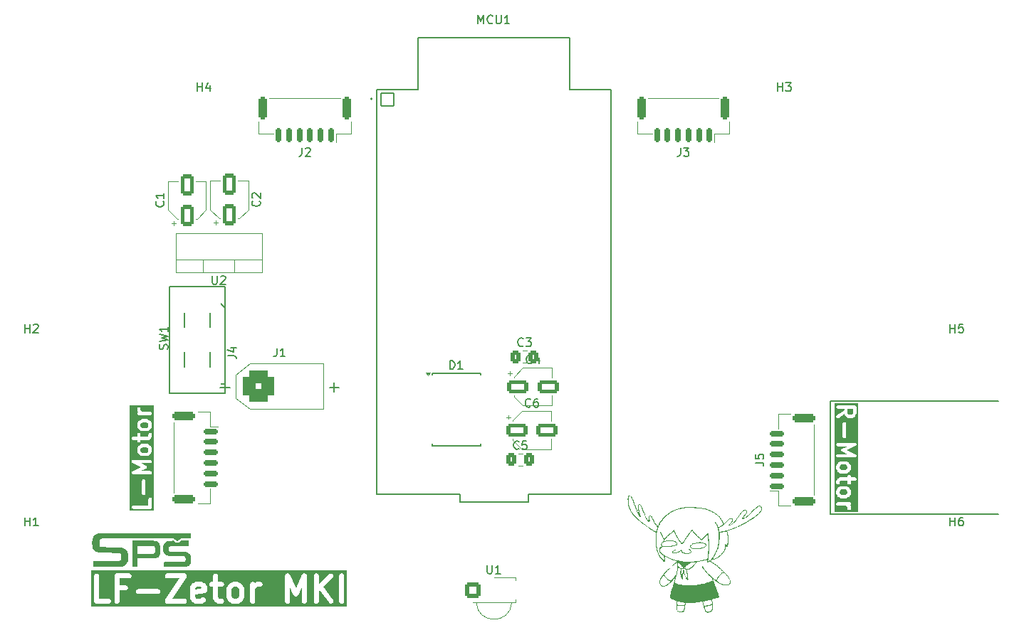
<source format=gbr>
%TF.GenerationSoftware,KiCad,Pcbnew,9.0.1*%
%TF.CreationDate,2025-05-09T11:09:33+02:00*%
%TF.ProjectId,FL-Zetor,464c2d5a-6574-46f7-922e-6b696361645f,rev?*%
%TF.SameCoordinates,Original*%
%TF.FileFunction,Legend,Top*%
%TF.FilePolarity,Positive*%
%FSLAX46Y46*%
G04 Gerber Fmt 4.6, Leading zero omitted, Abs format (unit mm)*
G04 Created by KiCad (PCBNEW 9.0.1) date 2025-05-09 11:09:33*
%MOMM*%
%LPD*%
G01*
G04 APERTURE LIST*
G04 Aperture macros list*
%AMRoundRect*
0 Rectangle with rounded corners*
0 $1 Rounding radius*
0 $2 $3 $4 $5 $6 $7 $8 $9 X,Y pos of 4 corners*
0 Add a 4 corners polygon primitive as box body*
4,1,4,$2,$3,$4,$5,$6,$7,$8,$9,$2,$3,0*
0 Add four circle primitives for the rounded corners*
1,1,$1+$1,$2,$3*
1,1,$1+$1,$4,$5*
1,1,$1+$1,$6,$7*
1,1,$1+$1,$8,$9*
0 Add four rect primitives between the rounded corners*
20,1,$1+$1,$2,$3,$4,$5,0*
20,1,$1+$1,$4,$5,$6,$7,0*
20,1,$1+$1,$6,$7,$8,$9,0*
20,1,$1+$1,$8,$9,$2,$3,0*%
G04 Aperture macros list end*
%ADD10C,0.400000*%
%ADD11C,0.200000*%
%ADD12C,0.600000*%
%ADD13C,0.150000*%
%ADD14C,0.120000*%
%ADD15C,0.127000*%
%ADD16C,0.000000*%
%ADD17C,0.152400*%
%ADD18C,5.700000*%
%ADD19RoundRect,0.250200X-0.649800X-0.649800X0.649800X-0.649800X0.649800X0.649800X-0.649800X0.649800X0*%
%ADD20C,1.800000*%
%ADD21R,1.905000X2.000000*%
%ADD22O,1.905000X2.000000*%
%ADD23RoundRect,0.250000X-0.337500X-0.475000X0.337500X-0.475000X0.337500X0.475000X-0.337500X0.475000X0*%
%ADD24RoundRect,0.250000X0.550000X-1.050000X0.550000X1.050000X-0.550000X1.050000X-0.550000X-1.050000X0*%
%ADD25RoundRect,0.250000X-1.050000X-0.550000X1.050000X-0.550000X1.050000X0.550000X-1.050000X0.550000X0*%
%ADD26RoundRect,0.102000X-0.765000X-0.765000X0.765000X-0.765000X0.765000X0.765000X-0.765000X0.765000X0*%
%ADD27C,1.734000*%
%ADD28RoundRect,0.760000X-1.140000X-1.140000X1.140000X-1.140000X1.140000X1.140000X-1.140000X1.140000X0*%
%ADD29C,4.000000*%
%ADD30RoundRect,0.150000X0.150000X0.700000X-0.150000X0.700000X-0.150000X-0.700000X0.150000X-0.700000X0*%
%ADD31RoundRect,0.250000X0.250000X1.100000X-0.250000X1.100000X-0.250000X-1.100000X0.250000X-1.100000X0*%
%ADD32RoundRect,0.150000X-0.700000X0.150000X-0.700000X-0.150000X0.700000X-0.150000X0.700000X0.150000X0*%
%ADD33RoundRect,0.250000X-1.100000X0.250000X-1.100000X-0.250000X1.100000X-0.250000X1.100000X0.250000X0*%
%ADD34RoundRect,0.150000X0.700000X-0.150000X0.700000X0.150000X-0.700000X0.150000X-0.700000X-0.150000X0*%
%ADD35RoundRect,0.250000X1.100000X-0.250000X1.100000X0.250000X-1.100000X0.250000X-1.100000X-0.250000X0*%
%ADD36R,1.750000X0.450000*%
%ADD37O,5.754000X2.979000*%
G04 APERTURE END LIST*
D10*
G36*
X191289949Y-116118004D02*
G01*
X191339286Y-116167341D01*
X191398895Y-116286559D01*
X191398895Y-116477848D01*
X191339286Y-116597066D01*
X191289949Y-116646402D01*
X191170728Y-116706013D01*
X190693727Y-116706013D01*
X190574509Y-116646404D01*
X190525171Y-116597066D01*
X190465561Y-116477847D01*
X190465561Y-116286559D01*
X190525171Y-116167340D01*
X190574509Y-116118003D01*
X190693727Y-116058394D01*
X191170728Y-116058394D01*
X191289949Y-116118004D01*
G37*
G36*
X191289949Y-113165623D02*
G01*
X191339286Y-113214960D01*
X191398895Y-113334178D01*
X191398895Y-113525467D01*
X191339286Y-113644685D01*
X191289949Y-113694021D01*
X191170728Y-113753632D01*
X190693727Y-113753632D01*
X190574509Y-113694023D01*
X190525171Y-113644685D01*
X190465561Y-113525466D01*
X190465561Y-113334178D01*
X190525171Y-113214959D01*
X190574509Y-113165622D01*
X190693727Y-113106013D01*
X191170728Y-113106013D01*
X191289949Y-113165623D01*
G37*
G36*
X192065561Y-106954039D02*
G01*
X192005952Y-107073257D01*
X191956614Y-107122594D01*
X191837396Y-107182204D01*
X191646108Y-107182204D01*
X191526891Y-107122595D01*
X191477550Y-107073255D01*
X191417942Y-106954038D01*
X191417942Y-106439347D01*
X192065561Y-106439347D01*
X192065561Y-106954039D01*
G37*
G36*
X192687783Y-118755844D02*
G01*
X189843339Y-118755844D01*
X189843339Y-117743553D01*
X190066524Y-117743553D01*
X190066524Y-117782759D01*
X190074173Y-117821213D01*
X190089177Y-117857435D01*
X190110959Y-117890035D01*
X190138682Y-117917758D01*
X190171282Y-117939540D01*
X190207504Y-117954544D01*
X190245958Y-117962193D01*
X190265561Y-117963156D01*
X191170728Y-117963156D01*
X191289949Y-118022766D01*
X191339286Y-118072103D01*
X191398895Y-118191321D01*
X191398895Y-118334585D01*
X191399858Y-118354188D01*
X191407507Y-118392642D01*
X191422511Y-118428864D01*
X191444293Y-118461464D01*
X191472016Y-118489187D01*
X191504616Y-118510969D01*
X191540838Y-118525973D01*
X191579292Y-118533622D01*
X191618498Y-118533622D01*
X191656952Y-118525973D01*
X191693174Y-118510969D01*
X191725774Y-118489187D01*
X191753497Y-118461464D01*
X191775279Y-118428864D01*
X191790283Y-118392642D01*
X191797932Y-118354188D01*
X191798895Y-118334585D01*
X191798895Y-118144108D01*
X191797932Y-118124505D01*
X191796545Y-118117536D01*
X191796042Y-118110445D01*
X191792728Y-118098346D01*
X191790283Y-118086051D01*
X191787563Y-118079485D01*
X191785686Y-118072630D01*
X191777781Y-118054666D01*
X191713445Y-117925995D01*
X191725774Y-117917758D01*
X191753497Y-117890035D01*
X191775279Y-117857435D01*
X191790283Y-117821213D01*
X191797932Y-117782759D01*
X191797932Y-117743553D01*
X191790283Y-117705099D01*
X191775279Y-117668877D01*
X191753497Y-117636277D01*
X191725774Y-117608554D01*
X191693174Y-117586772D01*
X191656952Y-117571768D01*
X191618498Y-117564119D01*
X191598895Y-117563156D01*
X190265561Y-117563156D01*
X190245958Y-117564119D01*
X190207504Y-117571768D01*
X190171282Y-117586772D01*
X190138682Y-117608554D01*
X190110959Y-117636277D01*
X190089177Y-117668877D01*
X190074173Y-117705099D01*
X190066524Y-117743553D01*
X189843339Y-117743553D01*
X189843339Y-116239346D01*
X190065561Y-116239346D01*
X190065561Y-116525061D01*
X190066524Y-116544664D01*
X190067911Y-116551638D01*
X190068415Y-116558725D01*
X190071726Y-116570816D01*
X190074173Y-116583118D01*
X190076892Y-116589682D01*
X190078770Y-116596540D01*
X190086676Y-116614504D01*
X190181915Y-116804980D01*
X190183799Y-116808327D01*
X190184416Y-116809816D01*
X190185821Y-116811920D01*
X190191543Y-116822083D01*
X190199231Y-116831989D01*
X190206198Y-116842416D01*
X190214026Y-116851053D01*
X190215582Y-116853057D01*
X190216802Y-116854115D01*
X190219379Y-116856958D01*
X190314617Y-116952196D01*
X190317459Y-116954772D01*
X190318519Y-116955994D01*
X190320523Y-116957549D01*
X190329159Y-116965377D01*
X190339585Y-116972343D01*
X190349492Y-116980032D01*
X190359654Y-116985753D01*
X190361759Y-116987159D01*
X190363247Y-116987775D01*
X190366595Y-116989660D01*
X190557072Y-117084899D01*
X190575036Y-117092804D01*
X190581891Y-117094681D01*
X190588457Y-117097401D01*
X190600752Y-117099846D01*
X190612851Y-117103160D01*
X190619942Y-117103663D01*
X190626911Y-117105050D01*
X190646514Y-117106013D01*
X191217942Y-117106013D01*
X191237545Y-117105050D01*
X191244514Y-117103663D01*
X191251605Y-117103160D01*
X191263703Y-117099846D01*
X191275999Y-117097401D01*
X191282564Y-117094681D01*
X191289420Y-117092804D01*
X191307384Y-117084899D01*
X191497862Y-116989660D01*
X191501209Y-116987775D01*
X191502698Y-116987159D01*
X191504802Y-116985753D01*
X191514965Y-116980032D01*
X191524871Y-116972343D01*
X191535298Y-116965377D01*
X191543933Y-116957549D01*
X191545938Y-116955994D01*
X191546997Y-116954772D01*
X191549840Y-116952196D01*
X191645078Y-116856958D01*
X191647654Y-116854115D01*
X191648876Y-116853056D01*
X191650431Y-116851051D01*
X191658259Y-116842416D01*
X191665225Y-116831989D01*
X191672914Y-116822083D01*
X191678635Y-116811920D01*
X191680041Y-116809816D01*
X191680657Y-116808327D01*
X191682542Y-116804980D01*
X191777781Y-116614503D01*
X191785686Y-116596539D01*
X191787563Y-116589683D01*
X191790283Y-116583118D01*
X191792728Y-116570822D01*
X191796042Y-116558724D01*
X191796545Y-116551632D01*
X191797932Y-116544664D01*
X191798895Y-116525061D01*
X191798895Y-116239346D01*
X191797932Y-116219743D01*
X191796545Y-116212774D01*
X191796042Y-116205683D01*
X191792728Y-116193584D01*
X191790283Y-116181289D01*
X191787563Y-116174723D01*
X191785686Y-116167868D01*
X191777781Y-116149904D01*
X191682542Y-115959427D01*
X191680657Y-115956079D01*
X191680041Y-115954591D01*
X191678635Y-115952486D01*
X191672914Y-115942324D01*
X191665225Y-115932417D01*
X191658259Y-115921991D01*
X191650431Y-115913355D01*
X191648876Y-115911351D01*
X191647654Y-115910291D01*
X191645078Y-115907449D01*
X191549840Y-115812211D01*
X191546997Y-115809634D01*
X191545938Y-115808413D01*
X191543933Y-115806857D01*
X191535298Y-115799030D01*
X191524871Y-115792063D01*
X191514965Y-115784375D01*
X191504802Y-115778653D01*
X191502698Y-115777248D01*
X191501209Y-115776631D01*
X191497862Y-115774747D01*
X191307384Y-115679508D01*
X191289420Y-115671603D01*
X191282564Y-115669725D01*
X191275999Y-115667006D01*
X191263703Y-115664560D01*
X191251605Y-115661247D01*
X191244514Y-115660743D01*
X191237545Y-115659357D01*
X191217942Y-115658394D01*
X190646514Y-115658394D01*
X190626911Y-115659357D01*
X190619942Y-115660743D01*
X190612851Y-115661247D01*
X190600752Y-115664560D01*
X190588457Y-115667006D01*
X190581891Y-115669725D01*
X190575036Y-115671603D01*
X190557072Y-115679508D01*
X190366595Y-115774747D01*
X190363247Y-115776631D01*
X190361759Y-115777248D01*
X190359654Y-115778653D01*
X190349492Y-115784375D01*
X190339585Y-115792063D01*
X190329159Y-115799030D01*
X190320523Y-115806857D01*
X190318519Y-115808413D01*
X190317459Y-115809634D01*
X190314617Y-115812211D01*
X190219379Y-115907449D01*
X190216802Y-115910291D01*
X190215582Y-115911350D01*
X190214026Y-115913353D01*
X190206198Y-115921991D01*
X190199231Y-115932417D01*
X190191543Y-115942324D01*
X190185821Y-115952486D01*
X190184416Y-115954591D01*
X190183799Y-115956079D01*
X190181915Y-115959427D01*
X190086676Y-116149903D01*
X190078770Y-116167867D01*
X190076892Y-116174724D01*
X190074173Y-116181289D01*
X190071726Y-116193590D01*
X190068415Y-116205682D01*
X190067911Y-116212768D01*
X190066524Y-116219743D01*
X190065561Y-116239346D01*
X189843339Y-116239346D01*
X189843339Y-115096489D01*
X190065561Y-115096489D01*
X190065561Y-115286965D01*
X190066524Y-115306568D01*
X190074173Y-115345022D01*
X190089177Y-115381244D01*
X190110959Y-115413844D01*
X190138682Y-115441567D01*
X190171282Y-115463349D01*
X190207504Y-115478353D01*
X190245958Y-115486002D01*
X190285164Y-115486002D01*
X190323618Y-115478353D01*
X190359840Y-115463349D01*
X190392440Y-115441567D01*
X190420163Y-115413844D01*
X190441945Y-115381244D01*
X190456949Y-115345022D01*
X190464598Y-115306568D01*
X190465561Y-115286965D01*
X190465561Y-115143702D01*
X190509871Y-115055083D01*
X190598489Y-115010775D01*
X191398895Y-115010775D01*
X191398895Y-115286965D01*
X191399858Y-115306568D01*
X191407507Y-115345022D01*
X191422511Y-115381244D01*
X191444293Y-115413844D01*
X191472016Y-115441567D01*
X191504616Y-115463349D01*
X191540838Y-115478353D01*
X191579292Y-115486002D01*
X191618498Y-115486002D01*
X191656952Y-115478353D01*
X191693174Y-115463349D01*
X191725774Y-115441567D01*
X191753497Y-115413844D01*
X191775279Y-115381244D01*
X191790283Y-115345022D01*
X191797932Y-115306568D01*
X191798895Y-115286965D01*
X191798895Y-115010775D01*
X192265561Y-115010775D01*
X192285164Y-115009812D01*
X192323618Y-115002163D01*
X192359840Y-114987159D01*
X192392440Y-114965377D01*
X192420163Y-114937654D01*
X192441945Y-114905054D01*
X192456949Y-114868832D01*
X192464598Y-114830378D01*
X192464598Y-114791172D01*
X192456949Y-114752718D01*
X192441945Y-114716496D01*
X192420163Y-114683896D01*
X192392440Y-114656173D01*
X192359840Y-114634391D01*
X192323618Y-114619387D01*
X192285164Y-114611738D01*
X192265561Y-114610775D01*
X191798895Y-114610775D01*
X191798895Y-114525061D01*
X191797932Y-114505458D01*
X191790283Y-114467004D01*
X191775279Y-114430782D01*
X191753497Y-114398182D01*
X191725774Y-114370459D01*
X191693174Y-114348677D01*
X191656952Y-114333673D01*
X191618498Y-114326024D01*
X191579292Y-114326024D01*
X191540838Y-114333673D01*
X191504616Y-114348677D01*
X191472016Y-114370459D01*
X191444293Y-114398182D01*
X191422511Y-114430782D01*
X191407507Y-114467004D01*
X191399858Y-114505458D01*
X191398895Y-114525061D01*
X191398895Y-114610775D01*
X190551276Y-114610775D01*
X190531673Y-114611738D01*
X190524704Y-114613124D01*
X190517613Y-114613628D01*
X190505514Y-114616941D01*
X190493219Y-114619387D01*
X190486653Y-114622106D01*
X190479798Y-114623984D01*
X190461834Y-114631889D01*
X190271357Y-114727128D01*
X190254254Y-114736756D01*
X190249937Y-114740105D01*
X190245201Y-114742806D01*
X190234493Y-114752091D01*
X190223281Y-114760794D01*
X190219704Y-114764917D01*
X190215582Y-114768493D01*
X190206884Y-114779699D01*
X190197593Y-114790413D01*
X190194890Y-114795153D01*
X190191543Y-114799467D01*
X190181915Y-114816570D01*
X190086676Y-115007046D01*
X190078770Y-115025010D01*
X190076892Y-115031867D01*
X190074173Y-115038432D01*
X190071726Y-115050733D01*
X190068415Y-115062825D01*
X190067911Y-115069911D01*
X190066524Y-115076886D01*
X190065561Y-115096489D01*
X189843339Y-115096489D01*
X189843339Y-113286965D01*
X190065561Y-113286965D01*
X190065561Y-113572680D01*
X190066524Y-113592283D01*
X190067911Y-113599257D01*
X190068415Y-113606344D01*
X190071726Y-113618435D01*
X190074173Y-113630737D01*
X190076892Y-113637301D01*
X190078770Y-113644159D01*
X190086676Y-113662123D01*
X190181915Y-113852599D01*
X190183799Y-113855946D01*
X190184416Y-113857435D01*
X190185821Y-113859539D01*
X190191543Y-113869702D01*
X190199231Y-113879608D01*
X190206198Y-113890035D01*
X190214026Y-113898672D01*
X190215582Y-113900676D01*
X190216802Y-113901734D01*
X190219379Y-113904577D01*
X190314617Y-113999815D01*
X190317459Y-114002391D01*
X190318519Y-114003613D01*
X190320523Y-114005168D01*
X190329159Y-114012996D01*
X190339585Y-114019962D01*
X190349492Y-114027651D01*
X190359654Y-114033372D01*
X190361759Y-114034778D01*
X190363247Y-114035394D01*
X190366595Y-114037279D01*
X190557072Y-114132518D01*
X190575036Y-114140423D01*
X190581891Y-114142300D01*
X190588457Y-114145020D01*
X190600752Y-114147465D01*
X190612851Y-114150779D01*
X190619942Y-114151282D01*
X190626911Y-114152669D01*
X190646514Y-114153632D01*
X191217942Y-114153632D01*
X191237545Y-114152669D01*
X191244514Y-114151282D01*
X191251605Y-114150779D01*
X191263703Y-114147465D01*
X191275999Y-114145020D01*
X191282564Y-114142300D01*
X191289420Y-114140423D01*
X191307384Y-114132518D01*
X191497862Y-114037279D01*
X191501209Y-114035394D01*
X191502698Y-114034778D01*
X191504802Y-114033372D01*
X191514965Y-114027651D01*
X191524871Y-114019962D01*
X191535298Y-114012996D01*
X191543933Y-114005168D01*
X191545938Y-114003613D01*
X191546997Y-114002391D01*
X191549840Y-113999815D01*
X191645078Y-113904577D01*
X191647654Y-113901734D01*
X191648876Y-113900675D01*
X191650431Y-113898670D01*
X191658259Y-113890035D01*
X191665225Y-113879608D01*
X191672914Y-113869702D01*
X191678635Y-113859539D01*
X191680041Y-113857435D01*
X191680657Y-113855946D01*
X191682542Y-113852599D01*
X191777781Y-113662122D01*
X191785686Y-113644158D01*
X191787563Y-113637302D01*
X191790283Y-113630737D01*
X191792728Y-113618441D01*
X191796042Y-113606343D01*
X191796545Y-113599251D01*
X191797932Y-113592283D01*
X191798895Y-113572680D01*
X191798895Y-113286965D01*
X191797932Y-113267362D01*
X191796545Y-113260393D01*
X191796042Y-113253302D01*
X191792728Y-113241203D01*
X191790283Y-113228908D01*
X191787563Y-113222342D01*
X191785686Y-113215487D01*
X191777781Y-113197523D01*
X191682542Y-113007046D01*
X191680657Y-113003698D01*
X191680041Y-113002210D01*
X191678635Y-113000105D01*
X191672914Y-112989943D01*
X191665225Y-112980036D01*
X191658259Y-112969610D01*
X191650431Y-112960974D01*
X191648876Y-112958970D01*
X191647654Y-112957910D01*
X191645078Y-112955068D01*
X191549840Y-112859830D01*
X191546997Y-112857253D01*
X191545938Y-112856032D01*
X191543933Y-112854476D01*
X191535298Y-112846649D01*
X191524871Y-112839682D01*
X191514965Y-112831994D01*
X191504802Y-112826272D01*
X191502698Y-112824867D01*
X191501209Y-112824250D01*
X191497862Y-112822366D01*
X191307384Y-112727127D01*
X191289420Y-112719222D01*
X191282564Y-112717344D01*
X191275999Y-112714625D01*
X191263703Y-112712179D01*
X191251605Y-112708866D01*
X191244514Y-112708362D01*
X191237545Y-112706976D01*
X191217942Y-112706013D01*
X190646514Y-112706013D01*
X190626911Y-112706976D01*
X190619942Y-112708362D01*
X190612851Y-112708866D01*
X190600752Y-112712179D01*
X190588457Y-112714625D01*
X190581891Y-112717344D01*
X190575036Y-112719222D01*
X190557072Y-112727127D01*
X190366595Y-112822366D01*
X190363247Y-112824250D01*
X190361759Y-112824867D01*
X190359654Y-112826272D01*
X190349492Y-112831994D01*
X190339585Y-112839682D01*
X190329159Y-112846649D01*
X190320523Y-112854476D01*
X190318519Y-112856032D01*
X190317459Y-112857253D01*
X190314617Y-112859830D01*
X190219379Y-112955068D01*
X190216802Y-112957910D01*
X190215582Y-112958969D01*
X190214026Y-112960972D01*
X190206198Y-112969610D01*
X190199231Y-112980036D01*
X190191543Y-112989943D01*
X190185821Y-113000105D01*
X190184416Y-113002210D01*
X190183799Y-113003698D01*
X190181915Y-113007046D01*
X190086676Y-113197522D01*
X190078770Y-113215486D01*
X190076892Y-113222343D01*
X190074173Y-113228908D01*
X190071726Y-113241209D01*
X190068415Y-113253301D01*
X190067911Y-113260387D01*
X190066524Y-113267362D01*
X190065561Y-113286965D01*
X189843339Y-113286965D01*
X189843339Y-110695934D01*
X190066524Y-110695934D01*
X190066524Y-110735140D01*
X190074173Y-110773594D01*
X190089177Y-110809816D01*
X190110959Y-110842416D01*
X190138682Y-110870139D01*
X190171282Y-110891921D01*
X190207504Y-110906925D01*
X190245958Y-110914574D01*
X190265561Y-110915537D01*
X191364048Y-110915537D01*
X190752413Y-111200967D01*
X190751172Y-111201621D01*
X190750548Y-111201849D01*
X190749241Y-111202641D01*
X190735056Y-111210130D01*
X190726300Y-111216553D01*
X190717023Y-111222180D01*
X190710541Y-111228116D01*
X190703444Y-111233323D01*
X190696109Y-111241332D01*
X190688109Y-111248659D01*
X190682905Y-111255750D01*
X190676966Y-111262237D01*
X190671338Y-111271515D01*
X190664916Y-111280270D01*
X190661196Y-111288240D01*
X190656635Y-111295762D01*
X190652925Y-111305964D01*
X190648336Y-111315798D01*
X190646243Y-111324339D01*
X190643237Y-111332607D01*
X190641589Y-111343335D01*
X190639006Y-111353879D01*
X190638619Y-111362669D01*
X190637285Y-111371360D01*
X190637761Y-111382204D01*
X190637285Y-111393048D01*
X190638619Y-111401738D01*
X190639006Y-111410529D01*
X190641589Y-111421072D01*
X190643237Y-111431801D01*
X190646243Y-111440068D01*
X190648336Y-111448610D01*
X190652925Y-111458443D01*
X190656635Y-111468646D01*
X190661196Y-111476167D01*
X190664916Y-111484138D01*
X190671339Y-111492893D01*
X190676966Y-111502171D01*
X190682902Y-111508652D01*
X190688109Y-111515750D01*
X190696118Y-111523084D01*
X190703445Y-111531085D01*
X190710536Y-111536288D01*
X190717023Y-111542228D01*
X190726301Y-111547855D01*
X190735056Y-111554278D01*
X190749241Y-111561766D01*
X190750548Y-111562559D01*
X190751172Y-111562786D01*
X190752413Y-111563441D01*
X191364047Y-111848870D01*
X190265561Y-111848870D01*
X190245958Y-111849833D01*
X190207504Y-111857482D01*
X190171282Y-111872486D01*
X190138682Y-111894268D01*
X190110959Y-111921991D01*
X190089177Y-111954591D01*
X190074173Y-111990813D01*
X190066524Y-112029267D01*
X190066524Y-112068473D01*
X190074173Y-112106927D01*
X190089177Y-112143149D01*
X190110959Y-112175749D01*
X190138682Y-112203472D01*
X190171282Y-112225254D01*
X190207504Y-112240258D01*
X190245958Y-112247907D01*
X190265561Y-112248870D01*
X192265561Y-112248870D01*
X192273850Y-112248462D01*
X192276405Y-112248575D01*
X192278680Y-112248225D01*
X192285164Y-112247907D01*
X192300108Y-112244934D01*
X192315157Y-112242623D01*
X192319296Y-112241117D01*
X192323618Y-112240258D01*
X192337692Y-112234427D01*
X192352003Y-112229224D01*
X192355768Y-112226940D01*
X192359840Y-112225254D01*
X192372512Y-112216786D01*
X192385528Y-112208894D01*
X192388773Y-112205921D01*
X192392440Y-112203472D01*
X192403220Y-112192691D01*
X192414442Y-112182415D01*
X192417045Y-112178866D01*
X192420163Y-112175749D01*
X192428626Y-112163082D01*
X192437635Y-112150804D01*
X192439498Y-112146809D01*
X192441945Y-112143149D01*
X192447770Y-112129086D01*
X192454215Y-112115276D01*
X192455263Y-112110995D01*
X192456949Y-112106927D01*
X192459920Y-112091990D01*
X192463545Y-112077195D01*
X192463738Y-112072794D01*
X192464598Y-112068473D01*
X192464598Y-112053229D01*
X192465266Y-112038026D01*
X192464598Y-112033676D01*
X192464598Y-112029267D01*
X192461625Y-112014324D01*
X192459314Y-111999273D01*
X192457808Y-111995131D01*
X192456949Y-111990813D01*
X192451121Y-111976745D01*
X192445915Y-111962427D01*
X192443630Y-111958659D01*
X192441945Y-111954591D01*
X192433480Y-111941922D01*
X192425585Y-111928903D01*
X192422612Y-111925657D01*
X192420163Y-111921991D01*
X192409382Y-111911210D01*
X192399106Y-111899989D01*
X192395557Y-111897385D01*
X192392440Y-111894268D01*
X192379766Y-111885800D01*
X192367494Y-111876796D01*
X192361759Y-111873768D01*
X192359840Y-111872486D01*
X192357473Y-111871505D01*
X192350138Y-111867633D01*
X191309931Y-111382203D01*
X192350138Y-110896773D01*
X192357470Y-110892902D01*
X192359840Y-110891921D01*
X192361759Y-110890638D01*
X192367495Y-110887611D01*
X192379778Y-110878599D01*
X192392440Y-110870139D01*
X192395554Y-110867024D01*
X192399107Y-110864418D01*
X192409394Y-110853184D01*
X192420163Y-110842416D01*
X192422610Y-110838753D01*
X192425586Y-110835504D01*
X192433488Y-110822471D01*
X192441945Y-110809816D01*
X192443629Y-110805749D01*
X192445916Y-110801979D01*
X192451125Y-110787653D01*
X192456949Y-110773594D01*
X192457807Y-110769275D01*
X192459314Y-110765134D01*
X192461627Y-110750074D01*
X192464598Y-110735140D01*
X192464598Y-110730736D01*
X192465267Y-110726381D01*
X192464598Y-110711163D01*
X192464598Y-110695934D01*
X192463738Y-110691612D01*
X192463545Y-110687212D01*
X192459920Y-110672416D01*
X192456949Y-110657480D01*
X192455263Y-110653411D01*
X192454215Y-110649131D01*
X192447770Y-110635320D01*
X192441945Y-110621258D01*
X192439498Y-110617597D01*
X192437635Y-110613603D01*
X192428623Y-110601319D01*
X192420163Y-110588658D01*
X192417048Y-110585543D01*
X192414442Y-110581991D01*
X192403213Y-110571708D01*
X192392440Y-110560935D01*
X192388774Y-110558485D01*
X192385528Y-110555513D01*
X192372502Y-110547613D01*
X192359840Y-110539153D01*
X192355776Y-110537469D01*
X192352004Y-110535182D01*
X192337673Y-110529971D01*
X192323618Y-110524149D01*
X192319299Y-110523290D01*
X192315158Y-110521784D01*
X192300098Y-110519470D01*
X192285164Y-110516500D01*
X192278689Y-110516181D01*
X192276405Y-110515831D01*
X192273840Y-110515943D01*
X192265561Y-110515537D01*
X190265561Y-110515537D01*
X190245958Y-110516500D01*
X190207504Y-110524149D01*
X190171282Y-110539153D01*
X190138682Y-110560935D01*
X190110959Y-110588658D01*
X190089177Y-110621258D01*
X190074173Y-110657480D01*
X190066524Y-110695934D01*
X189843339Y-110695934D01*
X189843339Y-108239347D01*
X190827466Y-108239347D01*
X190827466Y-109763157D01*
X190828429Y-109782760D01*
X190836078Y-109821214D01*
X190851082Y-109857436D01*
X190872864Y-109890036D01*
X190900587Y-109917759D01*
X190933187Y-109939541D01*
X190969409Y-109954545D01*
X191007863Y-109962194D01*
X191047069Y-109962194D01*
X191085523Y-109954545D01*
X191121745Y-109939541D01*
X191154345Y-109917759D01*
X191182068Y-109890036D01*
X191203850Y-109857436D01*
X191218854Y-109821214D01*
X191226503Y-109782760D01*
X191227466Y-109763157D01*
X191227466Y-108239347D01*
X191226503Y-108219744D01*
X191218854Y-108181290D01*
X191203850Y-108145068D01*
X191182068Y-108112468D01*
X191154345Y-108084745D01*
X191121745Y-108062963D01*
X191085523Y-108047959D01*
X191047069Y-108040310D01*
X191007863Y-108040310D01*
X190969409Y-108047959D01*
X190933187Y-108062963D01*
X190900587Y-108084745D01*
X190872864Y-108112468D01*
X190851082Y-108145068D01*
X190836078Y-108181290D01*
X190828429Y-108219744D01*
X190827466Y-108239347D01*
X189843339Y-108239347D01*
X189843339Y-107366919D01*
X190066146Y-107366919D01*
X190066996Y-107406117D01*
X190075476Y-107444396D01*
X190091262Y-107480285D01*
X190113745Y-107512404D01*
X190142063Y-107539520D01*
X190175127Y-107560590D01*
X190211666Y-107574806D01*
X190250276Y-107581619D01*
X190289474Y-107580769D01*
X190327753Y-107572289D01*
X190363642Y-107556503D01*
X190380254Y-107546050D01*
X191037103Y-107086255D01*
X191039057Y-107090695D01*
X191134295Y-107281171D01*
X191136177Y-107284515D01*
X191136796Y-107286008D01*
X191138205Y-107288116D01*
X191143923Y-107298274D01*
X191151611Y-107308181D01*
X191158579Y-107318608D01*
X191166408Y-107327246D01*
X191167961Y-107329247D01*
X191169178Y-107330303D01*
X191171759Y-107333150D01*
X191266999Y-107428388D01*
X191269841Y-107430964D01*
X191270900Y-107432185D01*
X191272903Y-107433739D01*
X191281541Y-107441569D01*
X191291969Y-107448536D01*
X191301873Y-107456223D01*
X191312032Y-107461942D01*
X191314141Y-107463351D01*
X191315632Y-107463968D01*
X191318976Y-107465851D01*
X191509453Y-107561090D01*
X191527417Y-107568995D01*
X191534272Y-107570872D01*
X191540838Y-107573592D01*
X191553133Y-107576037D01*
X191565232Y-107579351D01*
X191572323Y-107579854D01*
X191579292Y-107581241D01*
X191598895Y-107582204D01*
X191884609Y-107582204D01*
X191904212Y-107581241D01*
X191911181Y-107579854D01*
X191918273Y-107579351D01*
X191930373Y-107576037D01*
X191942666Y-107573592D01*
X191949229Y-107570873D01*
X191956088Y-107568995D01*
X191974052Y-107561089D01*
X192164528Y-107465851D01*
X192167875Y-107463966D01*
X192169364Y-107463350D01*
X192171468Y-107461944D01*
X192181631Y-107456223D01*
X192191537Y-107448534D01*
X192201964Y-107441568D01*
X192210599Y-107433740D01*
X192212604Y-107432185D01*
X192213663Y-107430963D01*
X192216506Y-107428387D01*
X192311744Y-107333149D01*
X192314320Y-107330306D01*
X192315542Y-107329247D01*
X192317097Y-107327242D01*
X192324925Y-107318607D01*
X192331891Y-107308180D01*
X192339580Y-107298274D01*
X192345301Y-107288111D01*
X192346707Y-107286007D01*
X192347323Y-107284518D01*
X192349208Y-107281171D01*
X192444447Y-107090694D01*
X192452352Y-107072730D01*
X192454229Y-107065874D01*
X192456949Y-107059309D01*
X192459394Y-107047013D01*
X192462708Y-107034915D01*
X192463211Y-107027823D01*
X192464598Y-107020855D01*
X192465561Y-107001252D01*
X192465561Y-106239347D01*
X192464598Y-106219744D01*
X192456949Y-106181290D01*
X192441945Y-106145068D01*
X192420163Y-106112468D01*
X192392440Y-106084745D01*
X192359840Y-106062963D01*
X192323618Y-106047959D01*
X192285164Y-106040310D01*
X192265561Y-106039347D01*
X190265561Y-106039347D01*
X190245958Y-106040310D01*
X190207504Y-106047959D01*
X190171282Y-106062963D01*
X190138682Y-106084745D01*
X190110959Y-106112468D01*
X190089177Y-106145068D01*
X190074173Y-106181290D01*
X190066524Y-106219744D01*
X190066524Y-106258950D01*
X190074173Y-106297404D01*
X190089177Y-106333626D01*
X190110959Y-106366226D01*
X190138682Y-106393949D01*
X190171282Y-106415731D01*
X190207504Y-106430735D01*
X190245958Y-106438384D01*
X190265561Y-106439347D01*
X191017942Y-106439347D01*
X191017942Y-106611405D01*
X190150868Y-107218358D01*
X190135361Y-107230388D01*
X190108245Y-107258706D01*
X190087175Y-107291770D01*
X190072959Y-107328309D01*
X190066146Y-107366919D01*
X189843339Y-107366919D01*
X189843339Y-105817125D01*
X192687783Y-105817125D01*
X192687783Y-118755844D01*
G37*
G36*
X108175489Y-111086928D02*
G01*
X108224829Y-111136266D01*
X108284438Y-111255484D01*
X108284438Y-111446773D01*
X108224829Y-111565990D01*
X108175489Y-111615328D01*
X108056272Y-111674938D01*
X107579270Y-111674938D01*
X107460050Y-111615328D01*
X107410713Y-111565991D01*
X107351104Y-111446772D01*
X107351104Y-111255484D01*
X107410713Y-111136265D01*
X107460050Y-111086929D01*
X107579270Y-111027319D01*
X108056272Y-111027319D01*
X108175489Y-111086928D01*
G37*
G36*
X108175489Y-108134547D02*
G01*
X108224829Y-108183885D01*
X108284438Y-108303103D01*
X108284438Y-108494392D01*
X108224829Y-108613609D01*
X108175489Y-108662947D01*
X108056272Y-108722557D01*
X107579270Y-108722557D01*
X107460050Y-108662947D01*
X107410713Y-108613610D01*
X107351104Y-108494391D01*
X107351104Y-108303103D01*
X107410713Y-108183884D01*
X107460050Y-108134548D01*
X107579270Y-108074938D01*
X108056272Y-108074938D01*
X108175489Y-108134547D01*
G37*
G36*
X108906660Y-118582874D02*
G01*
X106062511Y-118582874D01*
X106062511Y-118141049D01*
X106285401Y-118141049D01*
X106285401Y-118180255D01*
X106293050Y-118218709D01*
X106308054Y-118254931D01*
X106329836Y-118287531D01*
X106357559Y-118315254D01*
X106390159Y-118337036D01*
X106426381Y-118352040D01*
X106464835Y-118359689D01*
X106484438Y-118360652D01*
X108484438Y-118360652D01*
X108504041Y-118359689D01*
X108542495Y-118352040D01*
X108578717Y-118337036D01*
X108611317Y-118315254D01*
X108639040Y-118287531D01*
X108660822Y-118254931D01*
X108675826Y-118218709D01*
X108683475Y-118180255D01*
X108684438Y-118160652D01*
X108684438Y-117208271D01*
X108683475Y-117188668D01*
X108675826Y-117150214D01*
X108660822Y-117113992D01*
X108639040Y-117081392D01*
X108611317Y-117053669D01*
X108578717Y-117031887D01*
X108542495Y-117016883D01*
X108504041Y-117009234D01*
X108464835Y-117009234D01*
X108426381Y-117016883D01*
X108390159Y-117031887D01*
X108357559Y-117053669D01*
X108329836Y-117081392D01*
X108308054Y-117113992D01*
X108293050Y-117150214D01*
X108285401Y-117188668D01*
X108284438Y-117208271D01*
X108284438Y-117960652D01*
X106484438Y-117960652D01*
X106464835Y-117961615D01*
X106426381Y-117969264D01*
X106390159Y-117984268D01*
X106357559Y-118006050D01*
X106329836Y-118033773D01*
X106308054Y-118066373D01*
X106293050Y-118102595D01*
X106285401Y-118141049D01*
X106062511Y-118141049D01*
X106062511Y-115017795D01*
X107522533Y-115017795D01*
X107522533Y-116541604D01*
X107523496Y-116561207D01*
X107531145Y-116599661D01*
X107546149Y-116635883D01*
X107567931Y-116668483D01*
X107595654Y-116696206D01*
X107628254Y-116717988D01*
X107664476Y-116732992D01*
X107702930Y-116740641D01*
X107742136Y-116740641D01*
X107780590Y-116732992D01*
X107816812Y-116717988D01*
X107849412Y-116696206D01*
X107877135Y-116668483D01*
X107898917Y-116635883D01*
X107913921Y-116599661D01*
X107921570Y-116561207D01*
X107922533Y-116541604D01*
X107922533Y-115017795D01*
X107921570Y-114998192D01*
X107913921Y-114959738D01*
X107898917Y-114923516D01*
X107877135Y-114890916D01*
X107849412Y-114863193D01*
X107816812Y-114841411D01*
X107780590Y-114826407D01*
X107742136Y-114818758D01*
X107702930Y-114818758D01*
X107664476Y-114826407D01*
X107628254Y-114841411D01*
X107595654Y-114863193D01*
X107567931Y-114890916D01*
X107546149Y-114923516D01*
X107531145Y-114959738D01*
X107523496Y-114998192D01*
X107522533Y-115017795D01*
X106062511Y-115017795D01*
X106062511Y-112742925D01*
X106284733Y-112742925D01*
X106285401Y-112747274D01*
X106285401Y-112751684D01*
X106288373Y-112766626D01*
X106290685Y-112781678D01*
X106292191Y-112785819D01*
X106293050Y-112790138D01*
X106298873Y-112804197D01*
X106304083Y-112818523D01*
X106306369Y-112822293D01*
X106308054Y-112826360D01*
X106316516Y-112839025D01*
X106324414Y-112852048D01*
X106327386Y-112855293D01*
X106329836Y-112858960D01*
X106340616Y-112869740D01*
X106350893Y-112880962D01*
X106354441Y-112883565D01*
X106357559Y-112886683D01*
X106370225Y-112895146D01*
X106382504Y-112904155D01*
X106388242Y-112907184D01*
X106390159Y-112908465D01*
X106392523Y-112909444D01*
X106399861Y-112913318D01*
X107440067Y-113398747D01*
X106399861Y-113884177D01*
X106392523Y-113888050D01*
X106390159Y-113889030D01*
X106388242Y-113890310D01*
X106382504Y-113893340D01*
X106370220Y-113902351D01*
X106357559Y-113910812D01*
X106354444Y-113913926D01*
X106350892Y-113916533D01*
X106340609Y-113927761D01*
X106329836Y-113938535D01*
X106327386Y-113942200D01*
X106324414Y-113945447D01*
X106316516Y-113958469D01*
X106308054Y-113971135D01*
X106306369Y-113975201D01*
X106304083Y-113978972D01*
X106298873Y-113993297D01*
X106293050Y-114007357D01*
X106292191Y-114011675D01*
X106290685Y-114015817D01*
X106288373Y-114030868D01*
X106285401Y-114045811D01*
X106285401Y-114050220D01*
X106284733Y-114054570D01*
X106285401Y-114069773D01*
X106285401Y-114085017D01*
X106286260Y-114089338D01*
X106286454Y-114093739D01*
X106290078Y-114108534D01*
X106293050Y-114123471D01*
X106294735Y-114127539D01*
X106295784Y-114131820D01*
X106302228Y-114145630D01*
X106308054Y-114159693D01*
X106310500Y-114163353D01*
X106312364Y-114167348D01*
X106321375Y-114179631D01*
X106329836Y-114192293D01*
X106332950Y-114195407D01*
X106335557Y-114198960D01*
X106346785Y-114209242D01*
X106357559Y-114220016D01*
X106361224Y-114222465D01*
X106364471Y-114225438D01*
X106377493Y-114233335D01*
X106390159Y-114241798D01*
X106394225Y-114243482D01*
X106397996Y-114245769D01*
X106412321Y-114250978D01*
X106426381Y-114256802D01*
X106430699Y-114257660D01*
X106434841Y-114259167D01*
X106449892Y-114261478D01*
X106464835Y-114264451D01*
X106471318Y-114264769D01*
X106473594Y-114265119D01*
X106476148Y-114265006D01*
X106484438Y-114265414D01*
X108484438Y-114265414D01*
X108504041Y-114264451D01*
X108542495Y-114256802D01*
X108578717Y-114241798D01*
X108611317Y-114220016D01*
X108639040Y-114192293D01*
X108660822Y-114159693D01*
X108675826Y-114123471D01*
X108683475Y-114085017D01*
X108683475Y-114045811D01*
X108675826Y-114007357D01*
X108660822Y-113971135D01*
X108639040Y-113938535D01*
X108611317Y-113910812D01*
X108578717Y-113889030D01*
X108542495Y-113874026D01*
X108504041Y-113866377D01*
X108484438Y-113865414D01*
X107385950Y-113865414D01*
X107997586Y-113579983D01*
X107998827Y-113579327D01*
X107999451Y-113579101D01*
X108000755Y-113578310D01*
X108014943Y-113570821D01*
X108023700Y-113564395D01*
X108032976Y-113558771D01*
X108039457Y-113552834D01*
X108046555Y-113547628D01*
X108053891Y-113539617D01*
X108061890Y-113532292D01*
X108067090Y-113525204D01*
X108073034Y-113518714D01*
X108078664Y-113509429D01*
X108085083Y-113500681D01*
X108088801Y-113492712D01*
X108093364Y-113485189D01*
X108097073Y-113474986D01*
X108101663Y-113465153D01*
X108103755Y-113456611D01*
X108106762Y-113448344D01*
X108108410Y-113437612D01*
X108110993Y-113427072D01*
X108111378Y-113418288D01*
X108112715Y-113409591D01*
X108112237Y-113398738D01*
X108112714Y-113387903D01*
X108111379Y-113379214D01*
X108110993Y-113370422D01*
X108108409Y-113359878D01*
X108106762Y-113349150D01*
X108103756Y-113340883D01*
X108101663Y-113332341D01*
X108097071Y-113322502D01*
X108093363Y-113312304D01*
X108088803Y-113304785D01*
X108085083Y-113296813D01*
X108078658Y-113288056D01*
X108073033Y-113278780D01*
X108067096Y-113272298D01*
X108061890Y-113265201D01*
X108053880Y-113257866D01*
X108046554Y-113249866D01*
X108039463Y-113244663D01*
X108032976Y-113238723D01*
X108023691Y-113233092D01*
X108014942Y-113226673D01*
X108000765Y-113219188D01*
X107999452Y-113218392D01*
X107998824Y-113218163D01*
X107997586Y-113217510D01*
X107385952Y-112932081D01*
X108484438Y-112932081D01*
X108504041Y-112931118D01*
X108542495Y-112923469D01*
X108578717Y-112908465D01*
X108611317Y-112886683D01*
X108639040Y-112858960D01*
X108660822Y-112826360D01*
X108675826Y-112790138D01*
X108683475Y-112751684D01*
X108683475Y-112712478D01*
X108675826Y-112674024D01*
X108660822Y-112637802D01*
X108639040Y-112605202D01*
X108611317Y-112577479D01*
X108578717Y-112555697D01*
X108542495Y-112540693D01*
X108504041Y-112533044D01*
X108484438Y-112532081D01*
X106484438Y-112532081D01*
X106476148Y-112532488D01*
X106473594Y-112532376D01*
X106471318Y-112532725D01*
X106464835Y-112533044D01*
X106449892Y-112536016D01*
X106434841Y-112538328D01*
X106430699Y-112539834D01*
X106426381Y-112540693D01*
X106412321Y-112546516D01*
X106397996Y-112551726D01*
X106394225Y-112554012D01*
X106390159Y-112555697D01*
X106377493Y-112564159D01*
X106364471Y-112572057D01*
X106361225Y-112575029D01*
X106357559Y-112577479D01*
X106346778Y-112588259D01*
X106335557Y-112598536D01*
X106332953Y-112602084D01*
X106329836Y-112605202D01*
X106321372Y-112617868D01*
X106312364Y-112630147D01*
X106310500Y-112634141D01*
X106308054Y-112637802D01*
X106302228Y-112651864D01*
X106295784Y-112665675D01*
X106294735Y-112669955D01*
X106293050Y-112674024D01*
X106290078Y-112688960D01*
X106286454Y-112703756D01*
X106286260Y-112708156D01*
X106285401Y-112712478D01*
X106285401Y-112727721D01*
X106284733Y-112742925D01*
X106062511Y-112742925D01*
X106062511Y-111208271D01*
X106951104Y-111208271D01*
X106951104Y-111493986D01*
X106952067Y-111513589D01*
X106953453Y-111520558D01*
X106953957Y-111527650D01*
X106957270Y-111539750D01*
X106959716Y-111552043D01*
X106962434Y-111558606D01*
X106964313Y-111565465D01*
X106972219Y-111583429D01*
X107067457Y-111773905D01*
X107069341Y-111777252D01*
X107069958Y-111778741D01*
X107071363Y-111780845D01*
X107077085Y-111791008D01*
X107084773Y-111800914D01*
X107091740Y-111811341D01*
X107099567Y-111819976D01*
X107101123Y-111821981D01*
X107102344Y-111823040D01*
X107104921Y-111825883D01*
X107200159Y-111921121D01*
X107203001Y-111923697D01*
X107204061Y-111924919D01*
X107206065Y-111926474D01*
X107214701Y-111934302D01*
X107225125Y-111941267D01*
X107235035Y-111948958D01*
X107245201Y-111954680D01*
X107247301Y-111956084D01*
X107248786Y-111956699D01*
X107252138Y-111958586D01*
X107442615Y-112053824D01*
X107460579Y-112061729D01*
X107467434Y-112063606D01*
X107474000Y-112066326D01*
X107486295Y-112068771D01*
X107498394Y-112072085D01*
X107505485Y-112072588D01*
X107512454Y-112073975D01*
X107532057Y-112074938D01*
X108103485Y-112074938D01*
X108123088Y-112073975D01*
X108130057Y-112072588D01*
X108137149Y-112072085D01*
X108149249Y-112068771D01*
X108161542Y-112066326D01*
X108168105Y-112063607D01*
X108174964Y-112061729D01*
X108192928Y-112053823D01*
X108383404Y-111958585D01*
X108386747Y-111956702D01*
X108388239Y-111956085D01*
X108390346Y-111954676D01*
X108400507Y-111948957D01*
X108410417Y-111941265D01*
X108420839Y-111934302D01*
X108429477Y-111926473D01*
X108431480Y-111924919D01*
X108432536Y-111923700D01*
X108435382Y-111921122D01*
X108530621Y-111825884D01*
X108533201Y-111823037D01*
X108534419Y-111821981D01*
X108535971Y-111819980D01*
X108543801Y-111811342D01*
X108550768Y-111800915D01*
X108558457Y-111791008D01*
X108564174Y-111780850D01*
X108565584Y-111778742D01*
X108566202Y-111777249D01*
X108568085Y-111773905D01*
X108663324Y-111583428D01*
X108671229Y-111565464D01*
X108673106Y-111558608D01*
X108675826Y-111552043D01*
X108678271Y-111539747D01*
X108681585Y-111527649D01*
X108682088Y-111520557D01*
X108683475Y-111513589D01*
X108684438Y-111493986D01*
X108684438Y-111208271D01*
X108683475Y-111188668D01*
X108682088Y-111181699D01*
X108681585Y-111174608D01*
X108678271Y-111162509D01*
X108675826Y-111150214D01*
X108673106Y-111143648D01*
X108671229Y-111136793D01*
X108663324Y-111118829D01*
X108568085Y-110928352D01*
X108566202Y-110925007D01*
X108565584Y-110923515D01*
X108564174Y-110921406D01*
X108558457Y-110911249D01*
X108550768Y-110901341D01*
X108543801Y-110890915D01*
X108535971Y-110882276D01*
X108534419Y-110880276D01*
X108533201Y-110879219D01*
X108530621Y-110876373D01*
X108435382Y-110781135D01*
X108432536Y-110778556D01*
X108431480Y-110777338D01*
X108429477Y-110775783D01*
X108420839Y-110767955D01*
X108410417Y-110760991D01*
X108400507Y-110753300D01*
X108390346Y-110747580D01*
X108388239Y-110746172D01*
X108386747Y-110745554D01*
X108383404Y-110743672D01*
X108192928Y-110648434D01*
X108174964Y-110640528D01*
X108168105Y-110638649D01*
X108161542Y-110635931D01*
X108149249Y-110633485D01*
X108137149Y-110630172D01*
X108130057Y-110629668D01*
X108123088Y-110628282D01*
X108103485Y-110627319D01*
X107532057Y-110627319D01*
X107512454Y-110628282D01*
X107505485Y-110629668D01*
X107498394Y-110630172D01*
X107486295Y-110633485D01*
X107474000Y-110635931D01*
X107467434Y-110638650D01*
X107460579Y-110640528D01*
X107442615Y-110648433D01*
X107252138Y-110743671D01*
X107248786Y-110745557D01*
X107247301Y-110746173D01*
X107245201Y-110747576D01*
X107235035Y-110753299D01*
X107225125Y-110760989D01*
X107214701Y-110767955D01*
X107206065Y-110775782D01*
X107204061Y-110777338D01*
X107203001Y-110778559D01*
X107200159Y-110781136D01*
X107104921Y-110876374D01*
X107102344Y-110879216D01*
X107101123Y-110880276D01*
X107099567Y-110882280D01*
X107091740Y-110890916D01*
X107084773Y-110901342D01*
X107077085Y-110911249D01*
X107071363Y-110921411D01*
X107069958Y-110923516D01*
X107069341Y-110925004D01*
X107067457Y-110928352D01*
X106972219Y-111118828D01*
X106964313Y-111136792D01*
X106962434Y-111143650D01*
X106959716Y-111150214D01*
X106957270Y-111162506D01*
X106953957Y-111174607D01*
X106953453Y-111181698D01*
X106952067Y-111188668D01*
X106951104Y-111208271D01*
X106062511Y-111208271D01*
X106062511Y-109950573D01*
X106285401Y-109950573D01*
X106285401Y-109989779D01*
X106293050Y-110028233D01*
X106308054Y-110064455D01*
X106329836Y-110097055D01*
X106357559Y-110124778D01*
X106390159Y-110146560D01*
X106426381Y-110161564D01*
X106464835Y-110169213D01*
X106484438Y-110170176D01*
X106951104Y-110170176D01*
X106951104Y-110255890D01*
X106952067Y-110275493D01*
X106959716Y-110313947D01*
X106974720Y-110350169D01*
X106996502Y-110382769D01*
X107024225Y-110410492D01*
X107056825Y-110432274D01*
X107093047Y-110447278D01*
X107131501Y-110454927D01*
X107170707Y-110454927D01*
X107209161Y-110447278D01*
X107245383Y-110432274D01*
X107277983Y-110410492D01*
X107305706Y-110382769D01*
X107327488Y-110350169D01*
X107342492Y-110313947D01*
X107350141Y-110275493D01*
X107351104Y-110255890D01*
X107351104Y-110170176D01*
X108198723Y-110170176D01*
X108218326Y-110169213D01*
X108225295Y-110167826D01*
X108232386Y-110167323D01*
X108244484Y-110164009D01*
X108256780Y-110161564D01*
X108263345Y-110158844D01*
X108270201Y-110156967D01*
X108288165Y-110149062D01*
X108478643Y-110053823D01*
X108495746Y-110044195D01*
X108500059Y-110040847D01*
X108504800Y-110038145D01*
X108515511Y-110028854D01*
X108526719Y-110020157D01*
X108530295Y-110016033D01*
X108534419Y-110012457D01*
X108543116Y-110001249D01*
X108552407Y-109990538D01*
X108555109Y-109985797D01*
X108558457Y-109981484D01*
X108568085Y-109964381D01*
X108663324Y-109773904D01*
X108671229Y-109755940D01*
X108673106Y-109749084D01*
X108675826Y-109742519D01*
X108678271Y-109730223D01*
X108681585Y-109718125D01*
X108682088Y-109711033D01*
X108683475Y-109704065D01*
X108684438Y-109684462D01*
X108684438Y-109493986D01*
X108683475Y-109474383D01*
X108675826Y-109435929D01*
X108660822Y-109399707D01*
X108639040Y-109367107D01*
X108611317Y-109339384D01*
X108578717Y-109317602D01*
X108542495Y-109302598D01*
X108504041Y-109294949D01*
X108464835Y-109294949D01*
X108426381Y-109302598D01*
X108390159Y-109317602D01*
X108357559Y-109339384D01*
X108329836Y-109367107D01*
X108308054Y-109399707D01*
X108293050Y-109435929D01*
X108285401Y-109474383D01*
X108284438Y-109493986D01*
X108284438Y-109637249D01*
X108240129Y-109725866D01*
X108151509Y-109770176D01*
X107351104Y-109770176D01*
X107351104Y-109493986D01*
X107350141Y-109474383D01*
X107342492Y-109435929D01*
X107327488Y-109399707D01*
X107305706Y-109367107D01*
X107277983Y-109339384D01*
X107245383Y-109317602D01*
X107209161Y-109302598D01*
X107170707Y-109294949D01*
X107131501Y-109294949D01*
X107093047Y-109302598D01*
X107056825Y-109317602D01*
X107024225Y-109339384D01*
X106996502Y-109367107D01*
X106974720Y-109399707D01*
X106959716Y-109435929D01*
X106952067Y-109474383D01*
X106951104Y-109493986D01*
X106951104Y-109770176D01*
X106484438Y-109770176D01*
X106464835Y-109771139D01*
X106426381Y-109778788D01*
X106390159Y-109793792D01*
X106357559Y-109815574D01*
X106329836Y-109843297D01*
X106308054Y-109875897D01*
X106293050Y-109912119D01*
X106285401Y-109950573D01*
X106062511Y-109950573D01*
X106062511Y-108255890D01*
X106951104Y-108255890D01*
X106951104Y-108541605D01*
X106952067Y-108561208D01*
X106953453Y-108568177D01*
X106953957Y-108575269D01*
X106957270Y-108587369D01*
X106959716Y-108599662D01*
X106962434Y-108606225D01*
X106964313Y-108613084D01*
X106972219Y-108631048D01*
X107067457Y-108821524D01*
X107069341Y-108824871D01*
X107069958Y-108826360D01*
X107071363Y-108828464D01*
X107077085Y-108838627D01*
X107084773Y-108848533D01*
X107091740Y-108858960D01*
X107099567Y-108867595D01*
X107101123Y-108869600D01*
X107102344Y-108870659D01*
X107104921Y-108873502D01*
X107200159Y-108968740D01*
X107203001Y-108971316D01*
X107204061Y-108972538D01*
X107206065Y-108974093D01*
X107214701Y-108981921D01*
X107225125Y-108988886D01*
X107235035Y-108996577D01*
X107245201Y-109002299D01*
X107247301Y-109003703D01*
X107248786Y-109004318D01*
X107252138Y-109006205D01*
X107442615Y-109101443D01*
X107460579Y-109109348D01*
X107467434Y-109111225D01*
X107474000Y-109113945D01*
X107486295Y-109116390D01*
X107498394Y-109119704D01*
X107505485Y-109120207D01*
X107512454Y-109121594D01*
X107532057Y-109122557D01*
X108103485Y-109122557D01*
X108123088Y-109121594D01*
X108130057Y-109120207D01*
X108137149Y-109119704D01*
X108149249Y-109116390D01*
X108161542Y-109113945D01*
X108168105Y-109111226D01*
X108174964Y-109109348D01*
X108192928Y-109101442D01*
X108383404Y-109006204D01*
X108386747Y-109004321D01*
X108388239Y-109003704D01*
X108390346Y-109002295D01*
X108400507Y-108996576D01*
X108410417Y-108988884D01*
X108420839Y-108981921D01*
X108429477Y-108974092D01*
X108431480Y-108972538D01*
X108432536Y-108971319D01*
X108435382Y-108968741D01*
X108530621Y-108873503D01*
X108533201Y-108870656D01*
X108534419Y-108869600D01*
X108535971Y-108867599D01*
X108543801Y-108858961D01*
X108550768Y-108848534D01*
X108558457Y-108838627D01*
X108564174Y-108828469D01*
X108565584Y-108826361D01*
X108566202Y-108824868D01*
X108568085Y-108821524D01*
X108663324Y-108631047D01*
X108671229Y-108613083D01*
X108673106Y-108606227D01*
X108675826Y-108599662D01*
X108678271Y-108587366D01*
X108681585Y-108575268D01*
X108682088Y-108568176D01*
X108683475Y-108561208D01*
X108684438Y-108541605D01*
X108684438Y-108255890D01*
X108683475Y-108236287D01*
X108682088Y-108229318D01*
X108681585Y-108222227D01*
X108678271Y-108210128D01*
X108675826Y-108197833D01*
X108673106Y-108191267D01*
X108671229Y-108184412D01*
X108663324Y-108166448D01*
X108568085Y-107975971D01*
X108566202Y-107972626D01*
X108565584Y-107971134D01*
X108564174Y-107969025D01*
X108558457Y-107958868D01*
X108550768Y-107948960D01*
X108543801Y-107938534D01*
X108535971Y-107929895D01*
X108534419Y-107927895D01*
X108533201Y-107926838D01*
X108530621Y-107923992D01*
X108435382Y-107828754D01*
X108432536Y-107826175D01*
X108431480Y-107824957D01*
X108429477Y-107823402D01*
X108420839Y-107815574D01*
X108410417Y-107808610D01*
X108400507Y-107800919D01*
X108390346Y-107795199D01*
X108388239Y-107793791D01*
X108386747Y-107793173D01*
X108383404Y-107791291D01*
X108192928Y-107696053D01*
X108174964Y-107688147D01*
X108168105Y-107686268D01*
X108161542Y-107683550D01*
X108149249Y-107681104D01*
X108137149Y-107677791D01*
X108130057Y-107677287D01*
X108123088Y-107675901D01*
X108103485Y-107674938D01*
X107532057Y-107674938D01*
X107512454Y-107675901D01*
X107505485Y-107677287D01*
X107498394Y-107677791D01*
X107486295Y-107681104D01*
X107474000Y-107683550D01*
X107467434Y-107686269D01*
X107460579Y-107688147D01*
X107442615Y-107696052D01*
X107252138Y-107791290D01*
X107248786Y-107793176D01*
X107247301Y-107793792D01*
X107245201Y-107795195D01*
X107235035Y-107800918D01*
X107225125Y-107808608D01*
X107214701Y-107815574D01*
X107206065Y-107823401D01*
X107204061Y-107824957D01*
X107203001Y-107826178D01*
X107200159Y-107828755D01*
X107104921Y-107923993D01*
X107102344Y-107926835D01*
X107101123Y-107927895D01*
X107099567Y-107929899D01*
X107091740Y-107938535D01*
X107084773Y-107948961D01*
X107077085Y-107958868D01*
X107071363Y-107969030D01*
X107069958Y-107971135D01*
X107069341Y-107972623D01*
X107067457Y-107975971D01*
X106972219Y-108166447D01*
X106964313Y-108184411D01*
X106962434Y-108191269D01*
X106959716Y-108197833D01*
X106957270Y-108210125D01*
X106953957Y-108222226D01*
X106953453Y-108229317D01*
X106952067Y-108236287D01*
X106951104Y-108255890D01*
X106062511Y-108255890D01*
X106062511Y-106446366D01*
X106951104Y-106446366D01*
X106951104Y-106636843D01*
X106952067Y-106656446D01*
X106953453Y-106663415D01*
X106953957Y-106670507D01*
X106957270Y-106682607D01*
X106959716Y-106694900D01*
X106962434Y-106701463D01*
X106964313Y-106708322D01*
X106972219Y-106726286D01*
X107036553Y-106854955D01*
X107024225Y-106863193D01*
X106996502Y-106890916D01*
X106974720Y-106923516D01*
X106959716Y-106959738D01*
X106952067Y-106998192D01*
X106952067Y-107037398D01*
X106959716Y-107075852D01*
X106974720Y-107112074D01*
X106996502Y-107144674D01*
X107024225Y-107172397D01*
X107056825Y-107194179D01*
X107093047Y-107209183D01*
X107131501Y-107216832D01*
X107151104Y-107217795D01*
X108484438Y-107217795D01*
X108504041Y-107216832D01*
X108542495Y-107209183D01*
X108578717Y-107194179D01*
X108611317Y-107172397D01*
X108639040Y-107144674D01*
X108660822Y-107112074D01*
X108675826Y-107075852D01*
X108683475Y-107037398D01*
X108683475Y-106998192D01*
X108675826Y-106959738D01*
X108660822Y-106923516D01*
X108639040Y-106890916D01*
X108611317Y-106863193D01*
X108578717Y-106841411D01*
X108542495Y-106826407D01*
X108504041Y-106818758D01*
X108484438Y-106817795D01*
X107579270Y-106817795D01*
X107460050Y-106758185D01*
X107410713Y-106708848D01*
X107351104Y-106589629D01*
X107351104Y-106446366D01*
X107350141Y-106426763D01*
X107342492Y-106388309D01*
X107327488Y-106352087D01*
X107305706Y-106319487D01*
X107277983Y-106291764D01*
X107245383Y-106269982D01*
X107209161Y-106254978D01*
X107170707Y-106247329D01*
X107131501Y-106247329D01*
X107093047Y-106254978D01*
X107056825Y-106269982D01*
X107024225Y-106291764D01*
X106996502Y-106319487D01*
X106974720Y-106352087D01*
X106959716Y-106388309D01*
X106952067Y-106426763D01*
X106951104Y-106446366D01*
X106062511Y-106446366D01*
X106062511Y-106025107D01*
X108906660Y-106025107D01*
X108906660Y-118582874D01*
G37*
D11*
X189375000Y-119025000D02*
X209350000Y-119025000D01*
X189375000Y-105500000D02*
X189375000Y-119025000D01*
X209375000Y-105525000D02*
X189375000Y-105500000D01*
D12*
G36*
X114599700Y-127718120D02*
G01*
X114652052Y-127822823D01*
X113837593Y-127985715D01*
X113837593Y-127851048D01*
X113904056Y-127718120D01*
X114036985Y-127651657D01*
X114466773Y-127651657D01*
X114599700Y-127718120D01*
G37*
G36*
X118931314Y-127741070D02*
G01*
X119005324Y-127815079D01*
X119094737Y-127993905D01*
X119094737Y-128709408D01*
X119005324Y-128888234D01*
X118931314Y-128962244D01*
X118752488Y-129051657D01*
X118465557Y-129051657D01*
X118286730Y-128962244D01*
X118212721Y-128888234D01*
X118123308Y-128709408D01*
X118123308Y-127993905D01*
X118212721Y-127815079D01*
X118286729Y-127741070D01*
X118465557Y-127651657D01*
X118752488Y-127651657D01*
X118931314Y-127741070D01*
G37*
G36*
X131885212Y-129984990D02*
G01*
X101475688Y-129984990D01*
X101475688Y-126351657D01*
X101809021Y-126351657D01*
X101809021Y-129351657D01*
X101809946Y-129375195D01*
X101817310Y-129421691D01*
X101831857Y-129466462D01*
X101853229Y-129508407D01*
X101880899Y-129546491D01*
X101914187Y-129579779D01*
X101952271Y-129607449D01*
X101994216Y-129628821D01*
X102038987Y-129643368D01*
X102085483Y-129650732D01*
X102109021Y-129651657D01*
X103537593Y-129651657D01*
X103561131Y-129650732D01*
X103607627Y-129643368D01*
X103652398Y-129628821D01*
X103694343Y-129607449D01*
X103732427Y-129579779D01*
X103765715Y-129546491D01*
X103793385Y-129508407D01*
X103814757Y-129466462D01*
X103829304Y-129421691D01*
X103836668Y-129375195D01*
X103836668Y-129328119D01*
X103829304Y-129281623D01*
X103814757Y-129236852D01*
X103793385Y-129194907D01*
X103765715Y-129156823D01*
X103732427Y-129123535D01*
X103694343Y-129095865D01*
X103652398Y-129074493D01*
X103607627Y-129059946D01*
X103561131Y-129052582D01*
X103537593Y-129051657D01*
X102409021Y-129051657D01*
X102409021Y-126351657D01*
X104237592Y-126351657D01*
X104237592Y-129351657D01*
X104238517Y-129375195D01*
X104245881Y-129421691D01*
X104260428Y-129466462D01*
X104281800Y-129508407D01*
X104309470Y-129546491D01*
X104342758Y-129579779D01*
X104380842Y-129607449D01*
X104422787Y-129628821D01*
X104467558Y-129643368D01*
X104514054Y-129650732D01*
X104561130Y-129650732D01*
X104607626Y-129643368D01*
X104652397Y-129628821D01*
X104694342Y-129607449D01*
X104732426Y-129579779D01*
X104765714Y-129546491D01*
X104793384Y-129508407D01*
X104814756Y-129466462D01*
X104829303Y-129421691D01*
X104836667Y-129375195D01*
X104837592Y-129351657D01*
X104837592Y-129340193D01*
X110237812Y-129340193D01*
X110238518Y-129357689D01*
X110238518Y-129375195D01*
X110239465Y-129381180D01*
X110239710Y-129387229D01*
X110243141Y-129404387D01*
X110245882Y-129421691D01*
X110247754Y-129427453D01*
X110248942Y-129433392D01*
X110255019Y-129449814D01*
X110260429Y-129466462D01*
X110263177Y-129471855D01*
X110265281Y-129477540D01*
X110273853Y-129492809D01*
X110281801Y-129508407D01*
X110285363Y-129513309D01*
X110288327Y-129518589D01*
X110299177Y-129532322D01*
X110309471Y-129546491D01*
X110313754Y-129550774D01*
X110317509Y-129555527D01*
X110330379Y-129567399D01*
X110342759Y-129579779D01*
X110347658Y-129583338D01*
X110352111Y-129587446D01*
X110366674Y-129597155D01*
X110380843Y-129607449D01*
X110386243Y-129610200D01*
X110391281Y-129613559D01*
X110407181Y-129620868D01*
X110422788Y-129628821D01*
X110428551Y-129630693D01*
X110434053Y-129633223D01*
X110450906Y-129637957D01*
X110467559Y-129643368D01*
X110473540Y-129644315D01*
X110479374Y-129645954D01*
X110496770Y-129647994D01*
X110514055Y-129650732D01*
X110523160Y-129651089D01*
X110526129Y-129651438D01*
X110529035Y-129651320D01*
X110537593Y-129651657D01*
X112537593Y-129651657D01*
X112561131Y-129650732D01*
X112607627Y-129643368D01*
X112652398Y-129628821D01*
X112694343Y-129607449D01*
X112732427Y-129579779D01*
X112765715Y-129546491D01*
X112793385Y-129508407D01*
X112814757Y-129466462D01*
X112829304Y-129421691D01*
X112836668Y-129375195D01*
X112836668Y-129328119D01*
X112829304Y-129281623D01*
X112814757Y-129236852D01*
X112793385Y-129194907D01*
X112765715Y-129156823D01*
X112732427Y-129123535D01*
X112694343Y-129095865D01*
X112652398Y-129074493D01*
X112607627Y-129059946D01*
X112561131Y-129052582D01*
X112537593Y-129051657D01*
X111098148Y-129051657D01*
X111945767Y-127780228D01*
X113237593Y-127780228D01*
X113237593Y-128923085D01*
X113238361Y-128942629D01*
X113238348Y-128944351D01*
X113238457Y-128945076D01*
X113238518Y-128946623D01*
X113242018Y-128968725D01*
X113245358Y-128990901D01*
X113245703Y-128991992D01*
X113245882Y-128993119D01*
X113252814Y-129014455D01*
X113259566Y-129035782D01*
X113260200Y-129037185D01*
X113260429Y-129037890D01*
X113261218Y-129039439D01*
X113269265Y-129057249D01*
X113412122Y-129342964D01*
X113423476Y-129363603D01*
X113424800Y-129365454D01*
X113425855Y-129367487D01*
X113438511Y-129384631D01*
X113450856Y-129401897D01*
X113452456Y-129403521D01*
X113453814Y-129405361D01*
X113468965Y-129420284D01*
X113483889Y-129435436D01*
X113485728Y-129436793D01*
X113487353Y-129438394D01*
X113504637Y-129450752D01*
X113521763Y-129463395D01*
X113523790Y-129464447D01*
X113525647Y-129465775D01*
X113546286Y-129477128D01*
X113832001Y-129619985D01*
X113849825Y-129628038D01*
X113851360Y-129628821D01*
X113852057Y-129629047D01*
X113853468Y-129629685D01*
X113874857Y-129636455D01*
X113896131Y-129643368D01*
X113897257Y-129643546D01*
X113898349Y-129643892D01*
X113920524Y-129647231D01*
X113942627Y-129650732D01*
X113944173Y-129650792D01*
X113944899Y-129650902D01*
X113946620Y-129650888D01*
X113966165Y-129651657D01*
X114537593Y-129651657D01*
X114557137Y-129650888D01*
X114558860Y-129650902D01*
X114559585Y-129650792D01*
X114561131Y-129650732D01*
X114583281Y-129647223D01*
X114605410Y-129643891D01*
X114606496Y-129643547D01*
X114607627Y-129643368D01*
X114629002Y-129636422D01*
X114650290Y-129629684D01*
X114651693Y-129629049D01*
X114652398Y-129628821D01*
X114653947Y-129628031D01*
X114671757Y-129619985D01*
X114957471Y-129477128D01*
X114978110Y-129465774D01*
X115016404Y-129438394D01*
X115049943Y-129405361D01*
X115077902Y-129367487D01*
X115099591Y-129325706D01*
X115114478Y-129281046D01*
X115122195Y-129234608D01*
X115122552Y-129187533D01*
X115115541Y-129140983D01*
X115101334Y-129096103D01*
X115080281Y-129053997D01*
X115052901Y-129015703D01*
X115019868Y-128982164D01*
X114981994Y-128954205D01*
X114940213Y-128932516D01*
X114895553Y-128917629D01*
X114849115Y-128909912D01*
X114802040Y-128909555D01*
X114755490Y-128916566D01*
X114710610Y-128930773D01*
X114689143Y-128940472D01*
X114466773Y-129051657D01*
X114036985Y-129051657D01*
X113904056Y-128985193D01*
X113837593Y-128852265D01*
X113837593Y-128597597D01*
X115025000Y-128360116D01*
X115033323Y-128358108D01*
X115036199Y-128357653D01*
X115039042Y-128356729D01*
X115047899Y-128354593D01*
X115064308Y-128348519D01*
X115080970Y-128343106D01*
X115086370Y-128340354D01*
X115092048Y-128338253D01*
X115107312Y-128329683D01*
X115122915Y-128321734D01*
X115127813Y-128318175D01*
X115133097Y-128315209D01*
X115146839Y-128304351D01*
X115160999Y-128294064D01*
X115165282Y-128289780D01*
X115170036Y-128286025D01*
X115181908Y-128273154D01*
X115194287Y-128260776D01*
X115197846Y-128255876D01*
X115201954Y-128251424D01*
X115211663Y-128236860D01*
X115221957Y-128222692D01*
X115224708Y-128217291D01*
X115228067Y-128212254D01*
X115235378Y-128196350D01*
X115243329Y-128180747D01*
X115245200Y-128174986D01*
X115247731Y-128169483D01*
X115252463Y-128152632D01*
X115257876Y-128135976D01*
X115258824Y-128129987D01*
X115260461Y-128124161D01*
X115262500Y-128106779D01*
X115265240Y-128089480D01*
X115265597Y-128080374D01*
X115265946Y-128077407D01*
X115265828Y-128074499D01*
X115266165Y-128065942D01*
X115266165Y-127780228D01*
X115265396Y-127760683D01*
X115265410Y-127758960D01*
X115265300Y-127758234D01*
X115265240Y-127756690D01*
X115261734Y-127734559D01*
X115258399Y-127712410D01*
X115258054Y-127711322D01*
X115257876Y-127710194D01*
X115250949Y-127688876D01*
X115244192Y-127667529D01*
X115243555Y-127666120D01*
X115243329Y-127665423D01*
X115242546Y-127663888D01*
X115234493Y-127646063D01*
X115091635Y-127360349D01*
X115080281Y-127339710D01*
X115078954Y-127337855D01*
X115077902Y-127335827D01*
X115072212Y-127328119D01*
X115524233Y-127328119D01*
X115524233Y-127375195D01*
X115531597Y-127421691D01*
X115546144Y-127466462D01*
X115567516Y-127508407D01*
X115595186Y-127546491D01*
X115628474Y-127579779D01*
X115666558Y-127607449D01*
X115708503Y-127628821D01*
X115753274Y-127643368D01*
X115799770Y-127650732D01*
X115823308Y-127651657D01*
X115951879Y-127651657D01*
X115951879Y-128923085D01*
X115952647Y-128942629D01*
X115952634Y-128944351D01*
X115952743Y-128945076D01*
X115952804Y-128946623D01*
X115956304Y-128968725D01*
X115959644Y-128990901D01*
X115959989Y-128991992D01*
X115960168Y-128993119D01*
X115967100Y-129014455D01*
X115973852Y-129035782D01*
X115974486Y-129037185D01*
X115974715Y-129037890D01*
X115975504Y-129039439D01*
X115983551Y-129057249D01*
X116126408Y-129342964D01*
X116137762Y-129363603D01*
X116139086Y-129365454D01*
X116140141Y-129367487D01*
X116152797Y-129384631D01*
X116165142Y-129401897D01*
X116166742Y-129403521D01*
X116168100Y-129405361D01*
X116183251Y-129420284D01*
X116198175Y-129435436D01*
X116200014Y-129436793D01*
X116201639Y-129438394D01*
X116218923Y-129450752D01*
X116236049Y-129463395D01*
X116238076Y-129464447D01*
X116239933Y-129465775D01*
X116260572Y-129477128D01*
X116546287Y-129619985D01*
X116564111Y-129628038D01*
X116565646Y-129628821D01*
X116566343Y-129629047D01*
X116567754Y-129629685D01*
X116589143Y-129636455D01*
X116610417Y-129643368D01*
X116611543Y-129643546D01*
X116612635Y-129643892D01*
X116634810Y-129647231D01*
X116656913Y-129650732D01*
X116658459Y-129650792D01*
X116659185Y-129650902D01*
X116660906Y-129650888D01*
X116680451Y-129651657D01*
X116966165Y-129651657D01*
X116989703Y-129650732D01*
X117036199Y-129643368D01*
X117080970Y-129628821D01*
X117122915Y-129607449D01*
X117160999Y-129579779D01*
X117194287Y-129546491D01*
X117221957Y-129508407D01*
X117243329Y-129466462D01*
X117257876Y-129421691D01*
X117265240Y-129375195D01*
X117265240Y-129328119D01*
X117257876Y-129281623D01*
X117243329Y-129236852D01*
X117221957Y-129194907D01*
X117194287Y-129156823D01*
X117160999Y-129123535D01*
X117122915Y-129095865D01*
X117080970Y-129074493D01*
X117036199Y-129059946D01*
X116989703Y-129052582D01*
X116966165Y-129051657D01*
X116751271Y-129051657D01*
X116618342Y-128985193D01*
X116551879Y-128852265D01*
X116551879Y-127923085D01*
X117523308Y-127923085D01*
X117523308Y-128780228D01*
X117524076Y-128799772D01*
X117524063Y-128801495D01*
X117524172Y-128802220D01*
X117524233Y-128803766D01*
X117527741Y-128825916D01*
X117531074Y-128848045D01*
X117531417Y-128849131D01*
X117531597Y-128850262D01*
X117538542Y-128871637D01*
X117545281Y-128892925D01*
X117545915Y-128894328D01*
X117546144Y-128895033D01*
X117546933Y-128896582D01*
X117554980Y-128914392D01*
X117697837Y-129200106D01*
X117709191Y-129220745D01*
X117709852Y-129221669D01*
X117710372Y-129222690D01*
X117723574Y-129240861D01*
X117736571Y-129259039D01*
X117737370Y-129259850D01*
X117738042Y-129260775D01*
X117754032Y-129278073D01*
X117896889Y-129420931D01*
X117914187Y-129436921D01*
X117915111Y-129437592D01*
X117915925Y-129438394D01*
X117934145Y-129451422D01*
X117952272Y-129464592D01*
X117953289Y-129465110D01*
X117954219Y-129465775D01*
X117974858Y-129477128D01*
X118260573Y-129619985D01*
X118278397Y-129628038D01*
X118279932Y-129628821D01*
X118280629Y-129629047D01*
X118282040Y-129629685D01*
X118303429Y-129636455D01*
X118324703Y-129643368D01*
X118325829Y-129643546D01*
X118326921Y-129643892D01*
X118349096Y-129647231D01*
X118371199Y-129650732D01*
X118372745Y-129650792D01*
X118373471Y-129650902D01*
X118375192Y-129650888D01*
X118394737Y-129651657D01*
X118823308Y-129651657D01*
X118842852Y-129650888D01*
X118844575Y-129650902D01*
X118845300Y-129650792D01*
X118846846Y-129650732D01*
X118868996Y-129647223D01*
X118891125Y-129643891D01*
X118892211Y-129643547D01*
X118893342Y-129643368D01*
X118914717Y-129636422D01*
X118936005Y-129629684D01*
X118937408Y-129629049D01*
X118938113Y-129628821D01*
X118939662Y-129628031D01*
X118957472Y-129619985D01*
X119243186Y-129477128D01*
X119263825Y-129465774D01*
X119264751Y-129465111D01*
X119265771Y-129464592D01*
X119283917Y-129451407D01*
X119302119Y-129438394D01*
X119302931Y-129437593D01*
X119303856Y-129436922D01*
X119321154Y-129420932D01*
X119464012Y-129278074D01*
X119480002Y-129260776D01*
X119480673Y-129259851D01*
X119481474Y-129259039D01*
X119494455Y-129240882D01*
X119507673Y-129222691D01*
X119508194Y-129221667D01*
X119508854Y-129220745D01*
X119520208Y-129200106D01*
X119663065Y-128914392D01*
X119671111Y-128896582D01*
X119671901Y-128895033D01*
X119672129Y-128894328D01*
X119672764Y-128892925D01*
X119679502Y-128871637D01*
X119686448Y-128850262D01*
X119686627Y-128849131D01*
X119686971Y-128848045D01*
X119690303Y-128825916D01*
X119693812Y-128803766D01*
X119693872Y-128802220D01*
X119693982Y-128801495D01*
X119693968Y-128799772D01*
X119694737Y-128780228D01*
X119694737Y-127923085D01*
X119693968Y-127903540D01*
X119693982Y-127901818D01*
X119693872Y-127901092D01*
X119693812Y-127899547D01*
X119690303Y-127877396D01*
X119686971Y-127855268D01*
X119686627Y-127854181D01*
X119686448Y-127853051D01*
X119679502Y-127831675D01*
X119672764Y-127810388D01*
X119672129Y-127808984D01*
X119671901Y-127808280D01*
X119671111Y-127806730D01*
X119663065Y-127788921D01*
X119520208Y-127503207D01*
X119508854Y-127482568D01*
X119508193Y-127481643D01*
X119507672Y-127480621D01*
X119494472Y-127462453D01*
X119481474Y-127444274D01*
X119480672Y-127443460D01*
X119480001Y-127442536D01*
X119464011Y-127425238D01*
X119390429Y-127351657D01*
X120380451Y-127351657D01*
X120380451Y-129351657D01*
X120381376Y-129375195D01*
X120388740Y-129421691D01*
X120403287Y-129466462D01*
X120424659Y-129508407D01*
X120452329Y-129546491D01*
X120485617Y-129579779D01*
X120523701Y-129607449D01*
X120565646Y-129628821D01*
X120610417Y-129643368D01*
X120656913Y-129650732D01*
X120703989Y-129650732D01*
X120750485Y-129643368D01*
X120795256Y-129628821D01*
X120837201Y-129607449D01*
X120875285Y-129579779D01*
X120908573Y-129546491D01*
X120936243Y-129508407D01*
X120957615Y-129466462D01*
X120972162Y-129421691D01*
X120979526Y-129375195D01*
X120980451Y-129351657D01*
X120980451Y-127993905D01*
X121069863Y-127815079D01*
X121143873Y-127741070D01*
X121322700Y-127651657D01*
X121537594Y-127651657D01*
X121561132Y-127650732D01*
X121607628Y-127643368D01*
X121652399Y-127628821D01*
X121694344Y-127607449D01*
X121732428Y-127579779D01*
X121765716Y-127546491D01*
X121793386Y-127508407D01*
X121814758Y-127466462D01*
X121829305Y-127421691D01*
X121836669Y-127375195D01*
X121836669Y-127328119D01*
X121829305Y-127281623D01*
X121814758Y-127236852D01*
X121793386Y-127194907D01*
X121765716Y-127156823D01*
X121732428Y-127123535D01*
X121694344Y-127095865D01*
X121652399Y-127074493D01*
X121607628Y-127059946D01*
X121561132Y-127052582D01*
X121537594Y-127051657D01*
X121251880Y-127051657D01*
X121232335Y-127052425D01*
X121230613Y-127052412D01*
X121229887Y-127052521D01*
X121228342Y-127052582D01*
X121206191Y-127056090D01*
X121184063Y-127059423D01*
X121182976Y-127059766D01*
X121181846Y-127059946D01*
X121160470Y-127066891D01*
X121139183Y-127073630D01*
X121137779Y-127074264D01*
X121137075Y-127074493D01*
X121135525Y-127075282D01*
X121117716Y-127083329D01*
X120925135Y-127179619D01*
X120908573Y-127156823D01*
X120875285Y-127123535D01*
X120837201Y-127095865D01*
X120795256Y-127074493D01*
X120750485Y-127059946D01*
X120703989Y-127052582D01*
X120656913Y-127052582D01*
X120610417Y-127059946D01*
X120565646Y-127074493D01*
X120523701Y-127095865D01*
X120485617Y-127123535D01*
X120452329Y-127156823D01*
X120424659Y-127194907D01*
X120403287Y-127236852D01*
X120388740Y-127281623D01*
X120381376Y-127328119D01*
X120380451Y-127351657D01*
X119390429Y-127351657D01*
X119321153Y-127282381D01*
X119303855Y-127266391D01*
X119302930Y-127265719D01*
X119302119Y-127264920D01*
X119283941Y-127251923D01*
X119265770Y-127238721D01*
X119264749Y-127238201D01*
X119263825Y-127237540D01*
X119243186Y-127226186D01*
X118957472Y-127083329D01*
X118939662Y-127075282D01*
X118938113Y-127074493D01*
X118937408Y-127074264D01*
X118936005Y-127073630D01*
X118914717Y-127066891D01*
X118893342Y-127059946D01*
X118892211Y-127059766D01*
X118891125Y-127059423D01*
X118868996Y-127056090D01*
X118846846Y-127052582D01*
X118845300Y-127052521D01*
X118844575Y-127052412D01*
X118842852Y-127052425D01*
X118823308Y-127051657D01*
X118394737Y-127051657D01*
X118375192Y-127052425D01*
X118373471Y-127052412D01*
X118372745Y-127052521D01*
X118371199Y-127052582D01*
X118349096Y-127056082D01*
X118326921Y-127059422D01*
X118325829Y-127059767D01*
X118324703Y-127059946D01*
X118303429Y-127066858D01*
X118282040Y-127073629D01*
X118280629Y-127074266D01*
X118279932Y-127074493D01*
X118278397Y-127075275D01*
X118260573Y-127083329D01*
X117974858Y-127226186D01*
X117954219Y-127237539D01*
X117953289Y-127238203D01*
X117952272Y-127238722D01*
X117934134Y-127251899D01*
X117915925Y-127264920D01*
X117915112Y-127265720D01*
X117914188Y-127266392D01*
X117896890Y-127282382D01*
X117754033Y-127425239D01*
X117738043Y-127442537D01*
X117737371Y-127443461D01*
X117736571Y-127444274D01*
X117723557Y-127462475D01*
X117710373Y-127480622D01*
X117709853Y-127481641D01*
X117709191Y-127482568D01*
X117697837Y-127503207D01*
X117554980Y-127788921D01*
X117546933Y-127806730D01*
X117546144Y-127808280D01*
X117545915Y-127808984D01*
X117545281Y-127810388D01*
X117538542Y-127831675D01*
X117531597Y-127853051D01*
X117531417Y-127854181D01*
X117531074Y-127855268D01*
X117527741Y-127877396D01*
X117524233Y-127899547D01*
X117524172Y-127901092D01*
X117524063Y-127901818D01*
X117524076Y-127903540D01*
X117523308Y-127923085D01*
X116551879Y-127923085D01*
X116551879Y-127651657D01*
X116966165Y-127651657D01*
X116989703Y-127650732D01*
X117036199Y-127643368D01*
X117080970Y-127628821D01*
X117122915Y-127607449D01*
X117160999Y-127579779D01*
X117194287Y-127546491D01*
X117221957Y-127508407D01*
X117243329Y-127466462D01*
X117257876Y-127421691D01*
X117265240Y-127375195D01*
X117265240Y-127328119D01*
X117257876Y-127281623D01*
X117243329Y-127236852D01*
X117221957Y-127194907D01*
X117194287Y-127156823D01*
X117160999Y-127123535D01*
X117122915Y-127095865D01*
X117080970Y-127074493D01*
X117036199Y-127059946D01*
X116989703Y-127052582D01*
X116966165Y-127051657D01*
X116551879Y-127051657D01*
X116551879Y-126351657D01*
X124523308Y-126351657D01*
X124523308Y-129351657D01*
X124524233Y-129375195D01*
X124531597Y-129421691D01*
X124546144Y-129466462D01*
X124567516Y-129508407D01*
X124595186Y-129546491D01*
X124628474Y-129579779D01*
X124666558Y-129607449D01*
X124708503Y-129628821D01*
X124753274Y-129643368D01*
X124799770Y-129650732D01*
X124846846Y-129650732D01*
X124893342Y-129643368D01*
X124938113Y-129628821D01*
X124980058Y-129607449D01*
X125018142Y-129579779D01*
X125051430Y-129546491D01*
X125079100Y-129508407D01*
X125100472Y-129466462D01*
X125115019Y-129421691D01*
X125122383Y-129375195D01*
X125123308Y-129351657D01*
X125123308Y-127703925D01*
X125551453Y-128621379D01*
X125562245Y-128642318D01*
X125568056Y-128650927D01*
X125573093Y-128660021D01*
X125581208Y-128670414D01*
X125588581Y-128681338D01*
X125595668Y-128688934D01*
X125602065Y-128697126D01*
X125611703Y-128706118D01*
X125620696Y-128715757D01*
X125628887Y-128722153D01*
X125636484Y-128729241D01*
X125647407Y-128736613D01*
X125657801Y-128744729D01*
X125666892Y-128749764D01*
X125675504Y-128755577D01*
X125687454Y-128761153D01*
X125698980Y-128767538D01*
X125708736Y-128771085D01*
X125718163Y-128775485D01*
X125730848Y-128779126D01*
X125743222Y-128783626D01*
X125753412Y-128785603D01*
X125763411Y-128788474D01*
X125776505Y-128790085D01*
X125789434Y-128792595D01*
X125799810Y-128792954D01*
X125810134Y-128794225D01*
X125823322Y-128793768D01*
X125836482Y-128794224D01*
X125846786Y-128792955D01*
X125857181Y-128792596D01*
X125870126Y-128790083D01*
X125883205Y-128788474D01*
X125893190Y-128785607D01*
X125903394Y-128783627D01*
X125915790Y-128779119D01*
X125928453Y-128775484D01*
X125937862Y-128771092D01*
X125947636Y-128767539D01*
X125959173Y-128761148D01*
X125971112Y-128755577D01*
X125979721Y-128749765D01*
X125988815Y-128744729D01*
X125999208Y-128736613D01*
X126010132Y-128729241D01*
X126017728Y-128722153D01*
X126025920Y-128715757D01*
X126034912Y-128706118D01*
X126044551Y-128697126D01*
X126050947Y-128688934D01*
X126058035Y-128681338D01*
X126065407Y-128670414D01*
X126073523Y-128660021D01*
X126078559Y-128650927D01*
X126084371Y-128642318D01*
X126095163Y-128621380D01*
X126523308Y-127703926D01*
X126523308Y-129351657D01*
X126524233Y-129375195D01*
X126531597Y-129421691D01*
X126546144Y-129466462D01*
X126567516Y-129508407D01*
X126595186Y-129546491D01*
X126628474Y-129579779D01*
X126666558Y-129607449D01*
X126708503Y-129628821D01*
X126753274Y-129643368D01*
X126799770Y-129650732D01*
X126846846Y-129650732D01*
X126893342Y-129643368D01*
X126938113Y-129628821D01*
X126980058Y-129607449D01*
X127018142Y-129579779D01*
X127051430Y-129546491D01*
X127079100Y-129508407D01*
X127100472Y-129466462D01*
X127115019Y-129421691D01*
X127122383Y-129375195D01*
X127123308Y-129351657D01*
X127123308Y-126351657D01*
X127951879Y-126351657D01*
X127951879Y-129351657D01*
X127952804Y-129375195D01*
X127960168Y-129421691D01*
X127974715Y-129466462D01*
X127996087Y-129508407D01*
X128023757Y-129546491D01*
X128057045Y-129579779D01*
X128095129Y-129607449D01*
X128137074Y-129628821D01*
X128181845Y-129643368D01*
X128228341Y-129650732D01*
X128275417Y-129650732D01*
X128321913Y-129643368D01*
X128366684Y-129628821D01*
X128408629Y-129607449D01*
X128446713Y-129579779D01*
X128480001Y-129546491D01*
X128507671Y-129508407D01*
X128529043Y-129466462D01*
X128543590Y-129421691D01*
X128550954Y-129375195D01*
X128551879Y-129351657D01*
X128551879Y-128190206D01*
X128647992Y-128094092D01*
X129726165Y-129531657D01*
X129741028Y-129549932D01*
X129774816Y-129582711D01*
X129813317Y-129609799D01*
X129855581Y-129630532D01*
X129900568Y-129644397D01*
X129947171Y-129651055D01*
X129994240Y-129650340D01*
X130040619Y-129642271D01*
X130085164Y-129627046D01*
X130126779Y-129605040D01*
X130164440Y-129576794D01*
X130197219Y-129543005D01*
X130224307Y-129504505D01*
X130245040Y-129462240D01*
X130258905Y-129417254D01*
X130265563Y-129370651D01*
X130264848Y-129323582D01*
X130256779Y-129277202D01*
X130241554Y-129232657D01*
X130219548Y-129191042D01*
X130206165Y-129171657D01*
X129076563Y-127665521D01*
X130178297Y-126563789D01*
X130194287Y-126546491D01*
X130221957Y-126508406D01*
X130243329Y-126466462D01*
X130257876Y-126421690D01*
X130265240Y-126375195D01*
X130265240Y-126351657D01*
X130951879Y-126351657D01*
X130951879Y-129351657D01*
X130952804Y-129375195D01*
X130960168Y-129421691D01*
X130974715Y-129466462D01*
X130996087Y-129508407D01*
X131023757Y-129546491D01*
X131057045Y-129579779D01*
X131095129Y-129607449D01*
X131137074Y-129628821D01*
X131181845Y-129643368D01*
X131228341Y-129650732D01*
X131275417Y-129650732D01*
X131321913Y-129643368D01*
X131366684Y-129628821D01*
X131408629Y-129607449D01*
X131446713Y-129579779D01*
X131480001Y-129546491D01*
X131507671Y-129508407D01*
X131529043Y-129466462D01*
X131543590Y-129421691D01*
X131550954Y-129375195D01*
X131551879Y-129351657D01*
X131551879Y-126351657D01*
X131550954Y-126328119D01*
X131543590Y-126281623D01*
X131529043Y-126236852D01*
X131507671Y-126194907D01*
X131480001Y-126156823D01*
X131446713Y-126123535D01*
X131408629Y-126095865D01*
X131366684Y-126074493D01*
X131321913Y-126059946D01*
X131275417Y-126052582D01*
X131228341Y-126052582D01*
X131181845Y-126059946D01*
X131137074Y-126074493D01*
X131095129Y-126095865D01*
X131057045Y-126123535D01*
X131023757Y-126156823D01*
X130996087Y-126194907D01*
X130974715Y-126236852D01*
X130960168Y-126281623D01*
X130952804Y-126328119D01*
X130951879Y-126351657D01*
X130265240Y-126351657D01*
X130265240Y-126328119D01*
X130257876Y-126281624D01*
X130243329Y-126236852D01*
X130221958Y-126194908D01*
X130194287Y-126156823D01*
X130160999Y-126123535D01*
X130122915Y-126095865D01*
X130080970Y-126074493D01*
X130036198Y-126059946D01*
X129989703Y-126052582D01*
X129942627Y-126052582D01*
X129896132Y-126059946D01*
X129851360Y-126074493D01*
X129809416Y-126095864D01*
X129771331Y-126123535D01*
X129754033Y-126139525D01*
X128551879Y-127341678D01*
X128551879Y-126351657D01*
X128550954Y-126328119D01*
X128543590Y-126281623D01*
X128529043Y-126236852D01*
X128507671Y-126194907D01*
X128480001Y-126156823D01*
X128446713Y-126123535D01*
X128408629Y-126095865D01*
X128366684Y-126074493D01*
X128321913Y-126059946D01*
X128275417Y-126052582D01*
X128228341Y-126052582D01*
X128181845Y-126059946D01*
X128137074Y-126074493D01*
X128095129Y-126095865D01*
X128057045Y-126123535D01*
X128023757Y-126156823D01*
X127996087Y-126194907D01*
X127974715Y-126236852D01*
X127960168Y-126281623D01*
X127952804Y-126328119D01*
X127951879Y-126351657D01*
X127123308Y-126351657D01*
X127122383Y-126328119D01*
X127121570Y-126322986D01*
X127121390Y-126317784D01*
X127117890Y-126299751D01*
X127115019Y-126281623D01*
X127113411Y-126276675D01*
X127112421Y-126271572D01*
X127106147Y-126254320D01*
X127100472Y-126236852D01*
X127098110Y-126232217D01*
X127096333Y-126227329D01*
X127087435Y-126211265D01*
X127079100Y-126194907D01*
X127076043Y-126190699D01*
X127073523Y-126186150D01*
X127062220Y-126171674D01*
X127051430Y-126156823D01*
X127047753Y-126153146D01*
X127044551Y-126149045D01*
X127031121Y-126136514D01*
X127018142Y-126123535D01*
X127013934Y-126120478D01*
X127010132Y-126116930D01*
X126994917Y-126106661D01*
X126980058Y-126095865D01*
X126975421Y-126093502D01*
X126971112Y-126090594D01*
X126954485Y-126082835D01*
X126938113Y-126074493D01*
X126933160Y-126072883D01*
X126928453Y-126070687D01*
X126910816Y-126065623D01*
X126893342Y-126059946D01*
X126888204Y-126059132D01*
X126883205Y-126057697D01*
X126864982Y-126055454D01*
X126846846Y-126052582D01*
X126841642Y-126052582D01*
X126836482Y-126051947D01*
X126818142Y-126052582D01*
X126799770Y-126052582D01*
X126794629Y-126053396D01*
X126789434Y-126053576D01*
X126771424Y-126057071D01*
X126753274Y-126059946D01*
X126748320Y-126061555D01*
X126743222Y-126062545D01*
X126725991Y-126068810D01*
X126708503Y-126074493D01*
X126703861Y-126076857D01*
X126698980Y-126078633D01*
X126682930Y-126087522D01*
X126666558Y-126095865D01*
X126662350Y-126098922D01*
X126657801Y-126101442D01*
X126643325Y-126112744D01*
X126628474Y-126123535D01*
X126624797Y-126127211D01*
X126620696Y-126130414D01*
X126608165Y-126143843D01*
X126595186Y-126156823D01*
X126592129Y-126161030D01*
X126588581Y-126164833D01*
X126578312Y-126180047D01*
X126567516Y-126194907D01*
X126565153Y-126199543D01*
X126562245Y-126203853D01*
X126551453Y-126224792D01*
X125823308Y-127785101D01*
X125095163Y-126224791D01*
X125084371Y-126203853D01*
X125081462Y-126199543D01*
X125079100Y-126194907D01*
X125068303Y-126180047D01*
X125058035Y-126164833D01*
X125054486Y-126161030D01*
X125051430Y-126156823D01*
X125038450Y-126143843D01*
X125025920Y-126130414D01*
X125021818Y-126127211D01*
X125018142Y-126123535D01*
X125003290Y-126112744D01*
X124988815Y-126101442D01*
X124984265Y-126098921D01*
X124980058Y-126095865D01*
X124963699Y-126087529D01*
X124947636Y-126078632D01*
X124942747Y-126076854D01*
X124938113Y-126074493D01*
X124920650Y-126068819D01*
X124903394Y-126062544D01*
X124898287Y-126061552D01*
X124893342Y-126059946D01*
X124875215Y-126057075D01*
X124857181Y-126053575D01*
X124851978Y-126053394D01*
X124846846Y-126052582D01*
X124828502Y-126052582D01*
X124810134Y-126051946D01*
X124804967Y-126052582D01*
X124799770Y-126052582D01*
X124781644Y-126055452D01*
X124763411Y-126057697D01*
X124758410Y-126059132D01*
X124753274Y-126059946D01*
X124735815Y-126065618D01*
X124718163Y-126070686D01*
X124713448Y-126072886D01*
X124708503Y-126074493D01*
X124692139Y-126082830D01*
X124675504Y-126090594D01*
X124671194Y-126093502D01*
X124666558Y-126095865D01*
X124651698Y-126106661D01*
X124636484Y-126116930D01*
X124632681Y-126120478D01*
X124628474Y-126123535D01*
X124615494Y-126136514D01*
X124602065Y-126149045D01*
X124598862Y-126153146D01*
X124595186Y-126156823D01*
X124584395Y-126171674D01*
X124573093Y-126186150D01*
X124570572Y-126190699D01*
X124567516Y-126194907D01*
X124559180Y-126211265D01*
X124550283Y-126227329D01*
X124548505Y-126232217D01*
X124546144Y-126236852D01*
X124540470Y-126254314D01*
X124534195Y-126271571D01*
X124533203Y-126276677D01*
X124531597Y-126281623D01*
X124528726Y-126299749D01*
X124525226Y-126317784D01*
X124525045Y-126322986D01*
X124524233Y-126328119D01*
X124523308Y-126351657D01*
X116551879Y-126351657D01*
X116550954Y-126328119D01*
X116543590Y-126281623D01*
X116529043Y-126236852D01*
X116507671Y-126194907D01*
X116480001Y-126156823D01*
X116446713Y-126123535D01*
X116408629Y-126095865D01*
X116366684Y-126074493D01*
X116321913Y-126059946D01*
X116275417Y-126052582D01*
X116228341Y-126052582D01*
X116181845Y-126059946D01*
X116137074Y-126074493D01*
X116095129Y-126095865D01*
X116057045Y-126123535D01*
X116023757Y-126156823D01*
X115996087Y-126194907D01*
X115974715Y-126236852D01*
X115960168Y-126281623D01*
X115952804Y-126328119D01*
X115951879Y-126351657D01*
X115951879Y-127051657D01*
X115823308Y-127051657D01*
X115799770Y-127052582D01*
X115753274Y-127059946D01*
X115708503Y-127074493D01*
X115666558Y-127095865D01*
X115628474Y-127123535D01*
X115595186Y-127156823D01*
X115567516Y-127194907D01*
X115546144Y-127236852D01*
X115531597Y-127281623D01*
X115524233Y-127328119D01*
X115072212Y-127328119D01*
X115065268Y-127318713D01*
X115052901Y-127301416D01*
X115051297Y-127299788D01*
X115049943Y-127297953D01*
X115034805Y-127283044D01*
X115019867Y-127267877D01*
X115018027Y-127266519D01*
X115016404Y-127264920D01*
X114999150Y-127252583D01*
X114981993Y-127239918D01*
X114979959Y-127238862D01*
X114978110Y-127237540D01*
X114957471Y-127226186D01*
X114671757Y-127083329D01*
X114653947Y-127075282D01*
X114652398Y-127074493D01*
X114651693Y-127074264D01*
X114650290Y-127073630D01*
X114629002Y-127066891D01*
X114607627Y-127059946D01*
X114606496Y-127059766D01*
X114605410Y-127059423D01*
X114583281Y-127056090D01*
X114561131Y-127052582D01*
X114559585Y-127052521D01*
X114558860Y-127052412D01*
X114557137Y-127052425D01*
X114537593Y-127051657D01*
X113966165Y-127051657D01*
X113946620Y-127052425D01*
X113944899Y-127052412D01*
X113944173Y-127052521D01*
X113942627Y-127052582D01*
X113920524Y-127056082D01*
X113898349Y-127059422D01*
X113897257Y-127059767D01*
X113896131Y-127059946D01*
X113874857Y-127066858D01*
X113853468Y-127073629D01*
X113852057Y-127074266D01*
X113851360Y-127074493D01*
X113849825Y-127075275D01*
X113832001Y-127083329D01*
X113546286Y-127226186D01*
X113525647Y-127237539D01*
X113523790Y-127238866D01*
X113521763Y-127239919D01*
X113504637Y-127252561D01*
X113487353Y-127264920D01*
X113485728Y-127266520D01*
X113483889Y-127267878D01*
X113468965Y-127283029D01*
X113453814Y-127297953D01*
X113452456Y-127299792D01*
X113450856Y-127301417D01*
X113438511Y-127318682D01*
X113425855Y-127335827D01*
X113424800Y-127337859D01*
X113423476Y-127339711D01*
X113412122Y-127360350D01*
X113269265Y-127646064D01*
X113261218Y-127663873D01*
X113260429Y-127665423D01*
X113260200Y-127666127D01*
X113259566Y-127667531D01*
X113252827Y-127688818D01*
X113245882Y-127710194D01*
X113245702Y-127711324D01*
X113245359Y-127712411D01*
X113242026Y-127734539D01*
X113238518Y-127756690D01*
X113238457Y-127758235D01*
X113238348Y-127758961D01*
X113238361Y-127760683D01*
X113237593Y-127780228D01*
X111945767Y-127780228D01*
X112787208Y-126518067D01*
X112791673Y-126510762D01*
X112793385Y-126508407D01*
X112794742Y-126505742D01*
X112799495Y-126497969D01*
X112806806Y-126482065D01*
X112814757Y-126466462D01*
X112816628Y-126460701D01*
X112819159Y-126455198D01*
X112823895Y-126438337D01*
X112829304Y-126421691D01*
X112830251Y-126415711D01*
X112831890Y-126409877D01*
X112833930Y-126392478D01*
X112836668Y-126375195D01*
X112836668Y-126369140D01*
X112837374Y-126363121D01*
X112836668Y-126345624D01*
X112836668Y-126328119D01*
X112835720Y-126322133D01*
X112835476Y-126316085D01*
X112832044Y-126298928D01*
X112829304Y-126281623D01*
X112827431Y-126275858D01*
X112826244Y-126269923D01*
X112820168Y-126253507D01*
X112814757Y-126236852D01*
X112812007Y-126231455D01*
X112809905Y-126225775D01*
X112801335Y-126210511D01*
X112793385Y-126194907D01*
X112789822Y-126190003D01*
X112786859Y-126184725D01*
X112776008Y-126170991D01*
X112765715Y-126156823D01*
X112761431Y-126152539D01*
X112757677Y-126147787D01*
X112744806Y-126135914D01*
X112732427Y-126123535D01*
X112727527Y-126119975D01*
X112723075Y-126115868D01*
X112708511Y-126106158D01*
X112694343Y-126095865D01*
X112688942Y-126093113D01*
X112683905Y-126089755D01*
X112668004Y-126082445D01*
X112652398Y-126074493D01*
X112646634Y-126072620D01*
X112641133Y-126070091D01*
X112624279Y-126065356D01*
X112607627Y-126059946D01*
X112601645Y-126058998D01*
X112595812Y-126057360D01*
X112578415Y-126055319D01*
X112561131Y-126052582D01*
X112552025Y-126052224D01*
X112549057Y-126051876D01*
X112546150Y-126051993D01*
X112537593Y-126051657D01*
X110537593Y-126051657D01*
X110514055Y-126052582D01*
X110467559Y-126059946D01*
X110422788Y-126074493D01*
X110380843Y-126095865D01*
X110342759Y-126123535D01*
X110309471Y-126156823D01*
X110281801Y-126194907D01*
X110260429Y-126236852D01*
X110245882Y-126281623D01*
X110238518Y-126328119D01*
X110238518Y-126375195D01*
X110245882Y-126421691D01*
X110260429Y-126466462D01*
X110281801Y-126508407D01*
X110309471Y-126546491D01*
X110342759Y-126579779D01*
X110380843Y-126607449D01*
X110422788Y-126628821D01*
X110467559Y-126643368D01*
X110514055Y-126650732D01*
X110537593Y-126651657D01*
X111977038Y-126651657D01*
X110287978Y-129185247D01*
X110283512Y-129192551D01*
X110281801Y-129194907D01*
X110280443Y-129197571D01*
X110275691Y-129205345D01*
X110268381Y-129221245D01*
X110260429Y-129236852D01*
X110258556Y-129242615D01*
X110256027Y-129248117D01*
X110251292Y-129264970D01*
X110245882Y-129281623D01*
X110244934Y-129287604D01*
X110243296Y-129293438D01*
X110241255Y-129310834D01*
X110238518Y-129328119D01*
X110238518Y-129334173D01*
X110237812Y-129340193D01*
X104837592Y-129340193D01*
X104837592Y-128185262D01*
X106809946Y-128185262D01*
X106809946Y-128232338D01*
X106817310Y-128278834D01*
X106831857Y-128323605D01*
X106853229Y-128365550D01*
X106880899Y-128403634D01*
X106914187Y-128436922D01*
X106952271Y-128464592D01*
X106994216Y-128485964D01*
X107038987Y-128500511D01*
X107085483Y-128507875D01*
X107109021Y-128508800D01*
X109394736Y-128508800D01*
X109418274Y-128507875D01*
X109464770Y-128500511D01*
X109509541Y-128485964D01*
X109551486Y-128464592D01*
X109589570Y-128436922D01*
X109622858Y-128403634D01*
X109650528Y-128365550D01*
X109671900Y-128323605D01*
X109686447Y-128278834D01*
X109693811Y-128232338D01*
X109693811Y-128185262D01*
X109686447Y-128138766D01*
X109671900Y-128093995D01*
X109650528Y-128052050D01*
X109622858Y-128013966D01*
X109589570Y-127980678D01*
X109551486Y-127953008D01*
X109509541Y-127931636D01*
X109464770Y-127917089D01*
X109418274Y-127909725D01*
X109394736Y-127908800D01*
X107109021Y-127908800D01*
X107085483Y-127909725D01*
X107038987Y-127917089D01*
X106994216Y-127931636D01*
X106952271Y-127953008D01*
X106914187Y-127980678D01*
X106880899Y-128013966D01*
X106853229Y-128052050D01*
X106831857Y-128093995D01*
X106817310Y-128138766D01*
X106809946Y-128185262D01*
X104837592Y-128185262D01*
X104837592Y-128080228D01*
X105537592Y-128080228D01*
X105561130Y-128079303D01*
X105607626Y-128071939D01*
X105652397Y-128057392D01*
X105694342Y-128036020D01*
X105732426Y-128008350D01*
X105765714Y-127975062D01*
X105793384Y-127936978D01*
X105814756Y-127895033D01*
X105829303Y-127850262D01*
X105836667Y-127803766D01*
X105836667Y-127756690D01*
X105829303Y-127710194D01*
X105814756Y-127665423D01*
X105793384Y-127623478D01*
X105765714Y-127585394D01*
X105732426Y-127552106D01*
X105694342Y-127524436D01*
X105652397Y-127503064D01*
X105607626Y-127488517D01*
X105561130Y-127481153D01*
X105537592Y-127480228D01*
X104837592Y-127480228D01*
X104837592Y-126651657D01*
X105966164Y-126651657D01*
X105989702Y-126650732D01*
X106036198Y-126643368D01*
X106080969Y-126628821D01*
X106122914Y-126607449D01*
X106160998Y-126579779D01*
X106194286Y-126546491D01*
X106221956Y-126508407D01*
X106243328Y-126466462D01*
X106257875Y-126421691D01*
X106265239Y-126375195D01*
X106265239Y-126328119D01*
X106257875Y-126281623D01*
X106243328Y-126236852D01*
X106221956Y-126194907D01*
X106194286Y-126156823D01*
X106160998Y-126123535D01*
X106122914Y-126095865D01*
X106080969Y-126074493D01*
X106036198Y-126059946D01*
X105989702Y-126052582D01*
X105966164Y-126051657D01*
X104537592Y-126051657D01*
X104514054Y-126052582D01*
X104467558Y-126059946D01*
X104422787Y-126074493D01*
X104380842Y-126095865D01*
X104342758Y-126123535D01*
X104309470Y-126156823D01*
X104281800Y-126194907D01*
X104260428Y-126236852D01*
X104245881Y-126281623D01*
X104238517Y-126328119D01*
X104237592Y-126351657D01*
X102409021Y-126351657D01*
X102408096Y-126328119D01*
X102400732Y-126281623D01*
X102386185Y-126236852D01*
X102364813Y-126194907D01*
X102337143Y-126156823D01*
X102303855Y-126123535D01*
X102265771Y-126095865D01*
X102223826Y-126074493D01*
X102179055Y-126059946D01*
X102132559Y-126052582D01*
X102085483Y-126052582D01*
X102038987Y-126059946D01*
X101994216Y-126074493D01*
X101952271Y-126095865D01*
X101914187Y-126123535D01*
X101880899Y-126156823D01*
X101853229Y-126194907D01*
X101831857Y-126236852D01*
X101817310Y-126281623D01*
X101809946Y-126328119D01*
X101809021Y-126351657D01*
X101475688Y-126351657D01*
X101475688Y-125718324D01*
X131885212Y-125718324D01*
X131885212Y-129984990D01*
G37*
D13*
X203608095Y-97379819D02*
X203608095Y-96379819D01*
X203608095Y-96856009D02*
X204179523Y-96856009D01*
X204179523Y-97379819D02*
X204179523Y-96379819D01*
X205131904Y-96379819D02*
X204655714Y-96379819D01*
X204655714Y-96379819D02*
X204608095Y-96856009D01*
X204608095Y-96856009D02*
X204655714Y-96808390D01*
X204655714Y-96808390D02*
X204750952Y-96760771D01*
X204750952Y-96760771D02*
X204989047Y-96760771D01*
X204989047Y-96760771D02*
X205084285Y-96808390D01*
X205084285Y-96808390D02*
X205131904Y-96856009D01*
X205131904Y-96856009D02*
X205179523Y-96951247D01*
X205179523Y-96951247D02*
X205179523Y-97189342D01*
X205179523Y-97189342D02*
X205131904Y-97284580D01*
X205131904Y-97284580D02*
X205084285Y-97332200D01*
X205084285Y-97332200D02*
X204989047Y-97379819D01*
X204989047Y-97379819D02*
X204750952Y-97379819D01*
X204750952Y-97379819D02*
X204655714Y-97332200D01*
X204655714Y-97332200D02*
X204608095Y-97284580D01*
X93608095Y-97379819D02*
X93608095Y-96379819D01*
X93608095Y-96856009D02*
X94179523Y-96856009D01*
X94179523Y-97379819D02*
X94179523Y-96379819D01*
X94608095Y-96475057D02*
X94655714Y-96427438D01*
X94655714Y-96427438D02*
X94750952Y-96379819D01*
X94750952Y-96379819D02*
X94989047Y-96379819D01*
X94989047Y-96379819D02*
X95084285Y-96427438D01*
X95084285Y-96427438D02*
X95131904Y-96475057D01*
X95131904Y-96475057D02*
X95179523Y-96570295D01*
X95179523Y-96570295D02*
X95179523Y-96665533D01*
X95179523Y-96665533D02*
X95131904Y-96808390D01*
X95131904Y-96808390D02*
X94560476Y-97379819D01*
X94560476Y-97379819D02*
X95179523Y-97379819D01*
X148568079Y-125079819D02*
X148568079Y-125889342D01*
X148568079Y-125889342D02*
X148615698Y-125984580D01*
X148615698Y-125984580D02*
X148663317Y-126032200D01*
X148663317Y-126032200D02*
X148758555Y-126079819D01*
X148758555Y-126079819D02*
X148949031Y-126079819D01*
X148949031Y-126079819D02*
X149044269Y-126032200D01*
X149044269Y-126032200D02*
X149091888Y-125984580D01*
X149091888Y-125984580D02*
X149139507Y-125889342D01*
X149139507Y-125889342D02*
X149139507Y-125079819D01*
X150139507Y-126079819D02*
X149568079Y-126079819D01*
X149853793Y-126079819D02*
X149853793Y-125079819D01*
X149853793Y-125079819D02*
X149758555Y-125222676D01*
X149758555Y-125222676D02*
X149663317Y-125317914D01*
X149663317Y-125317914D02*
X149568079Y-125365533D01*
X115872574Y-90625176D02*
X115872574Y-91434699D01*
X115872574Y-91434699D02*
X115920193Y-91529937D01*
X115920193Y-91529937D02*
X115967812Y-91577557D01*
X115967812Y-91577557D02*
X116063050Y-91625176D01*
X116063050Y-91625176D02*
X116253526Y-91625176D01*
X116253526Y-91625176D02*
X116348764Y-91577557D01*
X116348764Y-91577557D02*
X116396383Y-91529937D01*
X116396383Y-91529937D02*
X116444002Y-91434699D01*
X116444002Y-91434699D02*
X116444002Y-90625176D01*
X116872574Y-90720414D02*
X116920193Y-90672795D01*
X116920193Y-90672795D02*
X117015431Y-90625176D01*
X117015431Y-90625176D02*
X117253526Y-90625176D01*
X117253526Y-90625176D02*
X117348764Y-90672795D01*
X117348764Y-90672795D02*
X117396383Y-90720414D01*
X117396383Y-90720414D02*
X117444002Y-90815652D01*
X117444002Y-90815652D02*
X117444002Y-90910890D01*
X117444002Y-90910890D02*
X117396383Y-91053747D01*
X117396383Y-91053747D02*
X116824955Y-91625176D01*
X116824955Y-91625176D02*
X117444002Y-91625176D01*
X152333333Y-111179580D02*
X152285714Y-111227200D01*
X152285714Y-111227200D02*
X152142857Y-111274819D01*
X152142857Y-111274819D02*
X152047619Y-111274819D01*
X152047619Y-111274819D02*
X151904762Y-111227200D01*
X151904762Y-111227200D02*
X151809524Y-111131961D01*
X151809524Y-111131961D02*
X151761905Y-111036723D01*
X151761905Y-111036723D02*
X151714286Y-110846247D01*
X151714286Y-110846247D02*
X151714286Y-110703390D01*
X151714286Y-110703390D02*
X151761905Y-110512914D01*
X151761905Y-110512914D02*
X151809524Y-110417676D01*
X151809524Y-110417676D02*
X151904762Y-110322438D01*
X151904762Y-110322438D02*
X152047619Y-110274819D01*
X152047619Y-110274819D02*
X152142857Y-110274819D01*
X152142857Y-110274819D02*
X152285714Y-110322438D01*
X152285714Y-110322438D02*
X152333333Y-110370057D01*
X153238095Y-110274819D02*
X152761905Y-110274819D01*
X152761905Y-110274819D02*
X152714286Y-110751009D01*
X152714286Y-110751009D02*
X152761905Y-110703390D01*
X152761905Y-110703390D02*
X152857143Y-110655771D01*
X152857143Y-110655771D02*
X153095238Y-110655771D01*
X153095238Y-110655771D02*
X153190476Y-110703390D01*
X153190476Y-110703390D02*
X153238095Y-110751009D01*
X153238095Y-110751009D02*
X153285714Y-110846247D01*
X153285714Y-110846247D02*
X153285714Y-111084342D01*
X153285714Y-111084342D02*
X153238095Y-111179580D01*
X153238095Y-111179580D02*
X153190476Y-111227200D01*
X153190476Y-111227200D02*
X153095238Y-111274819D01*
X153095238Y-111274819D02*
X152857143Y-111274819D01*
X152857143Y-111274819D02*
X152761905Y-111227200D01*
X152761905Y-111227200D02*
X152714286Y-111179580D01*
X110044059Y-81762023D02*
X110091679Y-81809642D01*
X110091679Y-81809642D02*
X110139298Y-81952499D01*
X110139298Y-81952499D02*
X110139298Y-82047737D01*
X110139298Y-82047737D02*
X110091679Y-82190594D01*
X110091679Y-82190594D02*
X109996440Y-82285832D01*
X109996440Y-82285832D02*
X109901202Y-82333451D01*
X109901202Y-82333451D02*
X109710726Y-82381070D01*
X109710726Y-82381070D02*
X109567869Y-82381070D01*
X109567869Y-82381070D02*
X109377393Y-82333451D01*
X109377393Y-82333451D02*
X109282155Y-82285832D01*
X109282155Y-82285832D02*
X109186917Y-82190594D01*
X109186917Y-82190594D02*
X109139298Y-82047737D01*
X109139298Y-82047737D02*
X109139298Y-81952499D01*
X109139298Y-81952499D02*
X109186917Y-81809642D01*
X109186917Y-81809642D02*
X109234536Y-81762023D01*
X110139298Y-80809642D02*
X110139298Y-81381070D01*
X110139298Y-81095356D02*
X109139298Y-81095356D01*
X109139298Y-81095356D02*
X109282155Y-81190594D01*
X109282155Y-81190594D02*
X109377393Y-81285832D01*
X109377393Y-81285832D02*
X109425012Y-81381070D01*
X153843333Y-100974580D02*
X153795714Y-101022200D01*
X153795714Y-101022200D02*
X153652857Y-101069819D01*
X153652857Y-101069819D02*
X153557619Y-101069819D01*
X153557619Y-101069819D02*
X153414762Y-101022200D01*
X153414762Y-101022200D02*
X153319524Y-100926961D01*
X153319524Y-100926961D02*
X153271905Y-100831723D01*
X153271905Y-100831723D02*
X153224286Y-100641247D01*
X153224286Y-100641247D02*
X153224286Y-100498390D01*
X153224286Y-100498390D02*
X153271905Y-100307914D01*
X153271905Y-100307914D02*
X153319524Y-100212676D01*
X153319524Y-100212676D02*
X153414762Y-100117438D01*
X153414762Y-100117438D02*
X153557619Y-100069819D01*
X153557619Y-100069819D02*
X153652857Y-100069819D01*
X153652857Y-100069819D02*
X153795714Y-100117438D01*
X153795714Y-100117438D02*
X153843333Y-100165057D01*
X154700476Y-100403152D02*
X154700476Y-101069819D01*
X154462381Y-100022200D02*
X154224286Y-100736485D01*
X154224286Y-100736485D02*
X154843333Y-100736485D01*
X147486667Y-60599819D02*
X147486667Y-59599819D01*
X147486667Y-59599819D02*
X147820000Y-60314104D01*
X147820000Y-60314104D02*
X148153333Y-59599819D01*
X148153333Y-59599819D02*
X148153333Y-60599819D01*
X149200952Y-60504580D02*
X149153333Y-60552200D01*
X149153333Y-60552200D02*
X149010476Y-60599819D01*
X149010476Y-60599819D02*
X148915238Y-60599819D01*
X148915238Y-60599819D02*
X148772381Y-60552200D01*
X148772381Y-60552200D02*
X148677143Y-60456961D01*
X148677143Y-60456961D02*
X148629524Y-60361723D01*
X148629524Y-60361723D02*
X148581905Y-60171247D01*
X148581905Y-60171247D02*
X148581905Y-60028390D01*
X148581905Y-60028390D02*
X148629524Y-59837914D01*
X148629524Y-59837914D02*
X148677143Y-59742676D01*
X148677143Y-59742676D02*
X148772381Y-59647438D01*
X148772381Y-59647438D02*
X148915238Y-59599819D01*
X148915238Y-59599819D02*
X149010476Y-59599819D01*
X149010476Y-59599819D02*
X149153333Y-59647438D01*
X149153333Y-59647438D02*
X149200952Y-59695057D01*
X149629524Y-59599819D02*
X149629524Y-60409342D01*
X149629524Y-60409342D02*
X149677143Y-60504580D01*
X149677143Y-60504580D02*
X149724762Y-60552200D01*
X149724762Y-60552200D02*
X149820000Y-60599819D01*
X149820000Y-60599819D02*
X150010476Y-60599819D01*
X150010476Y-60599819D02*
X150105714Y-60552200D01*
X150105714Y-60552200D02*
X150153333Y-60504580D01*
X150153333Y-60504580D02*
X150200952Y-60409342D01*
X150200952Y-60409342D02*
X150200952Y-59599819D01*
X151200952Y-60599819D02*
X150629524Y-60599819D01*
X150915238Y-60599819D02*
X150915238Y-59599819D01*
X150915238Y-59599819D02*
X150820000Y-59742676D01*
X150820000Y-59742676D02*
X150724762Y-59837914D01*
X150724762Y-59837914D02*
X150629524Y-59885533D01*
X114108095Y-68629819D02*
X114108095Y-67629819D01*
X114108095Y-68106009D02*
X114679523Y-68106009D01*
X114679523Y-68629819D02*
X114679523Y-67629819D01*
X115584285Y-67963152D02*
X115584285Y-68629819D01*
X115346190Y-67582200D02*
X115108095Y-68296485D01*
X115108095Y-68296485D02*
X115727142Y-68296485D01*
X123536666Y-99229819D02*
X123536666Y-99944104D01*
X123536666Y-99944104D02*
X123489047Y-100086961D01*
X123489047Y-100086961D02*
X123393809Y-100182200D01*
X123393809Y-100182200D02*
X123250952Y-100229819D01*
X123250952Y-100229819D02*
X123155714Y-100229819D01*
X124536666Y-100229819D02*
X123965238Y-100229819D01*
X124250952Y-100229819D02*
X124250952Y-99229819D01*
X124250952Y-99229819D02*
X124155714Y-99372676D01*
X124155714Y-99372676D02*
X124060476Y-99467914D01*
X124060476Y-99467914D02*
X123965238Y-99515533D01*
X129798571Y-103889700D02*
X130941429Y-103889700D01*
X130370000Y-104461128D02*
X130370000Y-103318271D01*
X116798571Y-103889700D02*
X117941429Y-103889700D01*
X171536666Y-75379819D02*
X171536666Y-76094104D01*
X171536666Y-76094104D02*
X171489047Y-76236961D01*
X171489047Y-76236961D02*
X171393809Y-76332200D01*
X171393809Y-76332200D02*
X171250952Y-76379819D01*
X171250952Y-76379819D02*
X171155714Y-76379819D01*
X171917619Y-75379819D02*
X172536666Y-75379819D01*
X172536666Y-75379819D02*
X172203333Y-75760771D01*
X172203333Y-75760771D02*
X172346190Y-75760771D01*
X172346190Y-75760771D02*
X172441428Y-75808390D01*
X172441428Y-75808390D02*
X172489047Y-75856009D01*
X172489047Y-75856009D02*
X172536666Y-75951247D01*
X172536666Y-75951247D02*
X172536666Y-76189342D01*
X172536666Y-76189342D02*
X172489047Y-76284580D01*
X172489047Y-76284580D02*
X172441428Y-76332200D01*
X172441428Y-76332200D02*
X172346190Y-76379819D01*
X172346190Y-76379819D02*
X172060476Y-76379819D01*
X172060476Y-76379819D02*
X171965238Y-76332200D01*
X171965238Y-76332200D02*
X171917619Y-76284580D01*
X153703333Y-106159580D02*
X153655714Y-106207200D01*
X153655714Y-106207200D02*
X153512857Y-106254819D01*
X153512857Y-106254819D02*
X153417619Y-106254819D01*
X153417619Y-106254819D02*
X153274762Y-106207200D01*
X153274762Y-106207200D02*
X153179524Y-106111961D01*
X153179524Y-106111961D02*
X153131905Y-106016723D01*
X153131905Y-106016723D02*
X153084286Y-105826247D01*
X153084286Y-105826247D02*
X153084286Y-105683390D01*
X153084286Y-105683390D02*
X153131905Y-105492914D01*
X153131905Y-105492914D02*
X153179524Y-105397676D01*
X153179524Y-105397676D02*
X153274762Y-105302438D01*
X153274762Y-105302438D02*
X153417619Y-105254819D01*
X153417619Y-105254819D02*
X153512857Y-105254819D01*
X153512857Y-105254819D02*
X153655714Y-105302438D01*
X153655714Y-105302438D02*
X153703333Y-105350057D01*
X154560476Y-105254819D02*
X154370000Y-105254819D01*
X154370000Y-105254819D02*
X154274762Y-105302438D01*
X154274762Y-105302438D02*
X154227143Y-105350057D01*
X154227143Y-105350057D02*
X154131905Y-105492914D01*
X154131905Y-105492914D02*
X154084286Y-105683390D01*
X154084286Y-105683390D02*
X154084286Y-106064342D01*
X154084286Y-106064342D02*
X154131905Y-106159580D01*
X154131905Y-106159580D02*
X154179524Y-106207200D01*
X154179524Y-106207200D02*
X154274762Y-106254819D01*
X154274762Y-106254819D02*
X154465238Y-106254819D01*
X154465238Y-106254819D02*
X154560476Y-106207200D01*
X154560476Y-106207200D02*
X154608095Y-106159580D01*
X154608095Y-106159580D02*
X154655714Y-106064342D01*
X154655714Y-106064342D02*
X154655714Y-105826247D01*
X154655714Y-105826247D02*
X154608095Y-105731009D01*
X154608095Y-105731009D02*
X154560476Y-105683390D01*
X154560476Y-105683390D02*
X154465238Y-105635771D01*
X154465238Y-105635771D02*
X154274762Y-105635771D01*
X154274762Y-105635771D02*
X154179524Y-105683390D01*
X154179524Y-105683390D02*
X154131905Y-105731009D01*
X154131905Y-105731009D02*
X154084286Y-105826247D01*
X183108095Y-68629819D02*
X183108095Y-67629819D01*
X183108095Y-68106009D02*
X183679523Y-68106009D01*
X183679523Y-68629819D02*
X183679523Y-67629819D01*
X184060476Y-67629819D02*
X184679523Y-67629819D01*
X184679523Y-67629819D02*
X184346190Y-68010771D01*
X184346190Y-68010771D02*
X184489047Y-68010771D01*
X184489047Y-68010771D02*
X184584285Y-68058390D01*
X184584285Y-68058390D02*
X184631904Y-68106009D01*
X184631904Y-68106009D02*
X184679523Y-68201247D01*
X184679523Y-68201247D02*
X184679523Y-68439342D01*
X184679523Y-68439342D02*
X184631904Y-68534580D01*
X184631904Y-68534580D02*
X184584285Y-68582200D01*
X184584285Y-68582200D02*
X184489047Y-68629819D01*
X184489047Y-68629819D02*
X184203333Y-68629819D01*
X184203333Y-68629819D02*
X184108095Y-68582200D01*
X184108095Y-68582200D02*
X184060476Y-68534580D01*
X203608095Y-120379819D02*
X203608095Y-119379819D01*
X203608095Y-119856009D02*
X204179523Y-119856009D01*
X204179523Y-120379819D02*
X204179523Y-119379819D01*
X205084285Y-119379819D02*
X204893809Y-119379819D01*
X204893809Y-119379819D02*
X204798571Y-119427438D01*
X204798571Y-119427438D02*
X204750952Y-119475057D01*
X204750952Y-119475057D02*
X204655714Y-119617914D01*
X204655714Y-119617914D02*
X204608095Y-119808390D01*
X204608095Y-119808390D02*
X204608095Y-120189342D01*
X204608095Y-120189342D02*
X204655714Y-120284580D01*
X204655714Y-120284580D02*
X204703333Y-120332200D01*
X204703333Y-120332200D02*
X204798571Y-120379819D01*
X204798571Y-120379819D02*
X204989047Y-120379819D01*
X204989047Y-120379819D02*
X205084285Y-120332200D01*
X205084285Y-120332200D02*
X205131904Y-120284580D01*
X205131904Y-120284580D02*
X205179523Y-120189342D01*
X205179523Y-120189342D02*
X205179523Y-119951247D01*
X205179523Y-119951247D02*
X205131904Y-119856009D01*
X205131904Y-119856009D02*
X205084285Y-119808390D01*
X205084285Y-119808390D02*
X204989047Y-119760771D01*
X204989047Y-119760771D02*
X204798571Y-119760771D01*
X204798571Y-119760771D02*
X204703333Y-119808390D01*
X204703333Y-119808390D02*
X204655714Y-119856009D01*
X204655714Y-119856009D02*
X204608095Y-119951247D01*
X152833333Y-98929580D02*
X152785714Y-98977200D01*
X152785714Y-98977200D02*
X152642857Y-99024819D01*
X152642857Y-99024819D02*
X152547619Y-99024819D01*
X152547619Y-99024819D02*
X152404762Y-98977200D01*
X152404762Y-98977200D02*
X152309524Y-98881961D01*
X152309524Y-98881961D02*
X152261905Y-98786723D01*
X152261905Y-98786723D02*
X152214286Y-98596247D01*
X152214286Y-98596247D02*
X152214286Y-98453390D01*
X152214286Y-98453390D02*
X152261905Y-98262914D01*
X152261905Y-98262914D02*
X152309524Y-98167676D01*
X152309524Y-98167676D02*
X152404762Y-98072438D01*
X152404762Y-98072438D02*
X152547619Y-98024819D01*
X152547619Y-98024819D02*
X152642857Y-98024819D01*
X152642857Y-98024819D02*
X152785714Y-98072438D01*
X152785714Y-98072438D02*
X152833333Y-98120057D01*
X153166667Y-98024819D02*
X153785714Y-98024819D01*
X153785714Y-98024819D02*
X153452381Y-98405771D01*
X153452381Y-98405771D02*
X153595238Y-98405771D01*
X153595238Y-98405771D02*
X153690476Y-98453390D01*
X153690476Y-98453390D02*
X153738095Y-98501009D01*
X153738095Y-98501009D02*
X153785714Y-98596247D01*
X153785714Y-98596247D02*
X153785714Y-98834342D01*
X153785714Y-98834342D02*
X153738095Y-98929580D01*
X153738095Y-98929580D02*
X153690476Y-98977200D01*
X153690476Y-98977200D02*
X153595238Y-99024819D01*
X153595238Y-99024819D02*
X153309524Y-99024819D01*
X153309524Y-99024819D02*
X153214286Y-98977200D01*
X153214286Y-98977200D02*
X153166667Y-98929580D01*
X117724819Y-100108333D02*
X118439104Y-100108333D01*
X118439104Y-100108333D02*
X118581961Y-100155952D01*
X118581961Y-100155952D02*
X118677200Y-100251190D01*
X118677200Y-100251190D02*
X118724819Y-100394047D01*
X118724819Y-100394047D02*
X118724819Y-100489285D01*
X118058152Y-99203571D02*
X118724819Y-99203571D01*
X117677200Y-99441666D02*
X118391485Y-99679761D01*
X118391485Y-99679761D02*
X118391485Y-99060714D01*
X121494059Y-81712023D02*
X121541679Y-81759642D01*
X121541679Y-81759642D02*
X121589298Y-81902499D01*
X121589298Y-81902499D02*
X121589298Y-81997737D01*
X121589298Y-81997737D02*
X121541679Y-82140594D01*
X121541679Y-82140594D02*
X121446440Y-82235832D01*
X121446440Y-82235832D02*
X121351202Y-82283451D01*
X121351202Y-82283451D02*
X121160726Y-82331070D01*
X121160726Y-82331070D02*
X121017869Y-82331070D01*
X121017869Y-82331070D02*
X120827393Y-82283451D01*
X120827393Y-82283451D02*
X120732155Y-82235832D01*
X120732155Y-82235832D02*
X120636917Y-82140594D01*
X120636917Y-82140594D02*
X120589298Y-81997737D01*
X120589298Y-81997737D02*
X120589298Y-81902499D01*
X120589298Y-81902499D02*
X120636917Y-81759642D01*
X120636917Y-81759642D02*
X120684536Y-81712023D01*
X120684536Y-81331070D02*
X120636917Y-81283451D01*
X120636917Y-81283451D02*
X120589298Y-81188213D01*
X120589298Y-81188213D02*
X120589298Y-80950118D01*
X120589298Y-80950118D02*
X120636917Y-80854880D01*
X120636917Y-80854880D02*
X120684536Y-80807261D01*
X120684536Y-80807261D02*
X120779774Y-80759642D01*
X120779774Y-80759642D02*
X120875012Y-80759642D01*
X120875012Y-80759642D02*
X121017869Y-80807261D01*
X121017869Y-80807261D02*
X121589298Y-81378689D01*
X121589298Y-81378689D02*
X121589298Y-80759642D01*
X180424819Y-112858333D02*
X181139104Y-112858333D01*
X181139104Y-112858333D02*
X181281961Y-112905952D01*
X181281961Y-112905952D02*
X181377200Y-113001190D01*
X181377200Y-113001190D02*
X181424819Y-113144047D01*
X181424819Y-113144047D02*
X181424819Y-113239285D01*
X180424819Y-111905952D02*
X180424819Y-112382142D01*
X180424819Y-112382142D02*
X180901009Y-112429761D01*
X180901009Y-112429761D02*
X180853390Y-112382142D01*
X180853390Y-112382142D02*
X180805771Y-112286904D01*
X180805771Y-112286904D02*
X180805771Y-112048809D01*
X180805771Y-112048809D02*
X180853390Y-111953571D01*
X180853390Y-111953571D02*
X180901009Y-111905952D01*
X180901009Y-111905952D02*
X180996247Y-111858333D01*
X180996247Y-111858333D02*
X181234342Y-111858333D01*
X181234342Y-111858333D02*
X181329580Y-111905952D01*
X181329580Y-111905952D02*
X181377200Y-111953571D01*
X181377200Y-111953571D02*
X181424819Y-112048809D01*
X181424819Y-112048809D02*
X181424819Y-112286904D01*
X181424819Y-112286904D02*
X181377200Y-112382142D01*
X181377200Y-112382142D02*
X181329580Y-112429761D01*
X144131905Y-101729819D02*
X144131905Y-100729819D01*
X144131905Y-100729819D02*
X144370000Y-100729819D01*
X144370000Y-100729819D02*
X144512857Y-100777438D01*
X144512857Y-100777438D02*
X144608095Y-100872676D01*
X144608095Y-100872676D02*
X144655714Y-100967914D01*
X144655714Y-100967914D02*
X144703333Y-101158390D01*
X144703333Y-101158390D02*
X144703333Y-101301247D01*
X144703333Y-101301247D02*
X144655714Y-101491723D01*
X144655714Y-101491723D02*
X144608095Y-101586961D01*
X144608095Y-101586961D02*
X144512857Y-101682200D01*
X144512857Y-101682200D02*
X144370000Y-101729819D01*
X144370000Y-101729819D02*
X144131905Y-101729819D01*
X145655714Y-101729819D02*
X145084286Y-101729819D01*
X145370000Y-101729819D02*
X145370000Y-100729819D01*
X145370000Y-100729819D02*
X145274762Y-100872676D01*
X145274762Y-100872676D02*
X145179524Y-100967914D01*
X145179524Y-100967914D02*
X145084286Y-101015533D01*
X110527200Y-99358332D02*
X110574819Y-99215475D01*
X110574819Y-99215475D02*
X110574819Y-98977380D01*
X110574819Y-98977380D02*
X110527200Y-98882142D01*
X110527200Y-98882142D02*
X110479580Y-98834523D01*
X110479580Y-98834523D02*
X110384342Y-98786904D01*
X110384342Y-98786904D02*
X110289104Y-98786904D01*
X110289104Y-98786904D02*
X110193866Y-98834523D01*
X110193866Y-98834523D02*
X110146247Y-98882142D01*
X110146247Y-98882142D02*
X110098628Y-98977380D01*
X110098628Y-98977380D02*
X110051009Y-99167856D01*
X110051009Y-99167856D02*
X110003390Y-99263094D01*
X110003390Y-99263094D02*
X109955771Y-99310713D01*
X109955771Y-99310713D02*
X109860533Y-99358332D01*
X109860533Y-99358332D02*
X109765295Y-99358332D01*
X109765295Y-99358332D02*
X109670057Y-99310713D01*
X109670057Y-99310713D02*
X109622438Y-99263094D01*
X109622438Y-99263094D02*
X109574819Y-99167856D01*
X109574819Y-99167856D02*
X109574819Y-98929761D01*
X109574819Y-98929761D02*
X109622438Y-98786904D01*
X109574819Y-98453570D02*
X110574819Y-98215475D01*
X110574819Y-98215475D02*
X109860533Y-98024999D01*
X109860533Y-98024999D02*
X110574819Y-97834523D01*
X110574819Y-97834523D02*
X109574819Y-97596428D01*
X110574819Y-96691666D02*
X110574819Y-97263094D01*
X110574819Y-96977380D02*
X109574819Y-96977380D01*
X109574819Y-96977380D02*
X109717676Y-97072618D01*
X109717676Y-97072618D02*
X109812914Y-97167856D01*
X109812914Y-97167856D02*
X109860533Y-97263094D01*
X117368819Y-103196285D02*
X117368819Y-103767713D01*
X117368819Y-103481999D02*
X116368819Y-103481999D01*
X116368819Y-103481999D02*
X116511676Y-103577237D01*
X116511676Y-103577237D02*
X116606914Y-103672475D01*
X116606914Y-103672475D02*
X116654533Y-103767713D01*
X116464057Y-94369713D02*
X116416438Y-94322094D01*
X116416438Y-94322094D02*
X116368819Y-94226856D01*
X116368819Y-94226856D02*
X116368819Y-93988761D01*
X116368819Y-93988761D02*
X116416438Y-93893523D01*
X116416438Y-93893523D02*
X116464057Y-93845904D01*
X116464057Y-93845904D02*
X116559295Y-93798285D01*
X116559295Y-93798285D02*
X116654533Y-93798285D01*
X116654533Y-93798285D02*
X116797390Y-93845904D01*
X116797390Y-93845904D02*
X117368819Y-94417332D01*
X117368819Y-94417332D02*
X117368819Y-93798285D01*
X126536666Y-75379819D02*
X126536666Y-76094104D01*
X126536666Y-76094104D02*
X126489047Y-76236961D01*
X126489047Y-76236961D02*
X126393809Y-76332200D01*
X126393809Y-76332200D02*
X126250952Y-76379819D01*
X126250952Y-76379819D02*
X126155714Y-76379819D01*
X126965238Y-75475057D02*
X127012857Y-75427438D01*
X127012857Y-75427438D02*
X127108095Y-75379819D01*
X127108095Y-75379819D02*
X127346190Y-75379819D01*
X127346190Y-75379819D02*
X127441428Y-75427438D01*
X127441428Y-75427438D02*
X127489047Y-75475057D01*
X127489047Y-75475057D02*
X127536666Y-75570295D01*
X127536666Y-75570295D02*
X127536666Y-75665533D01*
X127536666Y-75665533D02*
X127489047Y-75808390D01*
X127489047Y-75808390D02*
X126917619Y-76379819D01*
X126917619Y-76379819D02*
X127536666Y-76379819D01*
X93608095Y-120379819D02*
X93608095Y-119379819D01*
X93608095Y-119856009D02*
X94179523Y-119856009D01*
X94179523Y-120379819D02*
X94179523Y-119379819D01*
X95179523Y-120379819D02*
X94608095Y-120379819D01*
X94893809Y-120379819D02*
X94893809Y-119379819D01*
X94893809Y-119379819D02*
X94798571Y-119522676D01*
X94798571Y-119522676D02*
X94703333Y-119617914D01*
X94703333Y-119617914D02*
X94608095Y-119665533D01*
D14*
%TO.C,U1*%
X151969984Y-126515000D02*
X149369984Y-126515000D01*
X151969984Y-126865000D02*
X151969984Y-126515000D01*
X151969984Y-129185000D02*
X151969984Y-129525000D01*
X151969984Y-129525000D02*
X146879984Y-129525000D01*
X151469984Y-129525000D02*
G75*
G02*
X147270067Y-129526736I-2100000J100000D01*
G01*
%TO.C,U2*%
X111514479Y-90170357D02*
X111514479Y-85529357D01*
X114783479Y-90170357D02*
X114783479Y-88660357D01*
X118484479Y-90170357D02*
X118484479Y-88660357D01*
X121754479Y-85529357D02*
X111514479Y-85529357D01*
X121754479Y-88660357D02*
X111514479Y-88660357D01*
X121754479Y-90170357D02*
X111514479Y-90170357D01*
X121754479Y-90170357D02*
X121754479Y-85529357D01*
%TO.C,C5*%
X152238748Y-111765000D02*
X152761252Y-111765000D01*
X152238748Y-113235000D02*
X152761252Y-113235000D01*
%TO.C,C1*%
X110624479Y-79335357D02*
X111824479Y-79335357D01*
X110624479Y-82790920D02*
X110624479Y-79335357D01*
X111074479Y-84345357D02*
X111574479Y-84345357D01*
X111324479Y-84595357D02*
X111324479Y-84095357D01*
X111688916Y-83855357D02*
X110624479Y-82790920D01*
X111688916Y-83855357D02*
X111824479Y-83855357D01*
X114080042Y-83855357D02*
X113944479Y-83855357D01*
X114080042Y-83855357D02*
X115144479Y-82790920D01*
X115144479Y-79335357D02*
X113944479Y-79335357D01*
X115144479Y-82790920D02*
X115144479Y-79335357D01*
%TO.C,C4*%
X151010000Y-102255000D02*
X151510000Y-102255000D01*
X151260000Y-102005000D02*
X151260000Y-102505000D01*
X151750000Y-102619437D02*
X151750000Y-102755000D01*
X151750000Y-102619437D02*
X152814437Y-101555000D01*
X151750000Y-105010563D02*
X151750000Y-104875000D01*
X151750000Y-105010563D02*
X152814437Y-106075000D01*
X152814437Y-101555000D02*
X156270000Y-101555000D01*
X152814437Y-106075000D02*
X156270000Y-106075000D01*
X156270000Y-101555000D02*
X156270000Y-102755000D01*
X156270000Y-106075000D02*
X156270000Y-104875000D01*
D15*
%TO.C,MCU1*%
X135420000Y-68425000D02*
X135420000Y-116625000D01*
X135420000Y-116625000D02*
X145300000Y-116625000D01*
X140370000Y-62225000D02*
X158370000Y-62225000D01*
X140370000Y-68425000D02*
X135420000Y-68425000D01*
X140370000Y-68425000D02*
X140370000Y-62225000D01*
X145300000Y-116625000D02*
X145300000Y-117525000D01*
X145300000Y-117525000D02*
X153430000Y-117525000D01*
X153430000Y-116625000D02*
X163320000Y-116625000D01*
X153430000Y-117525000D02*
X153430000Y-116625000D01*
X158370000Y-62225000D02*
X158370000Y-68425000D01*
X163320000Y-68425000D02*
X158370000Y-68425000D01*
X163320000Y-116625000D02*
X163320000Y-68425000D01*
D11*
X134900000Y-69555000D02*
G75*
G02*
X134700000Y-69555000I-100000J0D01*
G01*
X134700000Y-69555000D02*
G75*
G02*
X134900000Y-69555000I100000J0D01*
G01*
D16*
%TO.C,G\u002A\u002A\u002A*%
G36*
X173992891Y-122341645D02*
G01*
X174146815Y-122360132D01*
X174288176Y-122388652D01*
X174409570Y-122426035D01*
X174503592Y-122471110D01*
X174561795Y-122521288D01*
X174593393Y-122583746D01*
X174612254Y-122660481D01*
X174616498Y-122735859D01*
X174604244Y-122794247D01*
X174596181Y-122807217D01*
X174564289Y-122837876D01*
X174510339Y-122882652D01*
X174454525Y-122925461D01*
X174358122Y-122982613D01*
X174232278Y-123036591D01*
X174089855Y-123082699D01*
X173943720Y-123116242D01*
X173921381Y-123120045D01*
X173851873Y-123127456D01*
X173751126Y-123133364D01*
X173630213Y-123137589D01*
X173500208Y-123139951D01*
X173372183Y-123140270D01*
X173257212Y-123138366D01*
X173166369Y-123134060D01*
X173148798Y-123132594D01*
X172998512Y-123106522D01*
X172874133Y-123060550D01*
X172779413Y-122997262D01*
X172718100Y-122919241D01*
X172693943Y-122829072D01*
X172693786Y-122822108D01*
X172778382Y-122822108D01*
X172798313Y-122883307D01*
X172853186Y-122939712D01*
X172935622Y-122987526D01*
X173038242Y-123022951D01*
X173153666Y-123042188D01*
X173210601Y-123044557D01*
X173278919Y-123046659D01*
X173328710Y-123052093D01*
X173345819Y-123057630D01*
X173367248Y-123062713D01*
X173418510Y-123062991D01*
X173502347Y-123058293D01*
X173621499Y-123048444D01*
X173778708Y-123033270D01*
X173857881Y-123025148D01*
X174041650Y-122999405D01*
X174190730Y-122963073D01*
X174311905Y-122914058D01*
X174403564Y-122856726D01*
X174486279Y-122779796D01*
X174527520Y-122706729D01*
X174528072Y-122638945D01*
X174488723Y-122577864D01*
X174410261Y-122524905D01*
X174293471Y-122481489D01*
X174181397Y-122456078D01*
X174002781Y-122431926D01*
X173828677Y-122423514D01*
X173669056Y-122430636D01*
X173533889Y-122453086D01*
X173476881Y-122470635D01*
X173431147Y-122482931D01*
X173392214Y-122489880D01*
X173334395Y-122500819D01*
X173267562Y-122517213D01*
X173265214Y-122517865D01*
X173204361Y-122534049D01*
X173122358Y-122554844D01*
X173054686Y-122571446D01*
X172985376Y-122588732D01*
X172935589Y-122602250D01*
X172916266Y-122608999D01*
X172902691Y-122626348D01*
X172870225Y-122665467D01*
X172846337Y-122693776D01*
X172806120Y-122750600D01*
X172781741Y-122803203D01*
X172778382Y-122822108D01*
X172693786Y-122822108D01*
X172693715Y-122818975D01*
X172711024Y-122748215D01*
X172756543Y-122671228D01*
X172820657Y-122598034D01*
X172893749Y-122538650D01*
X172966207Y-122503095D01*
X173002395Y-122497327D01*
X173044990Y-122490956D01*
X173061034Y-122482706D01*
X173091422Y-122467870D01*
X173154320Y-122447214D01*
X173240709Y-122423135D01*
X173341571Y-122398031D01*
X173447888Y-122374298D01*
X173529798Y-122358097D01*
X173676977Y-122339457D01*
X173833810Y-122334363D01*
X173992891Y-122341645D01*
G37*
G36*
X172600284Y-123149949D02*
G01*
X172650092Y-123173923D01*
X172727415Y-123231400D01*
X172788540Y-123310508D01*
X172824012Y-123397173D01*
X172829182Y-123440475D01*
X172815797Y-123511757D01*
X172781671Y-123578020D01*
X172735846Y-123624184D01*
X172712726Y-123634678D01*
X172679612Y-123650013D01*
X172672548Y-123660515D01*
X172652997Y-123676634D01*
X172600776Y-123692368D01*
X172525534Y-123706214D01*
X172436920Y-123716672D01*
X172344583Y-123722241D01*
X172275897Y-123722216D01*
X172171384Y-123713503D01*
X172060394Y-123696274D01*
X171974176Y-123676171D01*
X171842932Y-123623750D01*
X171734986Y-123552875D01*
X171658458Y-123469276D01*
X171642636Y-123442173D01*
X171618613Y-123396113D01*
X171603913Y-123370144D01*
X171603013Y-123368918D01*
X171584207Y-123376456D01*
X171541277Y-123402871D01*
X171494580Y-123434723D01*
X171421458Y-123478996D01*
X171327956Y-123525627D01*
X171234180Y-123564597D01*
X171233215Y-123564949D01*
X171148417Y-123595887D01*
X171071220Y-123624278D01*
X171016714Y-123644569D01*
X171011935Y-123646377D01*
X170948306Y-123660896D01*
X170863320Y-123668123D01*
X170772133Y-123668153D01*
X170689904Y-123661078D01*
X170631789Y-123646991D01*
X170625584Y-123644007D01*
X170585437Y-123601275D01*
X170565091Y-123545116D01*
X170560724Y-123500690D01*
X170570561Y-123461754D01*
X170600022Y-123415339D01*
X170640156Y-123365550D01*
X170723772Y-123273080D01*
X170793133Y-123214442D01*
X170853766Y-123186043D01*
X170911199Y-123184290D01*
X170917151Y-123185480D01*
X170964854Y-123207434D01*
X170975684Y-123237107D01*
X170951026Y-123264100D01*
X170904951Y-123276980D01*
X170839633Y-123303062D01*
X170762585Y-123366754D01*
X170751673Y-123377894D01*
X170687329Y-123456158D01*
X170661020Y-123516586D01*
X170672510Y-123558544D01*
X170721563Y-123581400D01*
X170807943Y-123584521D01*
X170828208Y-123582863D01*
X170897226Y-123573463D01*
X170949162Y-123561367D01*
X170967573Y-123552896D01*
X171006090Y-123535508D01*
X171017291Y-123534414D01*
X171055978Y-123526075D01*
X171109736Y-123505826D01*
X171113599Y-123504092D01*
X171175109Y-123478807D01*
X171252038Y-123450587D01*
X171283028Y-123440100D01*
X171352722Y-123410214D01*
X171437484Y-123363948D01*
X171519198Y-123311207D01*
X171520695Y-123310141D01*
X171586894Y-123266319D01*
X171641170Y-123236644D01*
X171673780Y-123226283D01*
X171677202Y-123227181D01*
X171694151Y-123255071D01*
X171709166Y-123307540D01*
X171711904Y-123322650D01*
X171747334Y-123416466D01*
X171818376Y-123495207D01*
X171920541Y-123557357D01*
X172049340Y-123601401D01*
X172200283Y-123625827D01*
X172368881Y-123629117D01*
X172550643Y-123609759D01*
X172558846Y-123608368D01*
X172629379Y-123581844D01*
X172689903Y-123534420D01*
X172728444Y-123477354D01*
X172736048Y-123441799D01*
X172719766Y-123385764D01*
X172678648Y-123322820D01*
X172624287Y-123267623D01*
X172573883Y-123236783D01*
X172533674Y-123205119D01*
X172524382Y-123175105D01*
X172530522Y-123143327D01*
X172553529Y-123134963D01*
X172600284Y-123149949D01*
G37*
G36*
X165546694Y-116784974D02*
G01*
X165602152Y-116805389D01*
X165651374Y-116837812D01*
X165705122Y-116890719D01*
X165754826Y-116948877D01*
X165778734Y-116985734D01*
X165812915Y-117047839D01*
X165852350Y-117124855D01*
X165892016Y-117206442D01*
X165926893Y-117282262D01*
X165951961Y-117341974D01*
X165962198Y-117375241D01*
X165962230Y-117375973D01*
X165973622Y-117418045D01*
X165981002Y-117428889D01*
X165994762Y-117455992D01*
X166018354Y-117514457D01*
X166048367Y-117595439D01*
X166078582Y-117681831D01*
X166111465Y-117774735D01*
X166141238Y-117852235D01*
X166164486Y-117905847D01*
X166177247Y-117926828D01*
X166193359Y-117954600D01*
X166204879Y-118004254D01*
X166219141Y-118067853D01*
X166237728Y-118115461D01*
X166258076Y-118162500D01*
X166282248Y-118230611D01*
X166294215Y-118268817D01*
X166316551Y-118329939D01*
X166353722Y-118416753D01*
X166400537Y-118517650D01*
X166451330Y-118620101D01*
X166498586Y-118714917D01*
X166537680Y-118798649D01*
X166564865Y-118862884D01*
X166576394Y-118899205D01*
X166576548Y-118901363D01*
X166587182Y-118940331D01*
X166597715Y-118951831D01*
X166615572Y-118981722D01*
X166618882Y-119005485D01*
X166629577Y-119049933D01*
X166655848Y-119106369D01*
X166661136Y-119115361D01*
X166689015Y-119153086D01*
X166702186Y-119156098D01*
X166699074Y-119129927D01*
X166678102Y-119080106D01*
X166673628Y-119071514D01*
X166658509Y-119037331D01*
X166640878Y-118985347D01*
X166619512Y-118911016D01*
X166593186Y-118809792D01*
X166560679Y-118677131D01*
X166520766Y-118508487D01*
X166512208Y-118471850D01*
X166486307Y-118328906D01*
X166474425Y-118188958D01*
X166476396Y-118061197D01*
X166492058Y-117954815D01*
X166521244Y-117879005D01*
X166522850Y-117876495D01*
X166582092Y-117814714D01*
X166650284Y-117791482D01*
X166723650Y-117804973D01*
X166798416Y-117853361D01*
X166870804Y-117934820D01*
X166937040Y-118047523D01*
X166954293Y-118085176D01*
X167001614Y-118195011D01*
X167034179Y-118272317D01*
X167054391Y-118323266D01*
X167064651Y-118354030D01*
X167067361Y-118370780D01*
X167066941Y-118374615D01*
X167072629Y-118405836D01*
X167092434Y-118462822D01*
X167121344Y-118533572D01*
X167154347Y-118606087D01*
X167186431Y-118668365D01*
X167197344Y-118686857D01*
X167233937Y-118753705D01*
X167275601Y-118846037D01*
X167324139Y-118968260D01*
X167381354Y-119124785D01*
X167411865Y-119211776D01*
X167447150Y-119303827D01*
X167484789Y-119386507D01*
X167518864Y-119447382D01*
X167532733Y-119465776D01*
X167569112Y-119510809D01*
X167618573Y-119578884D01*
X167671826Y-119657100D01*
X167684684Y-119676789D01*
X167743808Y-119761091D01*
X167789110Y-119811954D01*
X167818385Y-119829176D01*
X167829432Y-119812554D01*
X167820045Y-119761884D01*
X167792176Y-119686693D01*
X167774571Y-119630718D01*
X167767731Y-119564389D01*
X167770640Y-119474264D01*
X167773424Y-119438664D01*
X167784419Y-119334738D01*
X167798687Y-119263543D01*
X167819770Y-119215478D01*
X167851213Y-119180941D01*
X167874890Y-119163784D01*
X167941841Y-119142980D01*
X168015258Y-119159032D01*
X168089090Y-119208359D01*
X168157282Y-119287376D01*
X168196233Y-119353998D01*
X168227794Y-119413052D01*
X168267781Y-119482561D01*
X168279594Y-119502164D01*
X168317254Y-119566350D01*
X168349107Y-119624887D01*
X168356497Y-119639748D01*
X168422501Y-119776691D01*
X168476324Y-119883535D01*
X168522655Y-119969009D01*
X168566176Y-120041841D01*
X168600796Y-120094911D01*
X168654708Y-120176989D01*
X168708638Y-120262477D01*
X168744719Y-120322373D01*
X168781190Y-120378039D01*
X168813096Y-120414550D01*
X168827797Y-120422914D01*
X168846737Y-120405175D01*
X168879614Y-120356973D01*
X168921679Y-120285832D01*
X168964740Y-120205956D01*
X169160554Y-119867519D01*
X169381950Y-119558912D01*
X169627053Y-119282263D01*
X169893988Y-119039699D01*
X170165440Y-118843191D01*
X170260013Y-118784098D01*
X170352713Y-118728950D01*
X170431591Y-118684709D01*
X170476507Y-118661942D01*
X170533149Y-118632946D01*
X170569613Y-118608500D01*
X170577048Y-118598615D01*
X170594306Y-118583456D01*
X170609681Y-118581414D01*
X170644609Y-118572886D01*
X170704382Y-118550563D01*
X170773723Y-118520334D01*
X170861504Y-118482030D01*
X170952822Y-118446048D01*
X171010965Y-118425748D01*
X171188075Y-118370006D01*
X171330287Y-118326112D01*
X171442890Y-118292603D01*
X171531175Y-118268018D01*
X171600429Y-118250896D01*
X171655943Y-118239776D01*
X171703006Y-118233195D01*
X171710704Y-118232407D01*
X171779667Y-118224150D01*
X171831220Y-118215119D01*
X171849647Y-118209392D01*
X171880629Y-118200006D01*
X171936165Y-118190122D01*
X171958029Y-118187224D01*
X172029286Y-118178570D01*
X172119532Y-118167534D01*
X172185715Y-118159399D01*
X172246750Y-118154979D01*
X172341184Y-118151877D01*
X172460102Y-118150045D01*
X172594591Y-118149430D01*
X172735737Y-118149982D01*
X172874629Y-118151649D01*
X173002351Y-118154381D01*
X173109992Y-118158127D01*
X173188637Y-118162836D01*
X173212298Y-118165270D01*
X173389847Y-118186417D01*
X173563504Y-118203803D01*
X173635631Y-118209840D01*
X173795763Y-118222363D01*
X173918579Y-118232475D01*
X174008996Y-118240727D01*
X174071928Y-118247672D01*
X174112288Y-118253860D01*
X174134993Y-118259845D01*
X174144956Y-118266177D01*
X174145596Y-118267094D01*
X174172269Y-118279171D01*
X174222862Y-118284988D01*
X174230439Y-118285081D01*
X174351675Y-118295834D01*
X174504256Y-118327222D01*
X174683323Y-118377935D01*
X174884020Y-118446665D01*
X175011464Y-118495477D01*
X175064295Y-118518129D01*
X175133304Y-118549895D01*
X175207903Y-118585608D01*
X175277506Y-118620097D01*
X175331523Y-118648194D01*
X175359369Y-118664729D01*
X175360714Y-118665989D01*
X175385785Y-118681580D01*
X175434104Y-118703323D01*
X175445381Y-118707799D01*
X175496487Y-118732456D01*
X175570471Y-118773878D01*
X175655386Y-118824760D01*
X175739285Y-118877799D01*
X175810220Y-118925690D01*
X175847548Y-118953687D01*
X175877539Y-118980701D01*
X175927434Y-119028057D01*
X175987176Y-119086193D01*
X175995714Y-119094609D01*
X176060113Y-119155734D01*
X176120612Y-119208991D01*
X176164925Y-119243605D01*
X176167568Y-119245353D01*
X176202989Y-119278059D01*
X176253064Y-119336835D01*
X176309840Y-119411963D01*
X176343549Y-119460450D01*
X176395765Y-119535402D01*
X176440738Y-119594972D01*
X176472607Y-119631672D01*
X176483903Y-119639748D01*
X176501271Y-119657006D01*
X176503714Y-119672910D01*
X176515892Y-119709767D01*
X176546264Y-119761085D01*
X176557880Y-119777087D01*
X176598640Y-119841993D01*
X176628742Y-119909659D01*
X176631811Y-119919687D01*
X176659028Y-119984670D01*
X176695857Y-120038801D01*
X176740137Y-120086331D01*
X176835185Y-119998719D01*
X176890404Y-119946519D01*
X176964351Y-119874843D01*
X177046060Y-119794386D01*
X177103265Y-119737300D01*
X177231293Y-119618766D01*
X177344494Y-119536215D01*
X177446436Y-119487501D01*
X177540684Y-119470475D01*
X177546568Y-119470414D01*
X177648458Y-119484687D01*
X177718743Y-119526380D01*
X177756560Y-119593807D01*
X177761042Y-119685283D01*
X177731326Y-119799120D01*
X177724311Y-119816934D01*
X177682041Y-119904969D01*
X177625933Y-119991232D01*
X177549122Y-120085130D01*
X177456284Y-120184284D01*
X177404911Y-120244416D01*
X177386539Y-120282089D01*
X177398985Y-120294181D01*
X177440063Y-120277570D01*
X177494820Y-120239371D01*
X177556852Y-120192626D01*
X177616407Y-120150778D01*
X177630787Y-120141382D01*
X177668872Y-120111644D01*
X177727758Y-120059147D01*
X177798950Y-119991692D01*
X177863620Y-119927584D01*
X177962502Y-119822669D01*
X178060346Y-119708334D01*
X178162365Y-119577879D01*
X178273770Y-119424607D01*
X178399774Y-119241817D01*
X178416908Y-119216414D01*
X178500850Y-119092197D01*
X178566882Y-118996362D01*
X178620455Y-118921988D01*
X178667020Y-118862153D01*
X178712026Y-118809936D01*
X178760927Y-118758416D01*
X178819172Y-118700671D01*
X178835929Y-118684357D01*
X178922199Y-118603875D01*
X178989538Y-118549922D01*
X179046226Y-118516599D01*
X179095863Y-118499149D01*
X179234161Y-118477384D01*
X179348805Y-118487137D01*
X179404599Y-118507875D01*
X179440821Y-118530152D01*
X179460993Y-118557517D01*
X179468873Y-118601356D01*
X179468222Y-118673055D01*
X179467138Y-118697268D01*
X179455740Y-118756221D01*
X179430341Y-118829252D01*
X179397406Y-118901733D01*
X179363401Y-118959036D01*
X179340603Y-118983581D01*
X179321195Y-119008009D01*
X179294079Y-119054258D01*
X179289541Y-119062956D01*
X179262085Y-119108094D01*
X179239666Y-119131026D01*
X179236763Y-119131748D01*
X179215556Y-119146878D01*
X179175616Y-119186466D01*
X179124520Y-119241805D01*
X179069848Y-119304191D01*
X179019179Y-119364918D01*
X178980090Y-119415281D01*
X178960162Y-119446574D01*
X178959048Y-119450748D01*
X178975552Y-119466836D01*
X179011206Y-119469221D01*
X179045216Y-119458229D01*
X179054298Y-119449248D01*
X179084712Y-119430258D01*
X179100755Y-119428081D01*
X179135165Y-119415267D01*
X179194641Y-119380313D01*
X179271959Y-119328451D01*
X179359893Y-119264914D01*
X179451215Y-119194935D01*
X179538701Y-119123746D01*
X179615124Y-119056578D01*
X179619793Y-119052237D01*
X179698898Y-118978159D01*
X179759340Y-118920566D01*
X179809991Y-118870366D01*
X179859726Y-118818467D01*
X179917418Y-118755778D01*
X179991943Y-118673207D01*
X180017381Y-118644901D01*
X180153365Y-118496266D01*
X180268412Y-118376901D01*
X180367196Y-118282367D01*
X180454389Y-118208226D01*
X180534665Y-118150038D01*
X180546548Y-118142317D01*
X180608650Y-118100761D01*
X180655805Y-118065882D01*
X180676473Y-118046722D01*
X180701431Y-118034458D01*
X180708432Y-118037061D01*
X180737980Y-118036480D01*
X180787854Y-118020657D01*
X180800757Y-118015124D01*
X180875380Y-117993995D01*
X180964150Y-117986268D01*
X180980464Y-117986674D01*
X181046453Y-117994101D01*
X181095403Y-118014326D01*
X181136941Y-118055045D01*
X181180695Y-118123952D01*
X181202622Y-118164228D01*
X181232949Y-118262395D01*
X181233774Y-118376484D01*
X181207134Y-118494179D01*
X181155066Y-118603163D01*
X181122699Y-118647505D01*
X181007745Y-118783464D01*
X180913212Y-118891719D01*
X180833720Y-118978130D01*
X180763891Y-119048557D01*
X180703249Y-119104546D01*
X180628847Y-119170275D01*
X180553652Y-119236707D01*
X180493881Y-119289517D01*
X180493631Y-119289738D01*
X180443090Y-119331719D01*
X180404589Y-119358870D01*
X180391481Y-119364565D01*
X180367065Y-119376503D01*
X180319305Y-119407893D01*
X180258217Y-119452124D01*
X180253898Y-119455380D01*
X180121320Y-119551710D01*
X180012080Y-119622219D01*
X179964420Y-119649019D01*
X179928696Y-119669625D01*
X179867288Y-119706652D01*
X179790330Y-119753950D01*
X179742170Y-119783909D01*
X179660804Y-119834655D01*
X179589147Y-119879158D01*
X179537331Y-119911133D01*
X179520313Y-119921493D01*
X179476718Y-119948184D01*
X179416887Y-119985448D01*
X179393313Y-120000266D01*
X179327583Y-120038528D01*
X179243686Y-120083174D01*
X179176054Y-120116683D01*
X179110215Y-120150074D01*
X179062833Y-120178145D01*
X179043795Y-120195013D01*
X179043763Y-120195373D01*
X179027875Y-120211110D01*
X179025475Y-120211248D01*
X178994709Y-120220476D01*
X178936145Y-120245136D01*
X178859316Y-120280692D01*
X178773752Y-120322608D01*
X178688985Y-120366350D01*
X178620381Y-120404027D01*
X178549065Y-120441126D01*
X178453393Y-120485935D01*
X178348697Y-120531424D01*
X178292298Y-120554396D01*
X178203557Y-120590534D01*
X178129094Y-120622747D01*
X178078049Y-120646968D01*
X178060523Y-120657546D01*
X178022677Y-120675137D01*
X178006807Y-120676914D01*
X177973204Y-120684807D01*
X177911655Y-120705928D01*
X177832959Y-120736439D01*
X177794082Y-120752524D01*
X177711200Y-120787268D01*
X177640896Y-120816296D01*
X177593923Y-120835188D01*
X177583214Y-120839221D01*
X177533198Y-120857113D01*
X177519714Y-120862059D01*
X177473214Y-120876434D01*
X177460089Y-120879530D01*
X177424914Y-120891535D01*
X177368994Y-120915069D01*
X177343672Y-120926620D01*
X177271968Y-120956200D01*
X177202424Y-120978924D01*
X177186339Y-120982884D01*
X177136932Y-120998495D01*
X177120389Y-121023357D01*
X177132956Y-121068091D01*
X177146337Y-121096007D01*
X177165732Y-121150138D01*
X177183419Y-121225137D01*
X177190718Y-121269581D01*
X177201409Y-121348442D01*
X177211369Y-121420365D01*
X177215511Y-121449498D01*
X177219294Y-121494222D01*
X177222655Y-121568238D01*
X177225502Y-121663378D01*
X177227745Y-121771479D01*
X177229293Y-121884374D01*
X177230054Y-121993899D01*
X177229938Y-122091889D01*
X177228852Y-122170178D01*
X177226707Y-122220601D01*
X177224277Y-122235298D01*
X177219919Y-122259361D01*
X177216314Y-122315790D01*
X177213987Y-122394618D01*
X177213465Y-122439907D01*
X177206276Y-122587360D01*
X177187517Y-122714944D01*
X177158711Y-122815915D01*
X177121382Y-122883528D01*
X177110742Y-122894566D01*
X177079086Y-122918840D01*
X177060115Y-122912674D01*
X177046066Y-122891613D01*
X177013649Y-122844202D01*
X176984599Y-122806946D01*
X176957812Y-122776809D01*
X176949732Y-122778839D01*
X176951462Y-122804164D01*
X176947628Y-122875381D01*
X176924761Y-122983970D01*
X176891946Y-123100498D01*
X176848743Y-123226632D01*
X176799911Y-123330380D01*
X176735589Y-123431477D01*
X176706823Y-123470914D01*
X176655607Y-123540641D01*
X176609273Y-123605863D01*
X176581423Y-123647037D01*
X176540654Y-123701979D01*
X176479511Y-123774528D01*
X176407542Y-123854359D01*
X176334295Y-123931148D01*
X176269318Y-123994567D01*
X176225597Y-124031830D01*
X176192178Y-124056625D01*
X176140198Y-124095452D01*
X176112112Y-124116497D01*
X175994705Y-124195750D01*
X175857105Y-124274760D01*
X175713076Y-124346585D01*
X175576380Y-124404283D01*
X175477131Y-124436795D01*
X175413634Y-124452031D01*
X175376942Y-124453587D01*
X175353388Y-124440193D01*
X175339548Y-124424029D01*
X175319241Y-124401873D01*
X175299178Y-124399578D01*
X175268472Y-124420431D01*
X175226584Y-124458158D01*
X175145370Y-124533187D01*
X175193232Y-124584134D01*
X175233110Y-124619345D01*
X175264316Y-124635029D01*
X175265464Y-124635080D01*
X175295433Y-124649304D01*
X175335666Y-124683936D01*
X175339372Y-124687810D01*
X175389828Y-124730007D01*
X175456956Y-124772604D01*
X175481003Y-124785122D01*
X175540513Y-124819919D01*
X175584330Y-124856267D01*
X175594651Y-124869976D01*
X175624250Y-124902593D01*
X175645445Y-124910247D01*
X175676671Y-124920801D01*
X175681742Y-124927535D01*
X175700809Y-124946751D01*
X175746459Y-124984542D01*
X175810971Y-125034675D01*
X175858131Y-125070015D01*
X175937252Y-125130648D01*
X176008596Y-125189124D01*
X176061532Y-125236563D01*
X176078159Y-125253810D01*
X176116477Y-125292446D01*
X176145327Y-125311870D01*
X176148463Y-125312414D01*
X176179271Y-125325351D01*
X176196646Y-125338872D01*
X176226703Y-125366033D01*
X176277236Y-125411074D01*
X176333161Y-125460580D01*
X176397192Y-125519025D01*
X176480060Y-125597523D01*
X176575775Y-125690108D01*
X176678346Y-125790812D01*
X176781782Y-125893670D01*
X176880095Y-125992714D01*
X176967292Y-126081979D01*
X177037383Y-126155498D01*
X177084379Y-126207304D01*
X177092027Y-126216421D01*
X177246804Y-126422449D01*
X177365375Y-126615480D01*
X177447405Y-126794490D01*
X177492560Y-126958459D01*
X177500506Y-127106365D01*
X177470910Y-127237187D01*
X177443814Y-127292688D01*
X177396946Y-127363107D01*
X177349190Y-127405395D01*
X177285312Y-127429743D01*
X177220740Y-127441892D01*
X177153690Y-127455368D01*
X177099247Y-127471743D01*
X177088180Y-127476617D01*
X177028158Y-127491843D01*
X176936084Y-127495231D01*
X176820521Y-127486886D01*
X176718286Y-127472073D01*
X176646513Y-127454553D01*
X176559692Y-127426106D01*
X176468122Y-127391039D01*
X176382099Y-127353658D01*
X176311923Y-127318271D01*
X176267891Y-127289184D01*
X176259973Y-127280388D01*
X176229717Y-127261489D01*
X176216205Y-127259747D01*
X176183120Y-127248615D01*
X176128383Y-127219678D01*
X176074579Y-127186165D01*
X176001234Y-127136083D01*
X175915205Y-127075318D01*
X175822879Y-127008629D01*
X175730642Y-126940773D01*
X175680328Y-126903071D01*
X175907153Y-126903071D01*
X175915940Y-126953061D01*
X175948725Y-126992240D01*
X176007420Y-127029737D01*
X176016935Y-127034901D01*
X176082411Y-127074431D01*
X176152875Y-127123145D01*
X176169098Y-127135442D01*
X176219891Y-127171708D01*
X176258449Y-127193459D01*
X176268336Y-127196247D01*
X176296552Y-127205832D01*
X176349708Y-127230891D01*
X176412452Y-127263925D01*
X176522592Y-127314442D01*
X176651501Y-127358190D01*
X176781913Y-127390256D01*
X176896561Y-127405729D01*
X176913206Y-127406355D01*
X176980585Y-127401058D01*
X177064445Y-127385796D01*
X177114290Y-127373070D01*
X177186684Y-127353579D01*
X177247430Y-127339987D01*
X177274516Y-127336028D01*
X177311778Y-127315370D01*
X177354175Y-127262050D01*
X177367184Y-127240111D01*
X177396302Y-127180994D01*
X177409750Y-127128056D01*
X177410697Y-127062862D01*
X177406621Y-127010619D01*
X177378147Y-126869696D01*
X177322485Y-126723864D01*
X177247272Y-126592284D01*
X177230912Y-126569832D01*
X177198615Y-126521547D01*
X177181752Y-126484895D01*
X177181048Y-126479874D01*
X177166760Y-126456748D01*
X177159881Y-126455414D01*
X177139327Y-126439483D01*
X177138714Y-126434489D01*
X177123686Y-126399184D01*
X177082988Y-126345086D01*
X177023196Y-126280829D01*
X177017006Y-126274748D01*
X176983550Y-126236514D01*
X176969384Y-126209181D01*
X176969381Y-126208958D01*
X176955258Y-126186310D01*
X176917509Y-126142242D01*
X176863066Y-126084633D01*
X176836330Y-126057739D01*
X176703280Y-125925871D01*
X176592926Y-125980863D01*
X176482499Y-126051218D01*
X176364861Y-126152411D01*
X176247522Y-126275591D01*
X176137993Y-126411904D01*
X176043782Y-126552497D01*
X175972400Y-126688517D01*
X175953925Y-126734151D01*
X175920452Y-126833143D01*
X175907153Y-126903071D01*
X175680328Y-126903071D01*
X175644880Y-126876508D01*
X175571981Y-126820592D01*
X175518330Y-126777782D01*
X175490313Y-126752836D01*
X175487714Y-126748963D01*
X175470174Y-126733495D01*
X175445381Y-126724447D01*
X175416677Y-126721776D01*
X175406021Y-126736961D01*
X175414073Y-126775372D01*
X175441496Y-126842380D01*
X175466564Y-126896523D01*
X175498654Y-126970217D01*
X175521481Y-127033825D01*
X175530048Y-127073162D01*
X175539904Y-127114404D01*
X175565325Y-127176179D01*
X175589881Y-127224720D01*
X175625922Y-127298106D01*
X175653788Y-127368573D01*
X175663502Y-127402955D01*
X175680480Y-127461986D01*
X175708878Y-127537585D01*
X175728576Y-127582872D01*
X175759857Y-127654222D01*
X175784886Y-127717975D01*
X175794287Y-127746580D01*
X175807290Y-127787740D01*
X175831251Y-127857941D01*
X175862473Y-127946508D01*
X175889589Y-128021747D01*
X175924244Y-128118666D01*
X175954734Y-128207015D01*
X175977233Y-128275532D01*
X175986656Y-128307497D01*
X175999552Y-128357306D01*
X176008328Y-128386603D01*
X176019289Y-128415906D01*
X176022432Y-128423914D01*
X176034062Y-128460638D01*
X176051465Y-128523407D01*
X176066816Y-128582664D01*
X176087493Y-128662753D01*
X176107293Y-128735869D01*
X176118044Y-128773164D01*
X176129093Y-128826216D01*
X176128337Y-128862937D01*
X176105298Y-128889736D01*
X176052184Y-128917987D01*
X175965694Y-128948951D01*
X175842526Y-128983890D01*
X175752298Y-129006640D01*
X175657233Y-129030541D01*
X175576920Y-129052064D01*
X175520587Y-129068649D01*
X175498298Y-129077050D01*
X175465481Y-129090538D01*
X175409963Y-129107285D01*
X175392464Y-129111830D01*
X175350725Y-129123783D01*
X175324795Y-129139864D01*
X175312937Y-129168076D01*
X175313412Y-129216423D01*
X175324484Y-129292909D01*
X175337313Y-129365830D01*
X175349955Y-129445655D01*
X175364174Y-129549623D01*
X175377563Y-129659734D01*
X175382077Y-129700801D01*
X175391806Y-129790578D01*
X175400167Y-129863980D01*
X175406020Y-129911200D01*
X175407897Y-129923051D01*
X175407959Y-129949129D01*
X175404985Y-130007255D01*
X175399550Y-130087294D01*
X175395882Y-130134968D01*
X175385070Y-130241024D01*
X175370755Y-130316502D01*
X175350071Y-130373150D01*
X175328797Y-130410135D01*
X175260129Y-130505916D01*
X175195163Y-130575102D01*
X175120867Y-130629980D01*
X175057723Y-130665733D01*
X174927586Y-130716759D01*
X174805796Y-130727513D01*
X174687911Y-130698078D01*
X174638278Y-130673628D01*
X174536340Y-130600318D01*
X174465480Y-130508685D01*
X174418084Y-130388590D01*
X174414656Y-130375834D01*
X174394917Y-130306913D01*
X174376553Y-130254193D01*
X174366455Y-130233664D01*
X174353925Y-130204668D01*
X174333664Y-130143510D01*
X174308144Y-130059111D01*
X174294339Y-130010964D01*
X174413221Y-130010964D01*
X174465122Y-130185814D01*
X174490354Y-130271748D01*
X174511871Y-130346713D01*
X174526014Y-130397906D01*
X174528331Y-130406955D01*
X174550112Y-130453058D01*
X174588822Y-130505840D01*
X174595635Y-130513407D01*
X174687813Y-130583536D01*
X174795281Y-130618181D01*
X174908143Y-130615575D01*
X174996432Y-130585090D01*
X175114870Y-130505583D01*
X175207640Y-130398249D01*
X175230317Y-130362055D01*
X175252521Y-130318080D01*
X175268100Y-130268504D01*
X175278858Y-130203430D01*
X175286598Y-130112959D01*
X175291258Y-130027748D01*
X175303294Y-129776718D01*
X175242046Y-129803329D01*
X175183089Y-129830896D01*
X175138464Y-129854320D01*
X175093153Y-129873538D01*
X175026154Y-129894667D01*
X174990298Y-129903973D01*
X174910927Y-129923160D01*
X174834902Y-129941901D01*
X174810381Y-129948068D01*
X174745093Y-129961508D01*
X174662346Y-129974529D01*
X174619881Y-129979848D01*
X174545697Y-129988828D01*
X174482934Y-129997664D01*
X174458342Y-130001884D01*
X174413221Y-130010964D01*
X174294339Y-130010964D01*
X174279839Y-129960393D01*
X174251221Y-129856279D01*
X174224762Y-129755692D01*
X174202935Y-129667553D01*
X174188213Y-129600784D01*
X174183806Y-129574591D01*
X174168791Y-129491738D01*
X174143987Y-129444131D01*
X174101498Y-129424724D01*
X174033425Y-129426475D01*
X174019738Y-129428233D01*
X173950968Y-129436851D01*
X173896655Y-129442310D01*
X173879048Y-129443287D01*
X173840906Y-129447121D01*
X173772234Y-129457142D01*
X173684057Y-129471474D01*
X173587403Y-129488239D01*
X173493298Y-129505562D01*
X173412770Y-129521565D01*
X173389102Y-129526670D01*
X173297092Y-129541308D01*
X173164807Y-129553482D01*
X172994241Y-129563084D01*
X172787387Y-129570005D01*
X172546238Y-129574139D01*
X172505605Y-129574526D01*
X172158745Y-129577497D01*
X172152182Y-129640997D01*
X172143064Y-129708373D01*
X172130765Y-129778580D01*
X172119415Y-129836526D01*
X172111149Y-129884316D01*
X172103582Y-129937683D01*
X172094327Y-130012362D01*
X172090639Y-130043164D01*
X172060433Y-130236175D01*
X172020069Y-130390457D01*
X171968583Y-130508602D01*
X171905014Y-130593204D01*
X171877589Y-130617021D01*
X171790673Y-130660300D01*
X171678990Y-130682920D01*
X171554288Y-130685646D01*
X171428312Y-130669243D01*
X171312809Y-130634474D01*
X171219524Y-130582106D01*
X171209013Y-130573506D01*
X171162641Y-130525626D01*
X171112074Y-130462089D01*
X171094596Y-130436979D01*
X171071422Y-130399882D01*
X171055108Y-130364748D01*
X171044217Y-130323038D01*
X171037314Y-130266212D01*
X171032961Y-130185731D01*
X171029722Y-130073056D01*
X171029124Y-130047731D01*
X171029079Y-130043164D01*
X171128228Y-130043164D01*
X171132182Y-130189118D01*
X171152671Y-130303212D01*
X171193658Y-130394008D01*
X171259105Y-130470069D01*
X171352973Y-130539956D01*
X171360215Y-130544528D01*
X171424452Y-130567797D01*
X171514385Y-130579476D01*
X171614973Y-130579474D01*
X171711169Y-130567702D01*
X171781403Y-130547037D01*
X171855775Y-130499333D01*
X171898288Y-130435564D01*
X171942436Y-130302374D01*
X171971932Y-130146257D01*
X171980213Y-130061324D01*
X171987325Y-129952484D01*
X171753145Y-129957278D01*
X171631503Y-129955266D01*
X171505946Y-129945471D01*
X171385951Y-129929409D01*
X171280990Y-129908598D01*
X171200539Y-129884554D01*
X171157509Y-129861900D01*
X171145653Y-129852922D01*
X171138033Y-129854539D01*
X171133502Y-129873842D01*
X171130916Y-129917921D01*
X171129128Y-129993865D01*
X171128228Y-130043164D01*
X171029079Y-130043164D01*
X171027962Y-129931020D01*
X171029686Y-129822103D01*
X171033937Y-129731624D01*
X171040355Y-129670228D01*
X171042189Y-129660959D01*
X171047714Y-129629546D01*
X171138070Y-129629546D01*
X171138887Y-129681589D01*
X171148036Y-129712027D01*
X171165590Y-129730233D01*
X171207342Y-129761693D01*
X171225347Y-129776286D01*
X171262256Y-129792644D01*
X171329834Y-129810105D01*
X171416547Y-129826498D01*
X171510858Y-129839652D01*
X171601230Y-129847393D01*
X171603632Y-129847512D01*
X171679303Y-129848796D01*
X171767284Y-129846721D01*
X171856706Y-129842016D01*
X171936700Y-129835411D01*
X171996399Y-129827636D01*
X172024932Y-129819422D01*
X172025173Y-129819197D01*
X172032328Y-129793143D01*
X172038804Y-129737415D01*
X172042792Y-129672414D01*
X172048132Y-129537929D01*
X171815298Y-129501460D01*
X171697529Y-129482089D01*
X171573449Y-129460173D01*
X171461981Y-129439112D01*
X171413132Y-129429174D01*
X171306894Y-129406576D01*
X171305149Y-129406274D01*
X174235678Y-129406274D01*
X174238700Y-129438850D01*
X174251320Y-129495173D01*
X174273835Y-129581799D01*
X174293501Y-129655891D01*
X174320680Y-129755582D01*
X174341514Y-129821464D01*
X174359566Y-129860886D01*
X174378398Y-129881197D01*
X174401571Y-129889746D01*
X174407327Y-129890736D01*
X174460988Y-129894026D01*
X174492269Y-129890585D01*
X174529623Y-129884147D01*
X174593084Y-129876444D01*
X174645411Y-129871295D01*
X174814960Y-129843358D01*
X174997053Y-129790924D01*
X175165617Y-129722973D01*
X175295758Y-129662164D01*
X175284987Y-129577497D01*
X175265999Y-129450632D01*
X175244363Y-129343457D01*
X175221886Y-129263737D01*
X175202289Y-129221687D01*
X175185868Y-129203029D01*
X175164907Y-129195139D01*
X175129297Y-129198261D01*
X175068929Y-129212645D01*
X175018876Y-129226165D01*
X174839204Y-129273600D01*
X174672221Y-129314406D01*
X174524171Y-129347233D01*
X174401298Y-129370734D01*
X174309848Y-129383560D01*
X174281214Y-129385473D01*
X174257232Y-129386141D01*
X174241954Y-129390889D01*
X174235678Y-129406274D01*
X171305149Y-129406274D01*
X171235138Y-129394144D01*
X171190601Y-129395030D01*
X171166016Y-129412386D01*
X171154117Y-129449363D01*
X171147641Y-129509114D01*
X171144423Y-129545747D01*
X171138070Y-129629546D01*
X171047714Y-129629546D01*
X171054814Y-129589182D01*
X171064912Y-129500628D01*
X171068362Y-129451472D01*
X171074465Y-129327856D01*
X170968623Y-129291720D01*
X170894810Y-129262584D01*
X170801850Y-129220172D01*
X170698712Y-129169243D01*
X170594364Y-129114557D01*
X170497775Y-129060872D01*
X170417913Y-129012948D01*
X170363747Y-128975544D01*
X170350379Y-128963658D01*
X170303627Y-128914477D01*
X170343569Y-128685070D01*
X170386533Y-128452480D01*
X170431159Y-128243090D01*
X170481786Y-128038608D01*
X170542751Y-127820740D01*
X170571104Y-127725414D01*
X170603405Y-127616289D01*
X170634122Y-127509032D01*
X170659372Y-127417384D01*
X170673125Y-127364142D01*
X170698502Y-127271911D01*
X170730250Y-127172219D01*
X170745318Y-127129864D01*
X170755239Y-127099742D01*
X170852215Y-127099742D01*
X170869459Y-127128384D01*
X170913103Y-127166551D01*
X170971016Y-127206234D01*
X171031069Y-127239424D01*
X171081130Y-127258112D01*
X171094551Y-127259747D01*
X171146058Y-127271750D01*
X171186077Y-127292631D01*
X171248038Y-127322235D01*
X171347728Y-127352193D01*
X171480559Y-127381569D01*
X171641947Y-127409429D01*
X171827304Y-127434837D01*
X171953573Y-127449087D01*
X172026211Y-127453770D01*
X172133836Y-127456877D01*
X172269130Y-127458467D01*
X172424778Y-127458596D01*
X172593465Y-127457324D01*
X172767873Y-127454708D01*
X172940688Y-127450805D01*
X173104593Y-127445674D01*
X173252272Y-127439373D01*
X173265214Y-127438714D01*
X173367012Y-127431906D01*
X173461050Y-127422886D01*
X173534146Y-127413052D01*
X173563190Y-127407151D01*
X173629934Y-127392867D01*
X173713376Y-127379395D01*
X173753690Y-127374304D01*
X173820537Y-127365435D01*
X173869446Y-127356321D01*
X173884934Y-127351354D01*
X173915845Y-127341872D01*
X173967753Y-127333028D01*
X173969600Y-127332797D01*
X174073283Y-127315268D01*
X174203269Y-127286186D01*
X174346300Y-127249055D01*
X174489114Y-127207380D01*
X174618451Y-127164665D01*
X174651631Y-127152551D01*
X174696731Y-127138138D01*
X174763434Y-127119477D01*
X174799798Y-127110049D01*
X174877518Y-127086311D01*
X174970089Y-127052180D01*
X175038506Y-127023395D01*
X175121676Y-126988776D01*
X175203643Y-126959423D01*
X175257112Y-126944102D01*
X175313011Y-126929760D01*
X175348651Y-126917298D01*
X175353246Y-126914437D01*
X175354351Y-126889368D01*
X175345117Y-126838680D01*
X175329146Y-126776727D01*
X175310039Y-126717861D01*
X175295233Y-126683243D01*
X175278537Y-126632198D01*
X175276048Y-126609041D01*
X175260640Y-126573978D01*
X175221683Y-126528567D01*
X175198957Y-126508212D01*
X175149969Y-126465011D01*
X175081921Y-126401002D01*
X175000356Y-126321812D01*
X174910818Y-126233069D01*
X174818853Y-126140401D01*
X174730005Y-126049435D01*
X174649817Y-125965798D01*
X174583834Y-125895118D01*
X174537600Y-125843022D01*
X174517213Y-125816235D01*
X174487646Y-125771905D01*
X174442125Y-125714057D01*
X174416203Y-125684001D01*
X174365398Y-125621745D01*
X174322186Y-125559638D01*
X174308476Y-125535834D01*
X174273247Y-125476212D01*
X174227869Y-125410433D01*
X174217714Y-125397080D01*
X174154632Y-125308222D01*
X174115789Y-125236093D01*
X174103243Y-125185338D01*
X174114036Y-125162915D01*
X174151406Y-125158412D01*
X174192574Y-125174181D01*
X174216744Y-125201232D01*
X174217714Y-125207746D01*
X174228401Y-125236390D01*
X174255643Y-125286215D01*
X174275380Y-125318126D01*
X174315235Y-125381589D01*
X174349190Y-125438307D01*
X174359381Y-125456425D01*
X174386527Y-125497392D01*
X174431691Y-125556726D01*
X174481632Y-125617458D01*
X174529520Y-125676481D01*
X174563900Y-125724524D01*
X174577535Y-125751445D01*
X174577548Y-125751823D01*
X174591904Y-125776449D01*
X174629635Y-125820231D01*
X174682729Y-125873912D01*
X174685486Y-125876541D01*
X174745425Y-125934364D01*
X174797164Y-125985742D01*
X174828361Y-126018325D01*
X174915597Y-126111715D01*
X175021380Y-126218074D01*
X175138648Y-126330938D01*
X175260340Y-126443844D01*
X175379396Y-126550328D01*
X175488753Y-126643927D01*
X175581351Y-126718176D01*
X175635881Y-126757496D01*
X175692110Y-126796746D01*
X175746743Y-126837266D01*
X175804688Y-126881894D01*
X175823514Y-126832696D01*
X175841096Y-126786887D01*
X175867544Y-126718137D01*
X175891286Y-126656497D01*
X175929397Y-126576237D01*
X175985536Y-126481907D01*
X176054698Y-126379695D01*
X176131876Y-126275789D01*
X176212061Y-126176376D01*
X176290247Y-126087646D01*
X176361427Y-126015785D01*
X176420594Y-125966982D01*
X176462739Y-125947424D01*
X176465145Y-125947309D01*
X176498933Y-125934840D01*
X176546545Y-125904210D01*
X176556470Y-125896526D01*
X176619810Y-125845849D01*
X176499999Y-125732590D01*
X176440144Y-125676251D01*
X176390973Y-125630912D01*
X176343154Y-125588374D01*
X176287359Y-125540436D01*
X176214255Y-125478898D01*
X176154366Y-125428830D01*
X176080781Y-125366456D01*
X176008916Y-125304017D01*
X175954141Y-125254867D01*
X175953464Y-125254241D01*
X175901328Y-125210426D01*
X175855944Y-125179759D01*
X175842256Y-125173439D01*
X175810989Y-125154748D01*
X175805214Y-125143080D01*
X175788000Y-125121886D01*
X175768173Y-125112406D01*
X175734906Y-125092588D01*
X175681963Y-125051964D01*
X175620275Y-124998973D01*
X175614714Y-124993928D01*
X175546361Y-124936258D01*
X175478989Y-124886998D01*
X175427163Y-124856798D01*
X175427088Y-124856766D01*
X175362787Y-124822058D01*
X175295575Y-124776302D01*
X175284344Y-124767442D01*
X175218633Y-124713958D01*
X175149554Y-124657805D01*
X175139148Y-124649353D01*
X175080100Y-124611154D01*
X175025904Y-124603162D01*
X174965063Y-124626208D01*
X174905631Y-124666241D01*
X174824141Y-124716250D01*
X174762818Y-124731353D01*
X174723918Y-124712606D01*
X174709700Y-124661065D01*
X174721762Y-124580221D01*
X174739636Y-124497712D01*
X174746169Y-124431311D01*
X174740967Y-124390093D01*
X174730424Y-124381080D01*
X174701764Y-124391897D01*
X174672216Y-124409675D01*
X174620456Y-124435105D01*
X174537397Y-124464528D01*
X174433450Y-124494699D01*
X174319027Y-124522377D01*
X174291798Y-124528157D01*
X174221211Y-124543161D01*
X174126594Y-124563855D01*
X174025173Y-124586459D01*
X173995464Y-124593168D01*
X173891720Y-124614598D01*
X173785681Y-124633102D01*
X173696473Y-124645420D01*
X173677964Y-124647245D01*
X173588273Y-124656125D01*
X173530302Y-124666893D01*
X173493508Y-124683825D01*
X173467346Y-124711198D01*
X173448969Y-124740116D01*
X173415787Y-124791642D01*
X173386879Y-124829354D01*
X173386181Y-124830102D01*
X173358684Y-124862704D01*
X173318298Y-124914309D01*
X173297406Y-124941997D01*
X173212351Y-125049294D01*
X173117726Y-125157231D01*
X173020638Y-125258669D01*
X172928191Y-125346473D01*
X172847491Y-125413505D01*
X172792282Y-125449414D01*
X172723958Y-125486063D01*
X172661863Y-125521643D01*
X172572814Y-125560698D01*
X172469175Y-125585599D01*
X172374572Y-125590760D01*
X172370879Y-125590436D01*
X172331843Y-125590319D01*
X172318535Y-125608367D01*
X172321773Y-125655012D01*
X172334327Y-125738964D01*
X172352660Y-125846809D01*
X172373659Y-125961054D01*
X172394213Y-126064201D01*
X172396376Y-126074414D01*
X172408162Y-126151612D01*
X172416000Y-126244530D01*
X172417744Y-126296664D01*
X172421619Y-126380589D01*
X172430448Y-126459527D01*
X172437844Y-126497747D01*
X172462067Y-126613916D01*
X172471984Y-126713929D01*
X172467194Y-126789362D01*
X172453404Y-126825163D01*
X172436221Y-126843895D01*
X172416894Y-126845797D01*
X172386982Y-126827061D01*
X172338046Y-126783882D01*
X172315658Y-126763035D01*
X172261744Y-126710327D01*
X172222832Y-126667941D01*
X172206929Y-126644635D01*
X172206882Y-126644078D01*
X172195886Y-126618236D01*
X172167602Y-126570078D01*
X172141924Y-126530620D01*
X172062775Y-126389619D01*
X171990633Y-126213296D01*
X171933804Y-126029190D01*
X171913950Y-125960236D01*
X171898367Y-125915434D01*
X171889740Y-125902212D01*
X171888946Y-125905080D01*
X171883916Y-125948692D01*
X171877115Y-126000330D01*
X171873285Y-126043367D01*
X171868624Y-126119546D01*
X171863613Y-126219698D01*
X171858732Y-126334653D01*
X171856594Y-126391914D01*
X171851413Y-126506161D01*
X171844811Y-126605572D01*
X171837467Y-126682397D01*
X171830059Y-126728883D01*
X171826230Y-126738683D01*
X171795966Y-126750471D01*
X171759187Y-126728641D01*
X171713447Y-126670938D01*
X171664046Y-126589057D01*
X171590432Y-126434658D01*
X171544454Y-126278619D01*
X171523193Y-126107987D01*
X171522629Y-126045254D01*
X171617529Y-126045254D01*
X171620205Y-126149901D01*
X171626732Y-126239461D01*
X171637085Y-126304111D01*
X171647444Y-126330471D01*
X171667676Y-126368477D01*
X171691061Y-126427880D01*
X171698457Y-126450122D01*
X171721228Y-126508955D01*
X171740612Y-126536946D01*
X171752568Y-126531265D01*
X171753055Y-126489080D01*
X171752970Y-126488300D01*
X171751952Y-126450384D01*
X171754518Y-126384342D01*
X171760886Y-126286969D01*
X171771276Y-126155055D01*
X171785907Y-125985396D01*
X171792147Y-125915664D01*
X171804588Y-125808845D01*
X171821134Y-125710215D01*
X171839871Y-125627991D01*
X171858886Y-125570389D01*
X171876267Y-125545626D01*
X171878379Y-125545247D01*
X171919164Y-125563794D01*
X171947651Y-125620432D01*
X171963469Y-125705543D01*
X171980178Y-125826961D01*
X172001184Y-125936667D01*
X172024250Y-126024746D01*
X172047139Y-126081281D01*
X172048897Y-126084148D01*
X172072558Y-126137409D01*
X172086390Y-126192498D01*
X172111819Y-126279343D01*
X172161566Y-126382115D01*
X172206936Y-126455414D01*
X172241836Y-126507926D01*
X172283637Y-126572064D01*
X172293615Y-126587561D01*
X172327898Y-126635532D01*
X172354833Y-126663773D01*
X172361589Y-126666936D01*
X172370328Y-126654426D01*
X172368221Y-126650104D01*
X172361391Y-126622048D01*
X172353043Y-126563655D01*
X172344837Y-126486802D01*
X172343815Y-126475479D01*
X172333465Y-126374737D01*
X172319052Y-126257022D01*
X172301791Y-126130128D01*
X172282899Y-126001852D01*
X172263590Y-125879989D01*
X172245081Y-125772336D01*
X172228587Y-125686688D01*
X172215324Y-125630841D01*
X172209698Y-125615371D01*
X172185287Y-125594371D01*
X172133026Y-125561609D01*
X172063300Y-125523493D01*
X172048717Y-125516064D01*
X171964906Y-125476885D01*
X171910297Y-125459250D01*
X171878786Y-125461345D01*
X171874335Y-125464285D01*
X171835116Y-125481779D01*
X171778612Y-125492462D01*
X171778404Y-125492479D01*
X171720659Y-125497808D01*
X171693181Y-125503922D01*
X171684075Y-125515384D01*
X171682228Y-125529372D01*
X171675214Y-125563224D01*
X171659814Y-125622593D01*
X171645817Y-125672247D01*
X171632848Y-125739015D01*
X171623826Y-125829988D01*
X171618728Y-125935342D01*
X171617529Y-126045254D01*
X171522629Y-126045254D01*
X171521845Y-125957997D01*
X171525997Y-125842342D01*
X171531518Y-125757107D01*
X171539892Y-125690379D01*
X171552603Y-125630244D01*
X171570599Y-125566553D01*
X171585288Y-125516837D01*
X171592796Y-125488821D01*
X171593048Y-125487178D01*
X171574639Y-125483332D01*
X171530797Y-125481747D01*
X171481915Y-125475222D01*
X171455465Y-125460580D01*
X171425485Y-125442536D01*
X171403064Y-125439414D01*
X171364339Y-125423406D01*
X171323657Y-125384537D01*
X171321155Y-125381205D01*
X171290433Y-125345604D01*
X171273414Y-125344767D01*
X171268780Y-125354747D01*
X171255070Y-125409493D01*
X171238460Y-125489905D01*
X171221995Y-125579731D01*
X171208717Y-125662725D01*
X171203378Y-125703997D01*
X171191094Y-125781922D01*
X171173661Y-125857449D01*
X171172124Y-125862747D01*
X171154002Y-125937911D01*
X171142082Y-126010914D01*
X171132249Y-126064285D01*
X171112837Y-126144695D01*
X171087442Y-126238950D01*
X171059658Y-126333857D01*
X171033082Y-126416223D01*
X171026709Y-126434247D01*
X171013065Y-126482384D01*
X171007600Y-126508330D01*
X170994198Y-126561854D01*
X170980585Y-126603580D01*
X170964919Y-126654423D01*
X170946044Y-126726740D01*
X170935229Y-126772914D01*
X170914444Y-126859001D01*
X170891136Y-126945291D01*
X170880757Y-126980028D01*
X170863234Y-127041865D01*
X170853164Y-127089315D01*
X170852215Y-127099742D01*
X170755239Y-127099742D01*
X170773699Y-127043690D01*
X170805508Y-126931103D01*
X170836927Y-126807400D01*
X170864135Y-126687877D01*
X170883315Y-126587830D01*
X170887292Y-126561247D01*
X170897176Y-126487164D01*
X170827070Y-126561936D01*
X170773154Y-126622479D01*
X170723354Y-126683186D01*
X170710991Y-126699519D01*
X170616941Y-126826305D01*
X170538675Y-126927110D01*
X170468376Y-127011099D01*
X170398233Y-127087438D01*
X170320431Y-127165295D01*
X170284612Y-127199680D01*
X170143731Y-127322808D01*
X169996250Y-127432220D01*
X169852858Y-127520561D01*
X169739795Y-127574536D01*
X169683924Y-127589140D01*
X169604845Y-127600953D01*
X169536426Y-127606438D01*
X169388139Y-127595301D01*
X169261610Y-127549284D01*
X169159972Y-127471030D01*
X169086357Y-127363184D01*
X169043896Y-127228388D01*
X169037964Y-127185664D01*
X169037558Y-127121283D01*
X169044590Y-127033600D01*
X169046642Y-127018061D01*
X169135714Y-127018061D01*
X169137335Y-127111287D01*
X169145310Y-127204391D01*
X169159123Y-127283468D01*
X169169610Y-127317436D01*
X169209660Y-127380168D01*
X169272727Y-127440332D01*
X169346765Y-127489789D01*
X169419733Y-127520400D01*
X169476382Y-127524759D01*
X169535909Y-127515618D01*
X169602595Y-127509024D01*
X169683561Y-127490393D01*
X169785224Y-127447374D01*
X169898375Y-127385544D01*
X170013806Y-127310482D01*
X170122311Y-127227764D01*
X170214681Y-127142968D01*
X170225175Y-127131919D01*
X170286234Y-127064975D01*
X170319316Y-127018232D01*
X170322218Y-126983681D01*
X170292734Y-126953313D01*
X170228661Y-126919119D01*
X170157661Y-126886633D01*
X170073478Y-126836151D01*
X169972941Y-126755446D01*
X169862090Y-126650224D01*
X169746963Y-126526187D01*
X169641503Y-126399142D01*
X169590515Y-126338230D01*
X169548063Y-126294763D01*
X169521412Y-126275953D01*
X169517620Y-126276174D01*
X169495404Y-126300859D01*
X169457600Y-126353562D01*
X169409708Y-126425591D01*
X169357226Y-126508256D01*
X169305655Y-126592866D01*
X169260494Y-126670730D01*
X169227241Y-126733157D01*
X169223379Y-126741164D01*
X169191476Y-126808331D01*
X169164354Y-126864832D01*
X169153605Y-126886856D01*
X169140965Y-126938616D01*
X169135714Y-127018061D01*
X169046642Y-127018061D01*
X169056876Y-126940541D01*
X169072234Y-126860028D01*
X169081795Y-126825830D01*
X169111696Y-126753077D01*
X169155832Y-126662955D01*
X169209178Y-126563985D01*
X169266711Y-126464686D01*
X169323408Y-126373578D01*
X169374244Y-126299181D01*
X169414197Y-126250014D01*
X169428757Y-126237404D01*
X169453000Y-126206805D01*
X169455316Y-126195070D01*
X169466407Y-126171059D01*
X169582215Y-126171059D01*
X169595405Y-126193924D01*
X169631041Y-126241250D01*
X169683219Y-126306057D01*
X169746037Y-126381368D01*
X169813591Y-126460202D01*
X169879980Y-126535580D01*
X169939299Y-126600524D01*
X169985647Y-126648055D01*
X169985670Y-126648077D01*
X170055303Y-126708113D01*
X170130184Y-126762075D01*
X170178477Y-126790143D01*
X170246610Y-126826983D01*
X170307417Y-126865744D01*
X170323048Y-126877468D01*
X170366806Y-126907508D01*
X170398723Y-126920596D01*
X170399110Y-126920610D01*
X170423599Y-126905788D01*
X170465508Y-126866488D01*
X170515527Y-126811487D01*
X170573679Y-126740605D01*
X170628939Y-126669055D01*
X170661715Y-126623361D01*
X170699911Y-126572102D01*
X170757029Y-126501839D01*
X170823182Y-126424586D01*
X170852096Y-126392041D01*
X170921374Y-126311790D01*
X170968364Y-126246512D01*
X171001427Y-126181974D01*
X171028921Y-126103942D01*
X171036842Y-126077458D01*
X171060945Y-125991169D01*
X171080959Y-125912634D01*
X171093010Y-125857162D01*
X171093833Y-125852164D01*
X171102028Y-125798525D01*
X171113937Y-125720512D01*
X171126147Y-125640497D01*
X171139863Y-125553201D01*
X171153340Y-125471680D01*
X171162805Y-125418247D01*
X171174858Y-125323439D01*
X171172408Y-125228216D01*
X171154746Y-125114860D01*
X171149686Y-125090164D01*
X171138553Y-124998119D01*
X171223479Y-124998119D01*
X171227721Y-125070364D01*
X171233260Y-125101015D01*
X171283450Y-125204351D01*
X171370934Y-125295572D01*
X171491506Y-125370906D01*
X171571882Y-125404735D01*
X171614524Y-125409789D01*
X171678644Y-125407148D01*
X171747930Y-125398738D01*
X171806071Y-125386485D01*
X171816130Y-125382088D01*
X172025012Y-125382088D01*
X172031504Y-125393875D01*
X172042304Y-125404860D01*
X172081630Y-125432512D01*
X172105886Y-125439414D01*
X172146893Y-125452307D01*
X172155023Y-125458526D01*
X172209257Y-125485603D01*
X172292890Y-125498008D01*
X172395438Y-125495254D01*
X172506416Y-125476860D01*
X172513798Y-125475081D01*
X172620736Y-125435350D01*
X172739004Y-125369402D01*
X172855483Y-125285578D01*
X172954536Y-125194880D01*
X173051821Y-125089645D01*
X173143183Y-124985639D01*
X173222816Y-124889871D01*
X173284909Y-124809350D01*
X173323658Y-124751085D01*
X173326314Y-124746205D01*
X173340302Y-124711278D01*
X173324579Y-124699568D01*
X173300598Y-124698580D01*
X173250840Y-124702506D01*
X173179630Y-124712534D01*
X173135812Y-124720218D01*
X173048808Y-124734460D01*
X172947294Y-124747892D01*
X172885131Y-124754533D01*
X172796865Y-124767058D01*
X172728886Y-124790569D01*
X172659230Y-124833391D01*
X172639654Y-124847592D01*
X172577576Y-124894446D01*
X172526383Y-124934844D01*
X172501155Y-124956427D01*
X172462828Y-124987285D01*
X172410665Y-125023055D01*
X172407965Y-125024760D01*
X172354960Y-125060519D01*
X172313932Y-125092263D01*
X172312715Y-125093352D01*
X172207718Y-125188348D01*
X172130382Y-125259016D01*
X172077075Y-125309540D01*
X172044165Y-125344105D01*
X172028021Y-125366893D01*
X172025012Y-125382088D01*
X171816130Y-125382088D01*
X171835575Y-125373590D01*
X171832818Y-125348475D01*
X171800245Y-125300852D01*
X171748903Y-125243453D01*
X171691404Y-125182821D01*
X171642517Y-125129529D01*
X171612616Y-125094894D01*
X171612209Y-125094375D01*
X171584077Y-125061901D01*
X171535367Y-125008999D01*
X171475144Y-124945460D01*
X171455465Y-124925042D01*
X171392832Y-124857147D01*
X171339020Y-124793090D01*
X171303411Y-124744206D01*
X171298003Y-124734824D01*
X171272651Y-124697581D01*
X171254856Y-124700259D01*
X171253205Y-124703074D01*
X171240201Y-124749169D01*
X171230434Y-124823234D01*
X171224622Y-124910980D01*
X171223479Y-124998119D01*
X171138553Y-124998119D01*
X171133867Y-124959387D01*
X171136682Y-124827505D01*
X171143619Y-124755867D01*
X171142257Y-124718492D01*
X171126483Y-124713510D01*
X171090189Y-124739052D01*
X171027262Y-124793250D01*
X171026594Y-124793830D01*
X170977716Y-124836230D01*
X170941205Y-124867914D01*
X170904965Y-124898299D01*
X170846674Y-124946092D01*
X170777388Y-125002319D01*
X170708163Y-125058004D01*
X170654404Y-125100747D01*
X170548706Y-125188680D01*
X170425311Y-125299077D01*
X170294530Y-125422656D01*
X170266867Y-125449634D01*
X170184015Y-125530642D01*
X170095370Y-125616904D01*
X170016304Y-125693473D01*
X169994399Y-125714580D01*
X169935757Y-125772975D01*
X169867367Y-125844157D01*
X169795164Y-125921549D01*
X169725089Y-125998575D01*
X169663080Y-126068657D01*
X169615075Y-126125219D01*
X169587013Y-126161684D01*
X169582215Y-126171059D01*
X169466407Y-126171059D01*
X169468761Y-126165961D01*
X169503007Y-126119519D01*
X169529399Y-126089111D01*
X169571430Y-126040689D01*
X169598234Y-126004704D01*
X169603382Y-125993650D01*
X169618039Y-125972822D01*
X169658917Y-125927558D01*
X169721378Y-125862399D01*
X169800782Y-125781886D01*
X169892489Y-125690562D01*
X169991860Y-125592967D01*
X170094255Y-125493643D01*
X170195036Y-125397132D01*
X170289563Y-125307975D01*
X170373196Y-125230714D01*
X170441296Y-125169889D01*
X170469042Y-125146254D01*
X170541862Y-125083695D01*
X170618478Y-125014753D01*
X170647897Y-124987217D01*
X170712617Y-124930031D01*
X170780029Y-124877234D01*
X170808820Y-124857380D01*
X170867738Y-124814887D01*
X170937162Y-124758153D01*
X170977445Y-124722202D01*
X171029500Y-124675960D01*
X171069727Y-124644368D01*
X171086806Y-124635080D01*
X171107112Y-124618432D01*
X171111475Y-124608716D01*
X171098496Y-124592468D01*
X171048692Y-124572211D01*
X170960216Y-124547316D01*
X170864531Y-124524580D01*
X170750777Y-124496506D01*
X170638341Y-124464665D01*
X170541348Y-124433277D01*
X170481798Y-124410198D01*
X170310388Y-124331278D01*
X170134290Y-124245768D01*
X169969765Y-124161704D01*
X169867965Y-124106789D01*
X169796399Y-124068000D01*
X169738795Y-124038596D01*
X169705290Y-124023703D01*
X169701845Y-124022845D01*
X169694743Y-124041708D01*
X169694549Y-124096069D01*
X169700848Y-124179732D01*
X169713226Y-124286499D01*
X169725110Y-124370497D01*
X169732958Y-124443121D01*
X169738304Y-124530889D01*
X169739429Y-124571580D01*
X169739273Y-124638048D01*
X169733071Y-124672224D01*
X169715621Y-124684144D01*
X169681723Y-124683839D01*
X169681258Y-124683807D01*
X169629404Y-124668154D01*
X169565579Y-124625976D01*
X169486537Y-124554559D01*
X169389033Y-124451188D01*
X169349382Y-124406312D01*
X169280579Y-124328061D01*
X169226658Y-124268904D01*
X169175156Y-124215620D01*
X169113613Y-124154985D01*
X169100994Y-124142740D01*
X169068849Y-124100376D01*
X169025301Y-124027633D01*
X168974731Y-123933413D01*
X168921523Y-123826617D01*
X168870056Y-123716149D01*
X168824713Y-123610908D01*
X168789876Y-123519798D01*
X168780722Y-123492081D01*
X168735195Y-123341303D01*
X168701275Y-123216225D01*
X168675844Y-123102857D01*
X168655787Y-122987209D01*
X168637986Y-122855290D01*
X168636915Y-122846498D01*
X168623373Y-122736731D01*
X168610116Y-122632640D01*
X168598784Y-122546909D01*
X168591783Y-122497248D01*
X168588223Y-122451424D01*
X168585336Y-122370526D01*
X168583129Y-122261809D01*
X168581609Y-122132527D01*
X168580782Y-121989936D01*
X168580739Y-121939520D01*
X168670281Y-121939520D01*
X168670287Y-121946914D01*
X168671373Y-122136429D01*
X168674619Y-122291799D01*
X168680655Y-122421184D01*
X168690115Y-122532747D01*
X168703629Y-122634648D01*
X168721830Y-122735048D01*
X168736652Y-122804164D01*
X168749145Y-122882419D01*
X168755865Y-122968335D01*
X168756197Y-122984939D01*
X168763120Y-123043825D01*
X168781261Y-123130532D01*
X168807348Y-123233104D01*
X168838105Y-123339589D01*
X168870257Y-123438030D01*
X168900531Y-123516475D01*
X168903815Y-123523831D01*
X168922500Y-123571438D01*
X168944406Y-123635834D01*
X168949103Y-123650831D01*
X168976683Y-123725521D01*
X169009904Y-123796713D01*
X169014078Y-123804289D01*
X169052045Y-123871311D01*
X169092343Y-123942450D01*
X169095778Y-123948514D01*
X169147409Y-124036216D01*
X169185352Y-124091394D01*
X169214093Y-124119758D01*
X169236064Y-124127080D01*
X169269260Y-124144149D01*
X169278103Y-124158507D01*
X169298883Y-124191886D01*
X169338085Y-124241257D01*
X169362105Y-124268476D01*
X169403510Y-124316804D01*
X169429517Y-124353168D01*
X169434048Y-124364050D01*
X169451250Y-124379175D01*
X169465798Y-124381080D01*
X169494298Y-124389714D01*
X169498039Y-124396955D01*
X169511397Y-124420484D01*
X169545056Y-124463412D01*
X169572123Y-124494543D01*
X169616048Y-124538349D01*
X169640382Y-124548402D01*
X169646404Y-124523018D01*
X169635394Y-124460513D01*
X169626162Y-124423414D01*
X169616176Y-124369502D01*
X169605635Y-124287257D01*
X169596210Y-124190622D01*
X169592554Y-124142955D01*
X169584021Y-124042374D01*
X169574322Y-123978334D01*
X169562221Y-123945042D01*
X169548490Y-123936580D01*
X169521602Y-123925295D01*
X169518715Y-123916840D01*
X169501183Y-123895599D01*
X169474222Y-123882978D01*
X169440520Y-123862863D01*
X169385535Y-123820042D01*
X169318036Y-123761623D01*
X169271931Y-123718964D01*
X169156129Y-123595410D01*
X169069309Y-123473807D01*
X169014191Y-123359037D01*
X168993494Y-123255980D01*
X168995055Y-123222187D01*
X168995838Y-123218862D01*
X169096625Y-123218862D01*
X169111590Y-123329419D01*
X169140723Y-123403045D01*
X169206108Y-123504109D01*
X169305637Y-123612793D01*
X169433102Y-123723918D01*
X169582295Y-123832301D01*
X169747007Y-123932764D01*
X169825632Y-123974563D01*
X169891652Y-124011627D01*
X169947340Y-124047201D01*
X169986101Y-124070211D01*
X170005146Y-124073843D01*
X170005548Y-124072324D01*
X170018583Y-124072112D01*
X170042590Y-124089472D01*
X170078305Y-124114775D01*
X170134157Y-124148523D01*
X170197471Y-124183769D01*
X170255569Y-124213566D01*
X170295777Y-124230970D01*
X170304371Y-124232914D01*
X170329405Y-124240863D01*
X170380996Y-124261530D01*
X170436930Y-124285607D01*
X170500066Y-124313052D01*
X170545208Y-124331774D01*
X170561272Y-124337393D01*
X170582113Y-124344105D01*
X170627255Y-124361881D01*
X170640548Y-124367374D01*
X170726218Y-124397162D01*
X170842010Y-124429158D01*
X170975999Y-124460657D01*
X171116259Y-124488956D01*
X171250866Y-124511351D01*
X171310437Y-124519266D01*
X171381956Y-124529675D01*
X171480882Y-124546570D01*
X171593250Y-124567470D01*
X171688298Y-124586406D01*
X171812326Y-124609072D01*
X171945844Y-124628755D01*
X172070142Y-124642911D01*
X172142303Y-124648197D01*
X172229661Y-124653123D01*
X172299619Y-124658595D01*
X172342433Y-124663774D01*
X172350904Y-124666214D01*
X172374208Y-124668851D01*
X172430668Y-124669587D01*
X172511163Y-124668718D01*
X172606573Y-124666539D01*
X172707777Y-124663346D01*
X172805655Y-124659433D01*
X172891087Y-124655097D01*
X172954951Y-124650632D01*
X172988129Y-124646335D01*
X172990303Y-124645506D01*
X173015963Y-124639750D01*
X173075470Y-124630646D01*
X173160577Y-124619339D01*
X173263036Y-124606976D01*
X173288903Y-124604023D01*
X173474622Y-124582958D01*
X173622678Y-124565883D01*
X173737493Y-124552187D01*
X173823487Y-124541258D01*
X173885080Y-124532486D01*
X173926693Y-124525259D01*
X173952746Y-124518966D01*
X173967660Y-124512996D01*
X173972942Y-124509445D01*
X174005125Y-124496915D01*
X174064663Y-124483857D01*
X174117452Y-124475896D01*
X174185325Y-124464683D01*
X174234491Y-124451322D01*
X174251206Y-124441761D01*
X174274974Y-124431134D01*
X174280065Y-124433287D01*
X174310615Y-124433755D01*
X174369691Y-124421521D01*
X174446543Y-124399678D01*
X174530422Y-124371322D01*
X174610577Y-124339547D01*
X174619881Y-124335453D01*
X174680639Y-124305806D01*
X174725203Y-124274446D01*
X174756347Y-124234379D01*
X174776847Y-124178611D01*
X174789477Y-124100147D01*
X174797012Y-123991992D01*
X174801273Y-123878189D01*
X174805461Y-123759766D01*
X174810209Y-123649426D01*
X174815014Y-123557465D01*
X174819376Y-123494180D01*
X174820614Y-123481498D01*
X174836630Y-123335579D01*
X174848817Y-123211653D01*
X174857333Y-123101436D01*
X174862340Y-122996643D01*
X174863995Y-122888989D01*
X174862459Y-122770190D01*
X174857891Y-122631962D01*
X174850450Y-122466019D01*
X174843027Y-122317331D01*
X174834181Y-122167959D01*
X174823039Y-122016728D01*
X174810308Y-121870301D01*
X174796690Y-121735341D01*
X174782891Y-121618513D01*
X174769615Y-121526479D01*
X174757566Y-121465903D01*
X174751001Y-121447029D01*
X174739750Y-121440801D01*
X174717874Y-121449239D01*
X174682012Y-121475189D01*
X174628807Y-121521496D01*
X174554898Y-121591009D01*
X174456928Y-121686574D01*
X174389028Y-121753797D01*
X174046069Y-122094542D01*
X173989215Y-122057770D01*
X173951125Y-122028017D01*
X173892097Y-121975988D01*
X173820877Y-121909591D01*
X173761227Y-121851664D01*
X173673114Y-121764863D01*
X173569157Y-121663038D01*
X173464015Y-121560523D01*
X173393224Y-121491831D01*
X173312868Y-121412588D01*
X173238685Y-121336753D01*
X173178809Y-121272813D01*
X173141376Y-121229255D01*
X173140827Y-121228539D01*
X173095596Y-121173345D01*
X173035384Y-121105035D01*
X172986760Y-121052699D01*
X172888222Y-120949652D01*
X172828130Y-121030242D01*
X172790295Y-121080007D01*
X172762988Y-121114156D01*
X172756423Y-121121414D01*
X172739613Y-121143964D01*
X172708562Y-121190894D01*
X172682219Y-121232502D01*
X172645522Y-121287513D01*
X172616485Y-121324035D01*
X172604750Y-121333043D01*
X172587015Y-121350280D01*
X172561691Y-121392975D01*
X172555188Y-121406163D01*
X172518596Y-121470369D01*
X172477133Y-121526450D01*
X172474820Y-121529013D01*
X172435719Y-121576373D01*
X172388253Y-121640179D01*
X172365632Y-121672709D01*
X172315494Y-121744868D01*
X172256392Y-121827164D01*
X172222848Y-121872650D01*
X172181378Y-121930410D01*
X172152647Y-121974838D01*
X172143473Y-121994323D01*
X172132256Y-122019841D01*
X172102460Y-122071381D01*
X172059696Y-122140227D01*
X172009578Y-122217660D01*
X171957719Y-122294964D01*
X171909730Y-122363421D01*
X171880990Y-122401998D01*
X171837439Y-122460536D01*
X171802291Y-122511936D01*
X171791970Y-122528998D01*
X171754067Y-122571277D01*
X171708682Y-122572945D01*
X171654956Y-122533786D01*
X171613603Y-122484247D01*
X171499140Y-122327282D01*
X171410629Y-122201065D01*
X171346884Y-122103848D01*
X171306724Y-122033888D01*
X171303090Y-122026532D01*
X171276286Y-121977320D01*
X171255125Y-121949473D01*
X171250643Y-121947157D01*
X171241536Y-121941331D01*
X171225623Y-121920794D01*
X171199815Y-121880621D01*
X171161021Y-121815885D01*
X171106152Y-121721658D01*
X171071273Y-121661164D01*
X171049457Y-121620440D01*
X171014446Y-121552020D01*
X170970717Y-121464978D01*
X170922748Y-121368385D01*
X170875017Y-121271313D01*
X170832004Y-121182834D01*
X170798185Y-121112022D01*
X170778040Y-121067948D01*
X170775919Y-121062818D01*
X170765318Y-121041534D01*
X170750987Y-121035625D01*
X170726198Y-121048585D01*
X170684223Y-121083907D01*
X170619382Y-121144102D01*
X170546979Y-121209717D01*
X170476217Y-121269770D01*
X170419606Y-121313750D01*
X170407715Y-121321936D01*
X170340698Y-121369874D01*
X170275886Y-121422170D01*
X170270132Y-121427249D01*
X170211607Y-121476035D01*
X170142596Y-121528892D01*
X170121965Y-121543753D01*
X170057280Y-121594198D01*
X169997706Y-121648267D01*
X169982579Y-121664074D01*
X169943669Y-121704553D01*
X169883371Y-121764309D01*
X169811350Y-121833847D01*
X169765621Y-121877173D01*
X169691662Y-121948275D01*
X169644068Y-121999481D01*
X169617237Y-122038647D01*
X169605567Y-122073629D01*
X169603382Y-122104715D01*
X169605276Y-122140853D01*
X169615069Y-122164668D01*
X169638928Y-122176847D01*
X169683020Y-122178078D01*
X169753510Y-122169049D01*
X169856565Y-122150448D01*
X169914034Y-122139366D01*
X170161826Y-122108201D01*
X170409063Y-122109344D01*
X170645239Y-122142265D01*
X170799298Y-122184248D01*
X170890662Y-122217396D01*
X170973218Y-122251553D01*
X171033984Y-122281183D01*
X171050401Y-122291310D01*
X171101960Y-122343907D01*
X171147682Y-122416915D01*
X171176446Y-122490973D01*
X171180838Y-122518414D01*
X171164753Y-122577429D01*
X171115242Y-122639926D01*
X171040141Y-122699928D01*
X170947288Y-122751457D01*
X170844518Y-122788534D01*
X170818610Y-122794756D01*
X170632070Y-122829770D01*
X170435328Y-122857678D01*
X170236496Y-122878014D01*
X170043687Y-122890314D01*
X169865012Y-122894114D01*
X169708585Y-122888948D01*
X169582517Y-122874353D01*
X169549253Y-122867458D01*
X169470022Y-122848800D01*
X169422377Y-122840358D01*
X169396607Y-122843039D01*
X169383003Y-122857750D01*
X169372389Y-122883989D01*
X169340769Y-122928145D01*
X169293834Y-122963364D01*
X169187866Y-123035494D01*
X169122090Y-123120773D01*
X169096625Y-123218862D01*
X168995838Y-123218862D01*
X169023299Y-123102328D01*
X169072892Y-123001290D01*
X169138774Y-122926877D01*
X169211798Y-122887968D01*
X169253407Y-122860581D01*
X169277065Y-122827596D01*
X169288190Y-122782939D01*
X169268859Y-122740841D01*
X169261190Y-122730985D01*
X169227745Y-122658270D01*
X169225885Y-122585724D01*
X169328215Y-122585724D01*
X169348338Y-122658296D01*
X169406367Y-122718453D01*
X169497958Y-122762274D01*
X169579574Y-122779902D01*
X169693642Y-122792480D01*
X169830568Y-122799883D01*
X169980759Y-122801986D01*
X170134621Y-122798661D01*
X170282560Y-122789783D01*
X170414982Y-122775226D01*
X170420678Y-122774398D01*
X170520128Y-122757580D01*
X170624509Y-122736574D01*
X170695001Y-122719987D01*
X170768212Y-122702531D01*
X170829176Y-122690824D01*
X170857407Y-122687748D01*
X170907062Y-122674524D01*
X170966919Y-122641102D01*
X171024711Y-122596855D01*
X171068175Y-122551155D01*
X171085048Y-122513784D01*
X171072461Y-122471704D01*
X171041993Y-122417804D01*
X171004586Y-122371272D01*
X171002803Y-122369552D01*
X170963523Y-122343778D01*
X170901326Y-122314103D01*
X170862798Y-122298990D01*
X170796422Y-122274980D01*
X170743410Y-122255621D01*
X170725215Y-122248864D01*
X170690373Y-122236903D01*
X170653833Y-122228278D01*
X170607690Y-122222305D01*
X170544034Y-122218299D01*
X170454960Y-122215577D01*
X170332558Y-122213455D01*
X170312465Y-122213169D01*
X170152717Y-122213368D01*
X170022007Y-122218619D01*
X169925530Y-122228645D01*
X169890834Y-122235597D01*
X169828087Y-122249147D01*
X169782705Y-122254101D01*
X169770108Y-122252220D01*
X169744091Y-122254705D01*
X169689009Y-122270184D01*
X169614994Y-122295655D01*
X169584215Y-122307252D01*
X169468223Y-122360708D01*
X169389989Y-122419193D01*
X169344938Y-122487685D01*
X169328497Y-122571158D01*
X169328215Y-122585724D01*
X169225885Y-122585724D01*
X169225481Y-122569945D01*
X169251318Y-122475265D01*
X169302175Y-122383484D01*
X169374973Y-122303857D01*
X169412885Y-122275238D01*
X169468471Y-122235590D01*
X169497457Y-122201326D01*
X169509423Y-122155858D01*
X169513118Y-122101738D01*
X169506908Y-121999552D01*
X169473891Y-121903373D01*
X169467304Y-121889830D01*
X169419949Y-121792210D01*
X169378610Y-121701731D01*
X169346333Y-121625654D01*
X169326166Y-121571242D01*
X169321155Y-121545755D01*
X169322486Y-121544748D01*
X169319712Y-121531316D01*
X169294984Y-121498825D01*
X169293488Y-121497123D01*
X169259329Y-121448106D01*
X169223167Y-121381094D01*
X169211007Y-121354248D01*
X169184381Y-121296342D01*
X169162214Y-121256530D01*
X169154860Y-121247589D01*
X169142664Y-121220665D01*
X169133752Y-121169978D01*
X169133110Y-121162936D01*
X169133364Y-121112177D01*
X169150039Y-121089349D01*
X169174757Y-121082913D01*
X169213936Y-121088241D01*
X169222382Y-121106563D01*
X169231901Y-121138933D01*
X169257327Y-121198465D01*
X169293963Y-121275339D01*
X169337109Y-121359735D01*
X169382068Y-121441834D01*
X169386459Y-121449498D01*
X169405712Y-121486885D01*
X169437002Y-121551802D01*
X169475032Y-121633161D01*
X169495147Y-121677039D01*
X169532780Y-121756443D01*
X169565164Y-121818822D01*
X169587782Y-121855775D01*
X169594719Y-121862248D01*
X169624021Y-121848680D01*
X169674637Y-121812776D01*
X169737552Y-121761731D01*
X169803752Y-121702744D01*
X169846798Y-121661005D01*
X169913157Y-121597932D01*
X169991489Y-121529033D01*
X170037298Y-121491284D01*
X170096085Y-121443448D01*
X170142683Y-121403522D01*
X170164298Y-121382946D01*
X170191612Y-121358028D01*
X170241454Y-121317479D01*
X170293785Y-121277113D01*
X170363178Y-121222884D01*
X170442118Y-121158167D01*
X170522936Y-121089625D01*
X170597961Y-121023926D01*
X170659524Y-120967736D01*
X170699954Y-120927720D01*
X170710392Y-120915039D01*
X170742045Y-120895910D01*
X170789767Y-120888581D01*
X170834336Y-120894158D01*
X170850536Y-120919525D01*
X170852215Y-120948911D01*
X170861122Y-120983566D01*
X170885218Y-121047076D01*
X170920566Y-121130958D01*
X170963226Y-121226730D01*
X171009262Y-121325908D01*
X171054735Y-121420010D01*
X171095708Y-121500552D01*
X171128241Y-121559052D01*
X171148399Y-121587028D01*
X171148468Y-121587081D01*
X171168882Y-121613824D01*
X171177201Y-121629414D01*
X171193140Y-121659711D01*
X171223011Y-121711854D01*
X171269420Y-121790290D01*
X171334971Y-121899467D01*
X171349632Y-121923765D01*
X171426121Y-122046278D01*
X171501566Y-122159526D01*
X171572199Y-122258537D01*
X171634254Y-122338335D01*
X171683962Y-122393948D01*
X171717558Y-122420401D01*
X171726522Y-122421426D01*
X171746974Y-122401019D01*
X171785462Y-122352363D01*
X171836880Y-122282660D01*
X171896123Y-122199108D01*
X171958085Y-122108908D01*
X172017659Y-122019259D01*
X172069298Y-121938077D01*
X172111528Y-121869539D01*
X172153807Y-121800774D01*
X172153965Y-121800518D01*
X172184489Y-121754321D01*
X172232828Y-121685077D01*
X172291369Y-121603578D01*
X172331986Y-121548196D01*
X172397635Y-121458025D01*
X172462429Y-121366562D01*
X172516738Y-121287500D01*
X172539021Y-121253690D01*
X172588941Y-121180071D01*
X172641033Y-121109572D01*
X172670111Y-121073774D01*
X172719570Y-121011337D01*
X172771246Y-120938087D01*
X172786133Y-120915039D01*
X172824511Y-120863015D01*
X172859694Y-120830530D01*
X172873854Y-120825081D01*
X172912284Y-120842284D01*
X172973212Y-120892938D01*
X173055149Y-120975610D01*
X173156609Y-121088867D01*
X173197872Y-121137142D01*
X173270182Y-121220073D01*
X173347458Y-121304612D01*
X173415812Y-121375661D01*
X173431523Y-121391142D01*
X173482988Y-121441066D01*
X173556775Y-121512773D01*
X173644896Y-121598493D01*
X173739363Y-121690457D01*
X173791951Y-121741684D01*
X173875959Y-121822425D01*
X173948416Y-121889943D01*
X174004450Y-121939870D01*
X174039192Y-121967843D01*
X174048381Y-121971485D01*
X174062730Y-121951110D01*
X174102776Y-121905848D01*
X174164021Y-121840482D01*
X174241966Y-121759794D01*
X174332110Y-121668567D01*
X174353141Y-121647549D01*
X174477996Y-121523044D01*
X174576265Y-121425348D01*
X174651424Y-121351467D01*
X174706954Y-121298410D01*
X174746333Y-121263181D01*
X174773038Y-121242789D01*
X174790550Y-121234240D01*
X174802346Y-121234541D01*
X174811904Y-121240698D01*
X174818941Y-121246735D01*
X174840197Y-121281169D01*
X174839422Y-121300756D01*
X174838769Y-121336245D01*
X174849145Y-121395249D01*
X174858610Y-121431501D01*
X174875290Y-121508821D01*
X174888103Y-121605054D01*
X174893437Y-121681694D01*
X174897090Y-121757266D01*
X174902054Y-121815345D01*
X174907275Y-121843719D01*
X174907442Y-121844011D01*
X174915464Y-121877127D01*
X174923334Y-121946254D01*
X174930860Y-122045073D01*
X174937851Y-122167262D01*
X174944119Y-122306499D01*
X174949472Y-122456464D01*
X174953719Y-122610835D01*
X174956672Y-122763290D01*
X174958138Y-122907510D01*
X174957929Y-123037172D01*
X174955854Y-123145956D01*
X174951721Y-123227541D01*
X174949735Y-123248664D01*
X174945615Y-123296276D01*
X174939867Y-123377888D01*
X174933018Y-123485222D01*
X174925597Y-123610000D01*
X174918132Y-123743944D01*
X174918017Y-123746081D01*
X174908417Y-123917241D01*
X174899777Y-124052314D01*
X174891467Y-124157512D01*
X174882856Y-124239050D01*
X174873316Y-124303143D01*
X174862216Y-124356005D01*
X174852594Y-124391664D01*
X174837008Y-124461494D01*
X174828588Y-124532008D01*
X174829205Y-124576208D01*
X174847154Y-124583264D01*
X174887943Y-124568725D01*
X174940886Y-124536849D01*
X174956110Y-124525644D01*
X175002492Y-124497522D01*
X175037555Y-124486914D01*
X175064732Y-124472335D01*
X175109626Y-124435019D01*
X175162666Y-124384595D01*
X175214283Y-124330692D01*
X175224865Y-124318254D01*
X175444526Y-124318254D01*
X175453535Y-124338591D01*
X175455062Y-124338747D01*
X175479695Y-124331581D01*
X175533881Y-124312435D01*
X175607786Y-124284837D01*
X175642244Y-124271611D01*
X175726775Y-124236466D01*
X175800213Y-124201549D01*
X175850215Y-124172870D01*
X175859495Y-124165777D01*
X175897327Y-124137176D01*
X175920058Y-124127080D01*
X175943982Y-124114447D01*
X175989358Y-124081568D01*
X176038048Y-124042414D01*
X176094009Y-123997994D01*
X176138190Y-123967336D01*
X176158594Y-123957747D01*
X176180413Y-123942880D01*
X176222355Y-123903109D01*
X176276998Y-123845679D01*
X176303823Y-123815927D01*
X176366342Y-123746276D01*
X176423463Y-123684081D01*
X176465600Y-123639732D01*
X176474965Y-123630415D01*
X176522574Y-123573434D01*
X176580046Y-123488100D01*
X176641316Y-123385282D01*
X176700317Y-123275847D01*
X176750981Y-123170665D01*
X176787241Y-123080604D01*
X176794402Y-123058164D01*
X176829679Y-122920911D01*
X176849572Y-122805531D01*
X176853397Y-122717710D01*
X176841698Y-122665305D01*
X176830035Y-122617493D01*
X176835926Y-122566304D01*
X176855500Y-122528306D01*
X176876015Y-122518414D01*
X176903173Y-122534287D01*
X176944502Y-122575550D01*
X176983443Y-122623405D01*
X177026851Y-122679978D01*
X177053495Y-122706865D01*
X177071411Y-122708692D01*
X177088630Y-122690084D01*
X177091706Y-122685735D01*
X177100887Y-122664660D01*
X177108183Y-122627630D01*
X177113818Y-122570262D01*
X177118014Y-122488172D01*
X177120993Y-122376977D01*
X177122979Y-122232294D01*
X177124195Y-122049738D01*
X177124210Y-122046286D01*
X177124087Y-121824648D01*
X177121335Y-121640495D01*
X177115569Y-121489041D01*
X177106404Y-121365499D01*
X177093457Y-121265080D01*
X177076343Y-121182998D01*
X177054678Y-121114464D01*
X177048046Y-121097776D01*
X177032674Y-121066051D01*
X177012915Y-121052632D01*
X176976176Y-121054632D01*
X176916513Y-121067617D01*
X176850418Y-121084577D01*
X176800547Y-121100249D01*
X176785011Y-121107042D01*
X176753033Y-121116912D01*
X176690058Y-121129588D01*
X176607184Y-121143365D01*
X176515506Y-121156540D01*
X176426122Y-121167410D01*
X176350128Y-121174271D01*
X176344964Y-121174596D01*
X176281102Y-121178551D01*
X176231227Y-121181831D01*
X176224599Y-121182302D01*
X176210433Y-121186986D01*
X176201115Y-121202922D01*
X176196103Y-121236623D01*
X176194856Y-121294601D01*
X176196832Y-121383365D01*
X176200176Y-121475956D01*
X176202439Y-121584590D01*
X176201911Y-121710622D01*
X176198961Y-121847069D01*
X176193958Y-121986948D01*
X176187270Y-122123275D01*
X176179268Y-122249067D01*
X176170319Y-122357342D01*
X176160794Y-122441115D01*
X176151061Y-122493405D01*
X176145721Y-122506254D01*
X176131239Y-122543865D01*
X176126901Y-122581914D01*
X176118507Y-122655626D01*
X176096241Y-122758887D01*
X176062970Y-122882365D01*
X176021561Y-123016725D01*
X175974881Y-123152636D01*
X175925798Y-123280763D01*
X175879802Y-123386248D01*
X175821283Y-123507496D01*
X175761029Y-123627749D01*
X175702755Y-123740029D01*
X175650177Y-123837358D01*
X175607011Y-123912762D01*
X175576972Y-123959261D01*
X175570386Y-123967272D01*
X175553222Y-124004863D01*
X175551214Y-124022626D01*
X175538748Y-124062689D01*
X175508480Y-124112142D01*
X175505890Y-124115491D01*
X175481842Y-124158466D01*
X175461631Y-124215228D01*
X175448208Y-124272812D01*
X175444526Y-124318254D01*
X175224865Y-124318254D01*
X175254909Y-124282940D01*
X175274973Y-124250969D01*
X175275677Y-124247294D01*
X175288458Y-124222953D01*
X175321274Y-124177337D01*
X175358375Y-124130878D01*
X175405815Y-124068240D01*
X175442278Y-124010009D01*
X175456303Y-123978914D01*
X175473985Y-123936142D01*
X175508152Y-123866737D01*
X175553660Y-123780456D01*
X175605365Y-123687057D01*
X175657156Y-123597914D01*
X175692692Y-123531493D01*
X175736355Y-123439982D01*
X175781587Y-123337994D01*
X175821830Y-123240144D01*
X175842388Y-123185164D01*
X175863855Y-123125215D01*
X175880777Y-123079331D01*
X175895285Y-123040573D01*
X175900410Y-123026414D01*
X175910299Y-123001396D01*
X175929342Y-122955233D01*
X175930554Y-122952331D01*
X175952822Y-122884144D01*
X175967646Y-122814748D01*
X175977599Y-122758276D01*
X175994261Y-122676753D01*
X176014319Y-122586260D01*
X176017784Y-122571331D01*
X176037151Y-122472176D01*
X176055273Y-122351048D01*
X176069266Y-122228277D01*
X176073318Y-122179748D01*
X176080018Y-122059359D01*
X176084741Y-121918921D01*
X176087461Y-121768277D01*
X176088156Y-121617272D01*
X176086802Y-121475750D01*
X176083376Y-121353557D01*
X176077854Y-121260536D01*
X176075558Y-121237831D01*
X176060384Y-121127783D01*
X176040277Y-121007738D01*
X176017508Y-120889121D01*
X175994349Y-120783359D01*
X175973070Y-120701877D01*
X175969437Y-120690945D01*
X176095423Y-120690945D01*
X176095597Y-120692761D01*
X176100175Y-120725923D01*
X176106521Y-120784423D01*
X176109751Y-120817813D01*
X176120282Y-120892783D01*
X176135475Y-120959807D01*
X176141636Y-120978539D01*
X176154081Y-121019502D01*
X176152777Y-121036746D01*
X176152691Y-121036748D01*
X176150906Y-121050592D01*
X176155730Y-121059962D01*
X176181617Y-121067919D01*
X176240175Y-121071175D01*
X176322037Y-121070016D01*
X176417836Y-121064729D01*
X176518204Y-121055599D01*
X176588381Y-121046757D01*
X176693752Y-121029261D01*
X176768865Y-121011777D01*
X176808443Y-120995602D01*
X176812349Y-120991634D01*
X176840637Y-120976145D01*
X176864143Y-120973248D01*
X176902572Y-120966793D01*
X176968329Y-120949671D01*
X177048799Y-120925245D01*
X177069269Y-120918548D01*
X177148337Y-120892451D01*
X177212473Y-120871588D01*
X177250615Y-120859547D01*
X177255131Y-120858245D01*
X177290984Y-120846178D01*
X177318631Y-120835513D01*
X177396541Y-120804605D01*
X177471417Y-120775929D01*
X177532999Y-120753299D01*
X177571028Y-120740527D01*
X177578144Y-120739066D01*
X177598697Y-120732176D01*
X177640603Y-120712494D01*
X177641644Y-120711969D01*
X177692092Y-120689906D01*
X177765845Y-120661575D01*
X177837214Y-120636442D01*
X177924700Y-120605309D01*
X178010852Y-120571853D01*
X178064525Y-120548900D01*
X178120521Y-120524335D01*
X178159371Y-120509536D01*
X178167694Y-120507581D01*
X178192754Y-120499461D01*
X178245857Y-120478127D01*
X178316617Y-120448122D01*
X178394647Y-120413986D01*
X178469560Y-120380260D01*
X178530970Y-120351486D01*
X178567464Y-120332801D01*
X178610336Y-120309151D01*
X178682746Y-120270372D01*
X178776596Y-120220720D01*
X178883790Y-120164453D01*
X178996232Y-120105828D01*
X179105826Y-120049101D01*
X179160131Y-120021188D01*
X179280132Y-119958240D01*
X179383821Y-119901029D01*
X179464310Y-119853497D01*
X179514709Y-119819584D01*
X179519964Y-119815308D01*
X179546169Y-119797406D01*
X179600138Y-119763443D01*
X179673153Y-119718836D01*
X179731631Y-119683761D01*
X179908414Y-119574234D01*
X180088585Y-119454816D01*
X180265168Y-119330678D01*
X180431187Y-119206990D01*
X180579665Y-119088920D01*
X180703626Y-118981638D01*
X180782005Y-118905427D01*
X180853042Y-118827576D01*
X180926993Y-118741154D01*
X180997416Y-118654305D01*
X181057867Y-118575173D01*
X181101906Y-118511899D01*
X181122054Y-118475581D01*
X181141370Y-118389251D01*
X181139823Y-118296587D01*
X181120297Y-118208477D01*
X181085675Y-118135807D01*
X181038839Y-118089463D01*
X181017494Y-118080775D01*
X180935249Y-118077724D01*
X180832683Y-118100920D01*
X180719865Y-118147139D01*
X180609473Y-118211387D01*
X180509061Y-118287939D01*
X180388103Y-118395738D01*
X180245569Y-118535777D01*
X180080428Y-118709049D01*
X179983793Y-118814248D01*
X179914824Y-118888489D01*
X179848983Y-118956506D01*
X179796094Y-119008270D01*
X179776404Y-119025914D01*
X179721224Y-119075744D01*
X179672431Y-119125327D01*
X179669540Y-119128578D01*
X179615058Y-119181085D01*
X179534298Y-119247420D01*
X179437575Y-119320122D01*
X179335203Y-119391732D01*
X179237498Y-119454792D01*
X179154773Y-119501842D01*
X179150167Y-119504165D01*
X179076249Y-119539459D01*
X179027010Y-119556822D01*
X178990107Y-119558853D01*
X178953198Y-119548149D01*
X178949083Y-119546500D01*
X178894752Y-119508836D01*
X178877826Y-119454748D01*
X178898451Y-119383618D01*
X178956771Y-119294822D01*
X179026378Y-119215159D01*
X179122916Y-119111458D01*
X179195043Y-119029054D01*
X179248989Y-118960033D01*
X179290985Y-118896481D01*
X179323559Y-118837723D01*
X179366418Y-118736735D01*
X179382132Y-118655315D01*
X179370522Y-118597712D01*
X179334858Y-118569184D01*
X179230730Y-118558034D01*
X179118384Y-118588123D01*
X178997746Y-118659500D01*
X178868743Y-118772214D01*
X178731299Y-118926314D01*
X178658463Y-119020142D01*
X178611576Y-119086579D01*
X178572357Y-119148363D01*
X178554523Y-119181385D01*
X178530738Y-119221695D01*
X178511150Y-119237581D01*
X178493709Y-119253597D01*
X178493381Y-119257386D01*
X178480485Y-119284215D01*
X178442723Y-119342292D01*
X178381482Y-119429655D01*
X178298148Y-119544344D01*
X178194108Y-119684396D01*
X178148339Y-119745310D01*
X178011982Y-119908308D01*
X177849297Y-120068628D01*
X177675973Y-120215374D01*
X177554219Y-120305439D01*
X177456184Y-120361902D01*
X177380387Y-120385179D01*
X177325347Y-120375684D01*
X177289582Y-120333831D01*
X177285676Y-120324495D01*
X177278578Y-120260237D01*
X177309861Y-120198705D01*
X177355539Y-120154681D01*
X177415500Y-120097568D01*
X177482698Y-120020502D01*
X177548333Y-119935114D01*
X177603605Y-119853035D01*
X177639712Y-119785894D01*
X177644891Y-119772272D01*
X177664222Y-119679525D01*
X177651687Y-119614309D01*
X177607122Y-119576097D01*
X177581123Y-119568421D01*
X177517668Y-119565730D01*
X177449450Y-119584527D01*
X177372015Y-119627586D01*
X177280909Y-119697680D01*
X177171678Y-119797582D01*
X177101481Y-119867026D01*
X177000844Y-119963746D01*
X176878734Y-120073639D01*
X176748193Y-120185371D01*
X176622267Y-120287608D01*
X176577798Y-120322023D01*
X176479066Y-120397275D01*
X176390331Y-120465129D01*
X176317820Y-120520805D01*
X176267757Y-120559527D01*
X176247937Y-120575181D01*
X176205344Y-120605111D01*
X176152687Y-120636528D01*
X176111933Y-120665517D01*
X176095423Y-120690945D01*
X175969437Y-120690945D01*
X175962996Y-120671564D01*
X175943748Y-120618948D01*
X175933258Y-120585480D01*
X175932604Y-120581504D01*
X175925487Y-120556620D01*
X175907933Y-120509646D01*
X175904945Y-120502188D01*
X175880733Y-120437426D01*
X175854374Y-120360126D01*
X175847383Y-120338248D01*
X175826976Y-120279689D01*
X175809373Y-120240284D01*
X175803654Y-120232414D01*
X175786395Y-120208535D01*
X175759052Y-120160599D01*
X175746105Y-120135748D01*
X175712019Y-120076670D01*
X175678747Y-120031520D01*
X175669178Y-120022032D01*
X175641567Y-119980490D01*
X175638487Y-119933952D01*
X175658768Y-119903268D01*
X175689711Y-119906910D01*
X175733302Y-119939956D01*
X175781962Y-119994619D01*
X175828115Y-120063112D01*
X175845391Y-120095053D01*
X175876160Y-120151908D01*
X175901842Y-120191230D01*
X175910644Y-120200415D01*
X175925912Y-120224860D01*
X175948797Y-120278468D01*
X175974500Y-120349929D01*
X175975966Y-120354353D01*
X176003245Y-120437639D01*
X176025904Y-120496386D01*
X176049756Y-120530653D01*
X176080613Y-120540497D01*
X176124286Y-120525979D01*
X176186587Y-120487157D01*
X176273329Y-120424089D01*
X176361486Y-120358257D01*
X176648540Y-120144505D01*
X176605746Y-120071975D01*
X176573815Y-120022665D01*
X176548131Y-119991066D01*
X176543917Y-119987681D01*
X176526794Y-119958555D01*
X176524881Y-119943058D01*
X176513621Y-119913661D01*
X176482897Y-119857311D01*
X176437297Y-119781896D01*
X176381406Y-119695302D01*
X176376714Y-119688258D01*
X176320538Y-119602997D01*
X176274139Y-119530457D01*
X176242018Y-119477828D01*
X176228676Y-119452302D01*
X176228548Y-119451491D01*
X176213748Y-119431363D01*
X176174636Y-119391758D01*
X176119146Y-119340628D01*
X176109190Y-119331831D01*
X176034446Y-119264629D01*
X175958067Y-119193492D01*
X175902815Y-119139957D01*
X175860638Y-119102035D01*
X175800208Y-119053026D01*
X175728886Y-118998256D01*
X175654034Y-118943051D01*
X175583012Y-118892734D01*
X175523183Y-118852633D01*
X175481907Y-118828071D01*
X175466548Y-118824362D01*
X175450362Y-118821284D01*
X175409530Y-118801474D01*
X175387173Y-118789033D01*
X175258333Y-118719581D01*
X175115887Y-118650218D01*
X175032631Y-118613143D01*
X174969106Y-118586060D01*
X174915796Y-118563268D01*
X174905631Y-118558907D01*
X174861999Y-118542803D01*
X174795290Y-118520936D01*
X174746881Y-118506104D01*
X174664293Y-118480406D01*
X174583657Y-118453518D01*
X174549028Y-118441134D01*
X174481303Y-118419186D01*
X174419806Y-118404380D01*
X174411445Y-118403053D01*
X174361971Y-118395956D01*
X174287215Y-118384906D01*
X174207131Y-118372867D01*
X174061813Y-118351738D01*
X173938866Y-118336255D01*
X173819067Y-118324170D01*
X173722314Y-118316184D01*
X173631948Y-118308801D01*
X173545353Y-118301023D01*
X173487464Y-118295190D01*
X173301290Y-118277166D01*
X173104166Y-118262910D01*
X172903585Y-118252578D01*
X172707041Y-118246327D01*
X172522031Y-118244313D01*
X172356048Y-118246694D01*
X172216589Y-118253626D01*
X172111146Y-118265265D01*
X172105067Y-118266289D01*
X172010468Y-118282558D01*
X171909163Y-118299757D01*
X171868215Y-118306630D01*
X171786645Y-118320253D01*
X171709281Y-118333185D01*
X171677715Y-118338466D01*
X171575269Y-118360464D01*
X171469014Y-118390807D01*
X171413132Y-118410623D01*
X171318157Y-118443390D01*
X171185166Y-118481792D01*
X171088263Y-118507181D01*
X171012942Y-118527810D01*
X170950838Y-118547477D01*
X170918930Y-118560288D01*
X170884661Y-118577105D01*
X170823486Y-118605646D01*
X170747217Y-118640523D01*
X170667670Y-118676348D01*
X170596657Y-118707733D01*
X170577048Y-118716224D01*
X170540544Y-118735355D01*
X170485573Y-118767664D01*
X170460632Y-118783090D01*
X170402974Y-118818058D01*
X170356476Y-118844073D01*
X170344215Y-118850038D01*
X170257292Y-118896916D01*
X170148344Y-118970425D01*
X170023584Y-119065658D01*
X169889225Y-119177708D01*
X169751479Y-119301666D01*
X169653832Y-119395397D01*
X169608903Y-119443299D01*
X169553027Y-119507936D01*
X169492464Y-119581390D01*
X169433477Y-119655743D01*
X169382325Y-119723079D01*
X169345272Y-119775479D01*
X169328578Y-119805026D01*
X169328215Y-119807136D01*
X169315544Y-119834364D01*
X169283820Y-119878603D01*
X169270007Y-119895406D01*
X169220006Y-119963474D01*
X169160624Y-120058723D01*
X169096553Y-120171946D01*
X169032490Y-120293935D01*
X168973128Y-120415483D01*
X168923162Y-120527384D01*
X168887287Y-120620429D01*
X168871542Y-120676914D01*
X168862843Y-120702064D01*
X168844911Y-120747053D01*
X168829125Y-120794104D01*
X168807843Y-120869396D01*
X168784681Y-120959826D01*
X168774822Y-121001053D01*
X168753056Y-121088531D01*
X168732496Y-121161260D01*
X168716251Y-121208650D01*
X168710601Y-121219687D01*
X168699066Y-121256017D01*
X168689176Y-121330863D01*
X168681142Y-121440430D01*
X168675175Y-121580925D01*
X168671485Y-121748552D01*
X168670281Y-121939520D01*
X168580739Y-121939520D01*
X168580656Y-121841288D01*
X168581235Y-121693840D01*
X168582528Y-121554844D01*
X168584541Y-121431557D01*
X168587280Y-121331231D01*
X168590655Y-121262466D01*
X168593028Y-121199755D01*
X168582911Y-121162471D01*
X168551807Y-121133897D01*
X168513298Y-121110305D01*
X168438980Y-121068613D01*
X168356572Y-121025183D01*
X168333382Y-121013550D01*
X168268679Y-120977346D01*
X168187124Y-120925796D01*
X168105346Y-120869458D01*
X168097959Y-120864087D01*
X168030506Y-120816545D01*
X167975021Y-120780718D01*
X167941012Y-120762641D01*
X167936509Y-120761581D01*
X167906431Y-120746992D01*
X167889258Y-120730284D01*
X167859864Y-120704003D01*
X167805587Y-120662787D01*
X167737101Y-120614670D01*
X167722624Y-120604916D01*
X167646844Y-120552867D01*
X167577481Y-120502869D01*
X167528259Y-120464844D01*
X167524393Y-120461588D01*
X167399064Y-120357766D01*
X167286150Y-120272379D01*
X167192808Y-120208311D01*
X167114159Y-120153243D01*
X167035351Y-120093049D01*
X166989298Y-120054563D01*
X166938688Y-120012251D01*
X166899913Y-119984735D01*
X166886511Y-119978820D01*
X166852759Y-119963732D01*
X166794404Y-119922238D01*
X166715966Y-119858658D01*
X166621965Y-119777311D01*
X166516921Y-119682516D01*
X166405355Y-119578592D01*
X166291786Y-119469857D01*
X166180734Y-119360631D01*
X166076721Y-119255233D01*
X165984265Y-119157981D01*
X165907887Y-119073194D01*
X165852107Y-119005192D01*
X165824319Y-118963910D01*
X165783094Y-118896199D01*
X165732253Y-118822961D01*
X165716129Y-118801782D01*
X165646311Y-118698362D01*
X165572864Y-118564539D01*
X165500564Y-118411403D01*
X165434192Y-118250039D01*
X165378524Y-118091538D01*
X165338339Y-117946985D01*
X165329262Y-117904081D01*
X165312947Y-117814351D01*
X165300634Y-117733425D01*
X165291305Y-117650772D01*
X165283943Y-117555864D01*
X165277533Y-117438173D01*
X165272034Y-117311414D01*
X165267572Y-117188493D01*
X165267449Y-117180334D01*
X165362204Y-117180334D01*
X165362744Y-117210959D01*
X165366201Y-117312236D01*
X165371377Y-117422121D01*
X165377691Y-117532002D01*
X165384563Y-117633263D01*
X165391414Y-117717292D01*
X165397662Y-117775474D01*
X165402335Y-117798695D01*
X165409173Y-117824603D01*
X165418732Y-117876990D01*
X165422847Y-117903288D01*
X165449866Y-118028269D01*
X165492626Y-118163667D01*
X165530225Y-118256530D01*
X165550940Y-118308789D01*
X165560477Y-118346054D01*
X165560548Y-118347901D01*
X165572249Y-118379697D01*
X165601251Y-118427544D01*
X165610082Y-118439952D01*
X165651941Y-118506883D01*
X165686042Y-118577503D01*
X165687548Y-118581414D01*
X165720022Y-118648746D01*
X165763380Y-118717589D01*
X165770306Y-118726892D01*
X165817984Y-118793039D01*
X165862625Y-118861113D01*
X165867465Y-118869093D01*
X165913819Y-118936420D01*
X165981129Y-119021514D01*
X166059733Y-119112904D01*
X166139971Y-119199120D01*
X166174382Y-119233506D01*
X166285258Y-119340519D01*
X166393301Y-119443650D01*
X166492433Y-119537181D01*
X166576572Y-119615395D01*
X166639639Y-119672574D01*
X166661555Y-119691645D01*
X166769376Y-119781438D01*
X166855654Y-119850027D01*
X166917359Y-119895105D01*
X166951462Y-119914364D01*
X166954661Y-119914914D01*
X166978360Y-119931774D01*
X166986369Y-119946664D01*
X167013665Y-119974806D01*
X167029192Y-119978414D01*
X167060404Y-119992029D01*
X167109272Y-120027222D01*
X167150629Y-120063081D01*
X167202551Y-120108682D01*
X167243333Y-120139419D01*
X167260483Y-120147748D01*
X167285861Y-120159921D01*
X167331834Y-120190621D01*
X167386606Y-120231115D01*
X167438380Y-120272671D01*
X167475362Y-120306558D01*
X167476132Y-120307378D01*
X167522754Y-120349187D01*
X167599662Y-120408453D01*
X167700870Y-120480805D01*
X167820391Y-120561873D01*
X167863332Y-120590120D01*
X167920986Y-120630437D01*
X167960878Y-120663452D01*
X167973548Y-120680078D01*
X167989838Y-120697481D01*
X167995435Y-120698081D01*
X168022041Y-120709075D01*
X168074128Y-120738399D01*
X168142179Y-120780571D01*
X168170060Y-120798702D01*
X168328196Y-120900535D01*
X168454456Y-120976486D01*
X168550061Y-121027069D01*
X168616231Y-121052796D01*
X168654189Y-121054181D01*
X168665155Y-121031737D01*
X168658064Y-121003767D01*
X168662924Y-120970798D01*
X168670951Y-120963343D01*
X168684714Y-120938160D01*
X168681873Y-120929686D01*
X168682107Y-120899303D01*
X168698324Y-120849981D01*
X168702291Y-120841190D01*
X168727476Y-120781939D01*
X168757533Y-120703406D01*
X168776411Y-120650245D01*
X168818080Y-120528325D01*
X168765012Y-120493553D01*
X168719939Y-120451233D01*
X168678194Y-120392466D01*
X168672874Y-120382639D01*
X168641485Y-120329181D01*
X168593510Y-120256132D01*
X168538189Y-120177444D01*
X168525927Y-120160730D01*
X168476904Y-120092260D01*
X168439527Y-120035811D01*
X168419729Y-120000519D01*
X168418048Y-119994682D01*
X168408907Y-119968313D01*
X168384414Y-119913327D01*
X168348967Y-119838552D01*
X168306966Y-119752816D01*
X168262807Y-119664946D01*
X168220890Y-119583770D01*
X168185611Y-119518116D01*
X168161370Y-119476810D01*
X168156850Y-119470414D01*
X168130369Y-119431349D01*
X168097170Y-119375756D01*
X168090919Y-119364581D01*
X168057865Y-119309810D01*
X168028418Y-119269035D01*
X168023873Y-119264039D01*
X167975680Y-119239649D01*
X167923999Y-119246588D01*
X167889626Y-119278523D01*
X167876448Y-119327844D01*
X167869585Y-119405883D01*
X167868938Y-119499515D01*
X167874409Y-119595613D01*
X167885897Y-119681052D01*
X167892905Y-119712155D01*
X167905141Y-119806327D01*
X167885539Y-119875238D01*
X167834817Y-119916967D01*
X167814002Y-119923806D01*
X167758288Y-119921988D01*
X167707839Y-119896271D01*
X167678768Y-119856152D01*
X167676626Y-119842842D01*
X167664347Y-119813526D01*
X167633787Y-119765068D01*
X167613126Y-119736519D01*
X167576351Y-119683303D01*
X167553695Y-119641631D01*
X167550215Y-119629083D01*
X167535940Y-119599474D01*
X167500997Y-119558987D01*
X167495238Y-119553479D01*
X167425352Y-119466384D01*
X167365771Y-119343890D01*
X167330632Y-119240150D01*
X167308714Y-119172834D01*
X167288342Y-119121129D01*
X167278299Y-119102567D01*
X167260113Y-119065699D01*
X167244670Y-119016065D01*
X167223248Y-118948043D01*
X167191120Y-118868774D01*
X167155372Y-118793970D01*
X167123093Y-118739346D01*
X167115444Y-118729581D01*
X167091820Y-118690430D01*
X167060896Y-118623224D01*
X167027387Y-118540428D01*
X166996007Y-118454512D01*
X166971470Y-118377941D01*
X166958491Y-118323184D01*
X166957548Y-118312022D01*
X166951199Y-118274583D01*
X166940563Y-118263914D01*
X166924464Y-118245753D01*
X166901559Y-118199189D01*
X166886252Y-118160114D01*
X166845433Y-118068661D01*
X166794755Y-117987144D01*
X166740939Y-117924112D01*
X166690709Y-117888113D01*
X166668262Y-117882914D01*
X166619269Y-117902143D01*
X1665847
... [24178 chars truncated]
</source>
